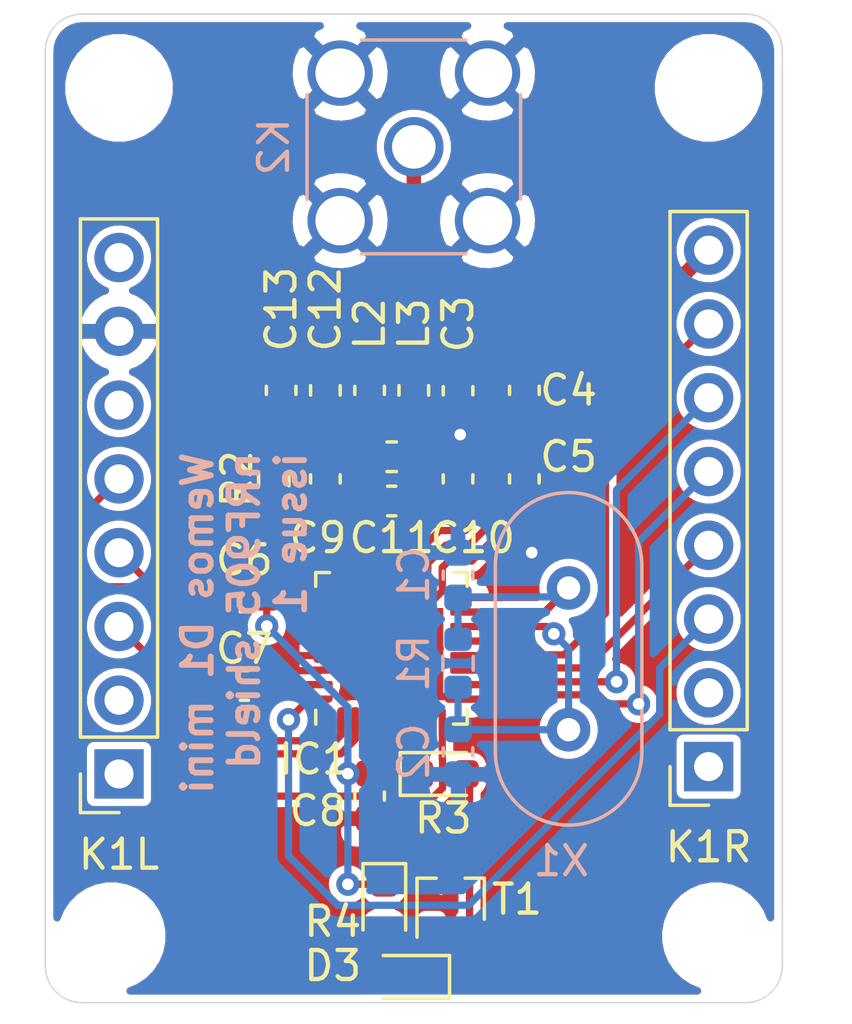
<source format=kicad_pcb>
(kicad_pcb (version 20171130) (host pcbnew 5.1.8-1.fc33)

  (general
    (thickness 1.6)
    (drawings 9)
    (tracks 214)
    (zones 0)
    (modules 31)
    (nets 32)
  )

  (page A4)
  (layers
    (0 F.Cu signal)
    (31 B.Cu signal)
    (32 B.Adhes user)
    (33 F.Adhes user)
    (34 B.Paste user)
    (35 F.Paste user)
    (36 B.SilkS user)
    (37 F.SilkS user)
    (38 B.Mask user)
    (39 F.Mask user)
    (40 Dwgs.User user)
    (41 Cmts.User user)
    (42 Eco1.User user)
    (43 Eco2.User user)
    (44 Edge.Cuts user)
    (45 Margin user)
    (46 B.CrtYd user)
    (47 F.CrtYd user)
    (48 B.Fab user)
    (49 F.Fab user)
  )

  (setup
    (last_trace_width 0.25)
    (user_trace_width 0.5)
    (trace_clearance 0.2)
    (zone_clearance 0.254)
    (zone_45_only no)
    (trace_min 0.2)
    (via_size 0.8)
    (via_drill 0.4)
    (via_min_size 0.4)
    (via_min_drill 0.3)
    (uvia_size 0.3)
    (uvia_drill 0.1)
    (uvias_allowed no)
    (uvia_min_size 0.2)
    (uvia_min_drill 0.1)
    (edge_width 0.05)
    (segment_width 0.2)
    (pcb_text_width 0.3)
    (pcb_text_size 1.5 1.5)
    (mod_edge_width 0.12)
    (mod_text_size 1 1)
    (mod_text_width 0.15)
    (pad_size 2.1 2.1)
    (pad_drill 0)
    (pad_to_mask_clearance 0)
    (aux_axis_origin 0 0)
    (visible_elements FFFFFF7F)
    (pcbplotparams
      (layerselection 0x010f0_ffffffff)
      (usegerberextensions false)
      (usegerberattributes true)
      (usegerberadvancedattributes true)
      (creategerberjobfile true)
      (excludeedgelayer false)
      (linewidth 0.100000)
      (plotframeref false)
      (viasonmask false)
      (mode 1)
      (useauxorigin false)
      (hpglpennumber 1)
      (hpglpenspeed 20)
      (hpglpendiameter 15.000000)
      (psnegative false)
      (psa4output false)
      (plotreference true)
      (plotvalue false)
      (plotinvisibletext false)
      (padsonsilk false)
      (subtractmaskfromsilk false)
      (outputformat 1)
      (mirror false)
      (drillshape 0)
      (scaleselection 1)
      (outputdirectory "plots/"))
  )

  (net 0 "")
  (net 1 GND)
  (net 2 "Net-(C3-Pad2)")
  (net 3 VDD)
  (net 4 "Net-(C7-Pad1)")
  (net 5 "Net-(C12-Pad1)")
  (net 6 "Net-(C13-Pad2)")
  (net 7 "Net-(D3-Pad2)")
  (net 8 "Net-(D3-Pad1)")
  (net 9 "Net-(IC1-Pad32)")
  (net 10 "Net-(IC1-Pad23)")
  (net 11 "Net-(IC1-Pad7)")
  (net 12 "Net-(IC1-Pad6)")
  (net 13 "Net-(IC1-Pad3)")
  (net 14 "Net-(IC1-Pad2)")
  (net 15 "Net-(IC1-Pad1)")
  (net 16 "Net-(K1L1-Pad2)")
  (net 17 "Net-(K1L1-Pad1)")
  (net 18 "Net-(K1R1-Pad2)")
  (net 19 "Net-(K1R1-Pad1)")
  (net 20 "Net-(R3-Pad2)")
  (net 21 /DR)
  (net 22 "Net-(K1L1-Pad6)")
  (net 23 "Net-(K1L1-Pad8)")
  (net 24 /XC-)
  (net 25 /XC+)
  (net 26 /ANT-)
  (net 27 /ANT+)
  (net 28 "Net-(IC1-Pad13)")
  (net 29 "Net-(IC1-Pad12)")
  (net 30 "Net-(IC1-Pad11)")
  (net 31 "Net-(IC1-Pad10)")

  (net_class Default "This is the default net class."
    (clearance 0.2)
    (trace_width 0.25)
    (via_dia 0.8)
    (via_drill 0.4)
    (uvia_dia 0.3)
    (uvia_drill 0.1)
    (add_net /ANT+)
    (add_net /ANT-)
    (add_net /DR)
    (add_net /XC+)
    (add_net /XC-)
    (add_net GND)
    (add_net "Net-(C12-Pad1)")
    (add_net "Net-(C13-Pad2)")
    (add_net "Net-(C3-Pad2)")
    (add_net "Net-(C7-Pad1)")
    (add_net "Net-(D3-Pad1)")
    (add_net "Net-(D3-Pad2)")
    (add_net "Net-(IC1-Pad1)")
    (add_net "Net-(IC1-Pad10)")
    (add_net "Net-(IC1-Pad11)")
    (add_net "Net-(IC1-Pad12)")
    (add_net "Net-(IC1-Pad13)")
    (add_net "Net-(IC1-Pad2)")
    (add_net "Net-(IC1-Pad23)")
    (add_net "Net-(IC1-Pad3)")
    (add_net "Net-(IC1-Pad32)")
    (add_net "Net-(IC1-Pad6)")
    (add_net "Net-(IC1-Pad7)")
    (add_net "Net-(K1L1-Pad1)")
    (add_net "Net-(K1L1-Pad2)")
    (add_net "Net-(K1L1-Pad6)")
    (add_net "Net-(K1L1-Pad8)")
    (add_net "Net-(K1R1-Pad1)")
    (add_net "Net-(K1R1-Pad2)")
    (add_net "Net-(R3-Pad2)")
    (add_net VDD)
  )

  (module LED_SMD:LED_0603_1608Metric (layer F.Cu) (tedit 5F68FEF1) (tstamp 5F9751DB)
    (at 11.684 30.734 270)
    (descr "LED SMD 0603 (1608 Metric), square (rectangular) end terminal, IPC_7351 nominal, (Body size source: http://www.tortai-tech.com/upload/download/2011102023233369053.pdf), generated with kicad-footprint-generator")
    (tags LED)
    (path /5FB5A772)
    (attr smd)
    (fp_text reference R4 (at 0.508 1.778 180) (layer F.SilkS)
      (effects (font (size 1 1) (thickness 0.15)))
    )
    (fp_text value 68 (at 0 1.43 90) (layer F.Fab)
      (effects (font (size 1 1) (thickness 0.15)))
    )
    (fp_line (start 1.48 0.73) (end -1.48 0.73) (layer F.CrtYd) (width 0.05))
    (fp_line (start 1.48 -0.73) (end 1.48 0.73) (layer F.CrtYd) (width 0.05))
    (fp_line (start -1.48 -0.73) (end 1.48 -0.73) (layer F.CrtYd) (width 0.05))
    (fp_line (start -1.48 0.73) (end -1.48 -0.73) (layer F.CrtYd) (width 0.05))
    (fp_line (start -1.485 0.735) (end 0.8 0.735) (layer F.SilkS) (width 0.12))
    (fp_line (start -1.485 -0.735) (end -1.485 0.735) (layer F.SilkS) (width 0.12))
    (fp_line (start 0.8 -0.735) (end -1.485 -0.735) (layer F.SilkS) (width 0.12))
    (fp_line (start 0.8 0.4) (end 0.8 -0.4) (layer F.Fab) (width 0.1))
    (fp_line (start -0.8 0.4) (end 0.8 0.4) (layer F.Fab) (width 0.1))
    (fp_line (start -0.8 -0.1) (end -0.8 0.4) (layer F.Fab) (width 0.1))
    (fp_line (start -0.5 -0.4) (end -0.8 -0.1) (layer F.Fab) (width 0.1))
    (fp_line (start 0.8 -0.4) (end -0.5 -0.4) (layer F.Fab) (width 0.1))
    (fp_text user %R (at 0 0 90) (layer F.Fab)
      (effects (font (size 0.4 0.4) (thickness 0.06)))
    )
    (pad 2 smd roundrect (at 0.7875 0 270) (size 0.875 0.95) (layers F.Cu F.Paste F.Mask) (roundrect_rratio 0.25)
      (net 7 "Net-(D3-Pad2)"))
    (pad 1 smd roundrect (at -0.7875 0 270) (size 0.875 0.95) (layers F.Cu F.Paste F.Mask) (roundrect_rratio 0.25)
      (net 3 VDD))
    (model ${KISYS3DMOD}/LED_SMD.3dshapes/LED_0603_1608Metric.wrl
      (at (xyz 0 0 0))
      (scale (xyz 1 1 1))
      (rotate (xyz 0 0 0))
    )
  )

  (module MountingHole:MountingHole_3.2mm_M3_ISO14580 (layer F.Cu) (tedit 56D1B4CB) (tstamp 5F97509E)
    (at 2.286 31.75)
    (descr "Mounting Hole 3.2mm, no annular, M3, ISO14580")
    (tags "mounting hole 3.2mm no annular m3 iso14580")
    (path /5F99544E)
    (attr virtual)
    (fp_text reference H4 (at 0 -3.75) (layer F.SilkS) hide
      (effects (font (size 1 1) (thickness 0.15)))
    )
    (fp_text value MountingHole (at 0 3.75) (layer F.Fab) hide
      (effects (font (size 1 1) (thickness 0.15)))
    )
    (fp_circle (center 0 0) (end 3 0) (layer F.CrtYd) (width 0.05))
    (fp_circle (center 0 0) (end 2.75 0) (layer Cmts.User) (width 0.15))
    (fp_text user %R (at 0.3 0) (layer F.Fab)
      (effects (font (size 1 1) (thickness 0.15)))
    )
    (pad 1 np_thru_hole circle (at 0 0) (size 3.2 3.2) (drill 3.2) (layers *.Cu *.Mask))
  )

  (module Crystal:Crystal_HC49-4H_Vertical (layer B.Cu) (tedit 5A1AD3B7) (tstamp 5F9751F2)
    (at 18.034 19.758 270)
    (descr "Crystal THT HC-49-4H http://5hertz.com/pdfs/04404_D.pdf")
    (tags "THT crystalHC-49-4H")
    (path /5F9882A2)
    (fp_text reference X1 (at 9.398 0.254) (layer B.SilkS)
      (effects (font (size 1 1) (thickness 0.15)) (justify mirror))
    )
    (fp_text value 16MHz (at 2.44 -3.525 270) (layer B.Fab)
      (effects (font (size 1 1) (thickness 0.15)) (justify mirror))
    )
    (fp_line (start 8.5 2.8) (end -3.6 2.8) (layer B.CrtYd) (width 0.05))
    (fp_line (start 8.5 -2.8) (end 8.5 2.8) (layer B.CrtYd) (width 0.05))
    (fp_line (start -3.6 -2.8) (end 8.5 -2.8) (layer B.CrtYd) (width 0.05))
    (fp_line (start -3.6 2.8) (end -3.6 -2.8) (layer B.CrtYd) (width 0.05))
    (fp_line (start -0.76 -2.525) (end 5.64 -2.525) (layer B.SilkS) (width 0.12))
    (fp_line (start -0.76 2.525) (end 5.64 2.525) (layer B.SilkS) (width 0.12))
    (fp_line (start -0.56 -2) (end 5.44 -2) (layer B.Fab) (width 0.1))
    (fp_line (start -0.56 2) (end 5.44 2) (layer B.Fab) (width 0.1))
    (fp_line (start -0.76 -2.325) (end 5.64 -2.325) (layer B.Fab) (width 0.1))
    (fp_line (start -0.76 2.325) (end 5.64 2.325) (layer B.Fab) (width 0.1))
    (fp_arc (start 5.64 0) (end 5.64 2.525) (angle -180) (layer B.SilkS) (width 0.12))
    (fp_arc (start -0.76 0) (end -0.76 2.525) (angle 180) (layer B.SilkS) (width 0.12))
    (fp_arc (start 5.44 0) (end 5.44 2) (angle -180) (layer B.Fab) (width 0.1))
    (fp_arc (start -0.56 0) (end -0.56 2) (angle 180) (layer B.Fab) (width 0.1))
    (fp_arc (start 5.64 0) (end 5.64 2.325) (angle -180) (layer B.Fab) (width 0.1))
    (fp_arc (start -0.76 0) (end -0.76 2.325) (angle 180) (layer B.Fab) (width 0.1))
    (fp_text user %R (at 2.44 0 270) (layer B.Fab)
      (effects (font (size 1 1) (thickness 0.15)) (justify mirror))
    )
    (pad 2 thru_hole circle (at 4.88 0 270) (size 1.5 1.5) (drill 0.8) (layers *.Cu *.Mask)
      (net 25 /XC+))
    (pad 1 thru_hole circle (at 0 0 270) (size 1.5 1.5) (drill 0.8) (layers *.Cu *.Mask)
      (net 24 /XC-))
    (model ${KISYS3DMOD}/Crystal.3dshapes/Crystal_HC49-4H_Vertical.wrl
      (at (xyz 0 0 0))
      (scale (xyz 1 1 1))
      (rotate (xyz 0 0 0))
    )
  )

  (module Connector_PinSocket_2.54mm:PinSocket_1x08_P2.54mm_Vertical (layer F.Cu) (tedit 5A19A420) (tstamp 5F97514B)
    (at 22.86 25.908 180)
    (descr "Through hole straight socket strip, 1x08, 2.54mm pitch, single row (from Kicad 4.0.7), script generated")
    (tags "Through hole socket strip THT 1x08 2.54mm single row")
    (path /5FA21F7F)
    (fp_text reference K1R (at 0 -2.77) (layer F.SilkS)
      (effects (font (size 1 1) (thickness 0.15)))
    )
    (fp_text value WEMOS_D1_R (at 0 20.55) (layer F.Fab)
      (effects (font (size 1 1) (thickness 0.15)))
    )
    (fp_line (start -1.8 19.55) (end -1.8 -1.8) (layer F.CrtYd) (width 0.05))
    (fp_line (start 1.75 19.55) (end -1.8 19.55) (layer F.CrtYd) (width 0.05))
    (fp_line (start 1.75 -1.8) (end 1.75 19.55) (layer F.CrtYd) (width 0.05))
    (fp_line (start -1.8 -1.8) (end 1.75 -1.8) (layer F.CrtYd) (width 0.05))
    (fp_line (start 0 -1.33) (end 1.33 -1.33) (layer F.SilkS) (width 0.12))
    (fp_line (start 1.33 -1.33) (end 1.33 0) (layer F.SilkS) (width 0.12))
    (fp_line (start 1.33 1.27) (end 1.33 19.11) (layer F.SilkS) (width 0.12))
    (fp_line (start -1.33 19.11) (end 1.33 19.11) (layer F.SilkS) (width 0.12))
    (fp_line (start -1.33 1.27) (end -1.33 19.11) (layer F.SilkS) (width 0.12))
    (fp_line (start -1.33 1.27) (end 1.33 1.27) (layer F.SilkS) (width 0.12))
    (fp_line (start -1.27 19.05) (end -1.27 -1.27) (layer F.Fab) (width 0.1))
    (fp_line (start 1.27 19.05) (end -1.27 19.05) (layer F.Fab) (width 0.1))
    (fp_line (start 1.27 -0.635) (end 1.27 19.05) (layer F.Fab) (width 0.1))
    (fp_line (start 0.635 -1.27) (end 1.27 -0.635) (layer F.Fab) (width 0.1))
    (fp_line (start -1.27 -1.27) (end 0.635 -1.27) (layer F.Fab) (width 0.1))
    (fp_text user %R (at 0 8.89 90) (layer F.Fab)
      (effects (font (size 1 1) (thickness 0.15)))
    )
    (pad 8 thru_hole oval (at 0 17.78 180) (size 1.7 1.7) (drill 1) (layers *.Cu *.Mask)
      (net 3 VDD))
    (pad 7 thru_hole oval (at 0 15.24 180) (size 1.7 1.7) (drill 1) (layers *.Cu *.Mask)
      (net 28 "Net-(IC1-Pad13)"))
    (pad 6 thru_hole oval (at 0 12.7 180) (size 1.7 1.7) (drill 1) (layers *.Cu *.Mask)
      (net 30 "Net-(IC1-Pad11)"))
    (pad 5 thru_hole oval (at 0 10.16 180) (size 1.7 1.7) (drill 1) (layers *.Cu *.Mask)
      (net 31 "Net-(IC1-Pad10)"))
    (pad 4 thru_hole oval (at 0 7.62 180) (size 1.7 1.7) (drill 1) (layers *.Cu *.Mask)
      (net 29 "Net-(IC1-Pad12)"))
    (pad 3 thru_hole oval (at 0 5.08 180) (size 1.7 1.7) (drill 1) (layers *.Cu *.Mask)
      (net 9 "Net-(IC1-Pad32)"))
    (pad 2 thru_hole oval (at 0 2.54 180) (size 1.7 1.7) (drill 1) (layers *.Cu *.Mask)
      (net 18 "Net-(K1R1-Pad2)"))
    (pad 1 thru_hole rect (at 0 0 180) (size 1.7 1.7) (drill 1) (layers *.Cu *.Mask)
      (net 19 "Net-(K1R1-Pad1)"))
    (model ${KISYS3DMOD}/Connector_PinSocket_2.54mm.3dshapes/PinSocket_1x08_P2.54mm_Vertical.wrl
      (at (xyz 0 0 0))
      (scale (xyz 1 1 1))
      (rotate (xyz 0 0 0))
    )
  )

  (module Connector_PinSocket_2.54mm:PinSocket_1x08_P2.54mm_Vertical (layer F.Cu) (tedit 5A19A420) (tstamp 5F975128)
    (at 2.54 26.162 180)
    (descr "Through hole straight socket strip, 1x08, 2.54mm pitch, single row (from Kicad 4.0.7), script generated")
    (tags "Through hole socket strip THT 1x08 2.54mm single row")
    (path /5FA1EE82)
    (fp_text reference K1L (at 0 -2.77) (layer F.SilkS)
      (effects (font (size 1 1) (thickness 0.15)))
    )
    (fp_text value WEMOSD1L (at 0 20.55) (layer F.Fab)
      (effects (font (size 1 1) (thickness 0.15)))
    )
    (fp_line (start -1.8 19.55) (end -1.8 -1.8) (layer F.CrtYd) (width 0.05))
    (fp_line (start 1.75 19.55) (end -1.8 19.55) (layer F.CrtYd) (width 0.05))
    (fp_line (start 1.75 -1.8) (end 1.75 19.55) (layer F.CrtYd) (width 0.05))
    (fp_line (start -1.8 -1.8) (end 1.75 -1.8) (layer F.CrtYd) (width 0.05))
    (fp_line (start 0 -1.33) (end 1.33 -1.33) (layer F.SilkS) (width 0.12))
    (fp_line (start 1.33 -1.33) (end 1.33 0) (layer F.SilkS) (width 0.12))
    (fp_line (start 1.33 1.27) (end 1.33 19.11) (layer F.SilkS) (width 0.12))
    (fp_line (start -1.33 19.11) (end 1.33 19.11) (layer F.SilkS) (width 0.12))
    (fp_line (start -1.33 1.27) (end -1.33 19.11) (layer F.SilkS) (width 0.12))
    (fp_line (start -1.33 1.27) (end 1.33 1.27) (layer F.SilkS) (width 0.12))
    (fp_line (start -1.27 19.05) (end -1.27 -1.27) (layer F.Fab) (width 0.1))
    (fp_line (start 1.27 19.05) (end -1.27 19.05) (layer F.Fab) (width 0.1))
    (fp_line (start 1.27 -0.635) (end 1.27 19.05) (layer F.Fab) (width 0.1))
    (fp_line (start 0.635 -1.27) (end 1.27 -0.635) (layer F.Fab) (width 0.1))
    (fp_line (start -1.27 -1.27) (end 0.635 -1.27) (layer F.Fab) (width 0.1))
    (fp_text user %R (at 0 8.89 90) (layer F.Fab)
      (effects (font (size 1 1) (thickness 0.15)))
    )
    (pad 8 thru_hole oval (at 0 17.78 180) (size 1.7 1.7) (drill 1) (layers *.Cu *.Mask)
      (net 23 "Net-(K1L1-Pad8)"))
    (pad 7 thru_hole oval (at 0 15.24 180) (size 1.7 1.7) (drill 1) (layers *.Cu *.Mask)
      (net 1 GND))
    (pad 6 thru_hole oval (at 0 12.7 180) (size 1.7 1.7) (drill 1) (layers *.Cu *.Mask)
      (net 22 "Net-(K1L1-Pad6)"))
    (pad 5 thru_hole oval (at 0 10.16 180) (size 1.7 1.7) (drill 1) (layers *.Cu *.Mask)
      (net 14 "Net-(IC1-Pad2)"))
    (pad 4 thru_hole oval (at 0 7.62 180) (size 1.7 1.7) (drill 1) (layers *.Cu *.Mask)
      (net 15 "Net-(IC1-Pad1)"))
    (pad 3 thru_hole oval (at 0 5.08 180) (size 1.7 1.7) (drill 1) (layers *.Cu *.Mask)
      (net 21 /DR))
    (pad 2 thru_hole oval (at 0 2.54 180) (size 1.7 1.7) (drill 1) (layers *.Cu *.Mask)
      (net 16 "Net-(K1L1-Pad2)"))
    (pad 1 thru_hole rect (at 0 0 180) (size 1.7 1.7) (drill 1) (layers *.Cu *.Mask)
      (net 17 "Net-(K1L1-Pad1)"))
    (model ${KISYS3DMOD}/Connector_PinSocket_2.54mm.3dshapes/PinSocket_1x08_P2.54mm_Vertical.wrl
      (at (xyz 0 0 0))
      (scale (xyz 1 1 1))
      (rotate (xyz 0 0 0))
    )
  )

  (module Package_DFN_QFN:TQFN-32-1EP_5x5mm_P0.5mm_EP2.1x2.1mm (layer F.Cu) (tedit 5FBB94D8) (tstamp 5F9750EE)
    (at 11.93 21.836 90)
    (descr "TQFN, 32 Pin (https://pdfserv.maximintegrated.com/package_dwgs/21-0140.PDF (T3255-6)), generated with kicad-footprint-generator ipc_noLead_generator.py")
    (tags "TQFN NoLead")
    (path /5F978D08)
    (attr smd)
    (fp_text reference IC1 (at -3.818 -2.659 180) (layer F.SilkS)
      (effects (font (size 1 1) (thickness 0.15)))
    )
    (fp_text value nRF905 (at 0 3.8 90) (layer F.Fab)
      (effects (font (size 1 1) (thickness 0.15)))
    )
    (fp_line (start 3.1 -3.1) (end -3.1 -3.1) (layer F.CrtYd) (width 0.05))
    (fp_line (start 3.1 3.1) (end 3.1 -3.1) (layer F.CrtYd) (width 0.05))
    (fp_line (start -3.1 3.1) (end 3.1 3.1) (layer F.CrtYd) (width 0.05))
    (fp_line (start -3.1 -3.1) (end -3.1 3.1) (layer F.CrtYd) (width 0.05))
    (fp_line (start -2.5 -1.5) (end -1.5 -2.5) (layer F.Fab) (width 0.1))
    (fp_line (start -2.5 2.5) (end -2.5 -1.5) (layer F.Fab) (width 0.1))
    (fp_line (start 2.5 2.5) (end -2.5 2.5) (layer F.Fab) (width 0.1))
    (fp_line (start 2.5 -2.5) (end 2.5 2.5) (layer F.Fab) (width 0.1))
    (fp_line (start -1.5 -2.5) (end 2.5 -2.5) (layer F.Fab) (width 0.1))
    (fp_line (start -2.135 -2.61) (end -2.61 -2.61) (layer F.SilkS) (width 0.12))
    (fp_line (start 2.61 2.61) (end 2.61 2.135) (layer F.SilkS) (width 0.12))
    (fp_line (start 2.135 2.61) (end 2.61 2.61) (layer F.SilkS) (width 0.12))
    (fp_line (start -2.61 2.61) (end -2.61 2.135) (layer F.SilkS) (width 0.12))
    (fp_line (start -2.135 2.61) (end -2.61 2.61) (layer F.SilkS) (width 0.12))
    (fp_line (start 2.61 -2.61) (end 2.61 -2.135) (layer F.SilkS) (width 0.12))
    (fp_line (start 2.135 -2.61) (end 2.61 -2.61) (layer F.SilkS) (width 0.12))
    (fp_text user %R (at 0 0 90) (layer F.Fab)
      (effects (font (size 1 1) (thickness 0.15)))
    )
    (pad "" smd roundrect (at 0.525 0.525 90) (size 0.85 0.85) (layers F.Paste) (roundrect_rratio 0.25))
    (pad "" smd roundrect (at 0.525 -0.525 90) (size 0.85 0.85) (layers F.Paste) (roundrect_rratio 0.25))
    (pad "" smd roundrect (at -0.525 0.525 90) (size 0.85 0.85) (layers F.Paste) (roundrect_rratio 0.25))
    (pad "" smd roundrect (at -0.525 -0.525 90) (size 0.85 0.85) (layers F.Paste) (roundrect_rratio 0.25))
    (pad 33 smd rect (at 0 0 90) (size 2.1 2.1) (layers F.Cu F.Mask)
      (net 1 GND))
    (pad 32 smd custom (at -1.75 -2.4375 90) (size 0.18636 0.18636) (layers F.Cu F.Paste F.Mask)
      (net 9 "Net-(IC1-Pad32)")
      (options (clearance outline) (anchor circle))
      (primitives
        (gr_poly (pts
           (xy -0.0625 -0.35) (xy 0.0625 -0.35) (xy 0.0625 0.35) (xy -0.009112 0.35) (xy -0.0625 0.296612)
) (width 0.125))
      ))
    (pad 31 smd roundrect (at -1.25 -2.4375 90) (size 0.25 0.825) (layers F.Cu F.Paste F.Mask) (roundrect_rratio 0.25)
      (net 4 "Net-(C7-Pad1)"))
    (pad 30 smd roundrect (at -0.75 -2.4375 90) (size 0.25 0.825) (layers F.Cu F.Paste F.Mask) (roundrect_rratio 0.25)
      (net 1 GND))
    (pad 29 smd roundrect (at -0.25 -2.4375 90) (size 0.25 0.825) (layers F.Cu F.Paste F.Mask) (roundrect_rratio 0.25)
      (net 1 GND))
    (pad 28 smd roundrect (at 0.25 -2.4375 90) (size 0.25 0.825) (layers F.Cu F.Paste F.Mask) (roundrect_rratio 0.25)
      (net 1 GND))
    (pad 27 smd roundrect (at 0.75 -2.4375 90) (size 0.25 0.825) (layers F.Cu F.Paste F.Mask) (roundrect_rratio 0.25)
      (net 1 GND))
    (pad 26 smd roundrect (at 1.25 -2.4375 90) (size 0.25 0.825) (layers F.Cu F.Paste F.Mask) (roundrect_rratio 0.25)
      (net 1 GND))
    (pad 25 smd custom (at 1.75 -2.4375 90) (size 0.18636 0.18636) (layers F.Cu F.Paste F.Mask)
      (net 3 VDD)
      (options (clearance outline) (anchor circle))
      (primitives
        (gr_poly (pts
           (xy -0.0625 -0.35) (xy 0.0625 -0.35) (xy 0.0625 0.296612) (xy 0.009112 0.35) (xy -0.0625 0.35)
) (width 0.125))
      ))
    (pad 24 smd custom (at 2.4375 -1.75 90) (size 0.18636 0.18636) (layers F.Cu F.Paste F.Mask)
      (net 1 GND)
      (options (clearance outline) (anchor circle))
      (primitives
        (gr_poly (pts
           (xy -0.35 -0.009112) (xy -0.296612 -0.0625) (xy 0.35 -0.0625) (xy 0.35 0.0625) (xy -0.35 0.0625)
) (width 0.125))
      ))
    (pad 23 smd roundrect (at 2.4375 -1.25 90) (size 0.825 0.25) (layers F.Cu F.Paste F.Mask) (roundrect_rratio 0.25)
      (net 10 "Net-(IC1-Pad23)"))
    (pad 22 smd roundrect (at 2.4375 -0.75 90) (size 0.825 0.25) (layers F.Cu F.Paste F.Mask) (roundrect_rratio 0.25)
      (net 1 GND))
    (pad 21 smd roundrect (at 2.4375 -0.25 90) (size 0.825 0.25) (layers F.Cu F.Paste F.Mask) (roundrect_rratio 0.25)
      (net 26 /ANT-))
    (pad 20 smd roundrect (at 2.4375 0.25 90) (size 0.825 0.25) (layers F.Cu F.Paste F.Mask) (roundrect_rratio 0.25)
      (net 27 /ANT+))
    (pad 19 smd roundrect (at 2.4375 0.75 90) (size 0.825 0.25) (layers F.Cu F.Paste F.Mask) (roundrect_rratio 0.25)
      (net 2 "Net-(C3-Pad2)"))
    (pad 18 smd roundrect (at 2.4375 1.25 90) (size 0.825 0.25) (layers F.Cu F.Paste F.Mask) (roundrect_rratio 0.25)
      (net 1 GND))
    (pad 17 smd custom (at 2.4375 1.75 90) (size 0.18636 0.18636) (layers F.Cu F.Paste F.Mask)
      (net 3 VDD)
      (options (clearance outline) (anchor circle))
      (primitives
        (gr_poly (pts
           (xy -0.35 -0.0625) (xy 0.35 -0.0625) (xy 0.35 0.0625) (xy -0.296612 0.0625) (xy -0.35 0.009112)
) (width 0.125))
      ))
    (pad 16 smd custom (at 1.75 2.4375 90) (size 0.18636 0.18636) (layers F.Cu F.Paste F.Mask)
      (net 1 GND)
      (options (clearance outline) (anchor circle))
      (primitives
        (gr_poly (pts
           (xy -0.0625 -0.35) (xy 0.009112 -0.35) (xy 0.0625 -0.296612) (xy 0.0625 0.35) (xy -0.0625 0.35)
) (width 0.125))
      ))
    (pad 15 smd roundrect (at 1.25 2.4375 90) (size 0.25 0.825) (layers F.Cu F.Paste F.Mask) (roundrect_rratio 0.25)
      (net 24 /XC-))
    (pad 14 smd roundrect (at 0.75 2.4375 90) (size 0.25 0.825) (layers F.Cu F.Paste F.Mask) (roundrect_rratio 0.25)
      (net 25 /XC+))
    (pad 13 smd roundrect (at 0.25 2.4375 90) (size 0.25 0.825) (layers F.Cu F.Paste F.Mask) (roundrect_rratio 0.25)
      (net 28 "Net-(IC1-Pad13)"))
    (pad 12 smd roundrect (at -0.25 2.4375 90) (size 0.25 0.825) (layers F.Cu F.Paste F.Mask) (roundrect_rratio 0.25)
      (net 29 "Net-(IC1-Pad12)"))
    (pad 11 smd roundrect (at -0.75 2.4375 90) (size 0.25 0.825) (layers F.Cu F.Paste F.Mask) (roundrect_rratio 0.25)
      (net 30 "Net-(IC1-Pad11)"))
    (pad 10 smd roundrect (at -1.25 2.4375 90) (size 0.25 0.825) (layers F.Cu F.Paste F.Mask) (roundrect_rratio 0.25)
      (net 31 "Net-(IC1-Pad10)"))
    (pad 9 smd custom (at -1.75 2.4375 90) (size 0.18636 0.18636) (layers F.Cu F.Paste F.Mask)
      (net 1 GND)
      (options (clearance outline) (anchor circle))
      (primitives
        (gr_poly (pts
           (xy -0.0625 -0.296612) (xy -0.009112 -0.35) (xy 0.0625 -0.35) (xy 0.0625 0.35) (xy -0.0625 0.35)
) (width 0.125))
      ))
    (pad 8 smd custom (at -2.4375 1.75 90) (size 0.18636 0.18636) (layers F.Cu F.Paste F.Mask)
      (net 21 /DR)
      (options (clearance outline) (anchor circle))
      (primitives
        (gr_poly (pts
           (xy -0.35 -0.0625) (xy 0.35 -0.0625) (xy 0.35 0.009112) (xy 0.296612 0.0625) (xy -0.35 0.0625)
) (width 0.125))
      ))
    (pad 7 smd roundrect (at -2.4375 1.25 90) (size 0.825 0.25) (layers F.Cu F.Paste F.Mask) (roundrect_rratio 0.25)
      (net 11 "Net-(IC1-Pad7)"))
    (pad 6 smd roundrect (at -2.4375 0.75 90) (size 0.825 0.25) (layers F.Cu F.Paste F.Mask) (roundrect_rratio 0.25)
      (net 12 "Net-(IC1-Pad6)"))
    (pad 5 smd roundrect (at -2.4375 0.25 90) (size 0.825 0.25) (layers F.Cu F.Paste F.Mask) (roundrect_rratio 0.25)
      (net 1 GND))
    (pad 4 smd roundrect (at -2.4375 -0.25 90) (size 0.825 0.25) (layers F.Cu F.Paste F.Mask) (roundrect_rratio 0.25)
      (net 3 VDD))
    (pad 3 smd roundrect (at -2.4375 -0.75 90) (size 0.825 0.25) (layers F.Cu F.Paste F.Mask) (roundrect_rratio 0.25)
      (net 13 "Net-(IC1-Pad3)"))
    (pad 2 smd roundrect (at -2.4375 -1.25 90) (size 0.825 0.25) (layers F.Cu F.Paste F.Mask) (roundrect_rratio 0.25)
      (net 14 "Net-(IC1-Pad2)"))
    (pad 1 smd custom (at -2.4375 -1.75 90) (size 0.18636 0.18636) (layers F.Cu F.Paste F.Mask)
      (net 15 "Net-(IC1-Pad1)")
      (options (clearance outline) (anchor circle))
      (primitives
        (gr_poly (pts
           (xy -0.35 -0.0625) (xy 0.296612 -0.0625) (xy 0.35 -0.009112) (xy 0.35 0.0625) (xy -0.35 0.0625)
) (width 0.125))
      ))
    (model ${KISYS3DMOD}/Package_DFN_QFN.3dshapes/TQFN-32-1EP_5x5mm_P0.5mm_EP2.1x2.1mm.wrl
      (at (xyz 0 0 0))
      (scale (xyz 1 1 1))
      (rotate (xyz 0 0 0))
    )
  )

  (module LED_SMD:LED_0603_1608Metric (layer F.Cu) (tedit 5F68FEF1) (tstamp 5F9A2EF9)
    (at 13.716 26.162)
    (descr "LED SMD 0603 (1608 Metric), square (rectangular) end terminal, IPC_7351 nominal, (Body size source: http://www.tortai-tech.com/upload/download/2011102023233369053.pdf), generated with kicad-footprint-generator")
    (tags LED)
    (path /5FA1284B)
    (attr smd)
    (fp_text reference R3 (at 0 1.524) (layer F.SilkS)
      (effects (font (size 1 1) (thickness 0.15)))
    )
    (fp_text value 27k (at 0 1.43) (layer F.Fab)
      (effects (font (size 1 1) (thickness 0.15)))
    )
    (fp_line (start 0.8 -0.4) (end -0.5 -0.4) (layer F.Fab) (width 0.1))
    (fp_line (start -0.5 -0.4) (end -0.8 -0.1) (layer F.Fab) (width 0.1))
    (fp_line (start -0.8 -0.1) (end -0.8 0.4) (layer F.Fab) (width 0.1))
    (fp_line (start -0.8 0.4) (end 0.8 0.4) (layer F.Fab) (width 0.1))
    (fp_line (start 0.8 0.4) (end 0.8 -0.4) (layer F.Fab) (width 0.1))
    (fp_line (start 0.8 -0.735) (end -1.485 -0.735) (layer F.SilkS) (width 0.12))
    (fp_line (start -1.485 -0.735) (end -1.485 0.735) (layer F.SilkS) (width 0.12))
    (fp_line (start -1.485 0.735) (end 0.8 0.735) (layer F.SilkS) (width 0.12))
    (fp_line (start -1.48 0.73) (end -1.48 -0.73) (layer F.CrtYd) (width 0.05))
    (fp_line (start -1.48 -0.73) (end 1.48 -0.73) (layer F.CrtYd) (width 0.05))
    (fp_line (start 1.48 -0.73) (end 1.48 0.73) (layer F.CrtYd) (width 0.05))
    (fp_line (start 1.48 0.73) (end -1.48 0.73) (layer F.CrtYd) (width 0.05))
    (fp_text user %R (at 0 0) (layer F.Fab)
      (effects (font (size 0.4 0.4) (thickness 0.06)))
    )
    (pad 2 smd roundrect (at 0.7875 0) (size 0.875 0.95) (layers F.Cu F.Paste F.Mask) (roundrect_rratio 0.25)
      (net 20 "Net-(R3-Pad2)"))
    (pad 1 smd roundrect (at -0.7875 0) (size 0.875 0.95) (layers F.Cu F.Paste F.Mask) (roundrect_rratio 0.25)
      (net 12 "Net-(IC1-Pad6)"))
    (model ${KISYS3DMOD}/LED_SMD.3dshapes/LED_0603_1608Metric.wrl
      (at (xyz 0 0 0))
      (scale (xyz 1 1 1))
      (rotate (xyz 0 0 0))
    )
  )

  (module Connector_Coaxial:SMA_Amphenol_132134_Vertical (layer B.Cu) (tedit 5B2F4DB6) (tstamp 5FB84725)
    (at 12.7 4.572 90)
    (descr https://www.amphenolrf.com/downloads/dl/file/id/2187/product/2843/132134_customer_drawing.pdf)
    (tags "SMA THT Female Jack Vertical ExtendedLegs")
    (path /5FA3671F)
    (fp_text reference K2 (at 0 -4.826 270) (layer B.SilkS)
      (effects (font (size 1 1) (thickness 0.15)) (justify mirror))
    )
    (fp_text value "RF out" (at -1.524 4.826 270) (layer B.Fab)
      (effects (font (size 1 1) (thickness 0.15)) (justify mirror))
    )
    (fp_line (start -1.8 3.68) (end 1.8 3.68) (layer B.SilkS) (width 0.12))
    (fp_line (start -1.8 -3.68) (end 1.8 -3.68) (layer B.SilkS) (width 0.12))
    (fp_line (start 3.68 1.8) (end 3.68 -1.8) (layer B.SilkS) (width 0.12))
    (fp_line (start -3.68 1.8) (end -3.68 -1.8) (layer B.SilkS) (width 0.12))
    (fp_line (start 3.5 3.5) (end 3.5 -3.5) (layer B.Fab) (width 0.1))
    (fp_line (start -3.5 -3.5) (end 3.5 -3.5) (layer B.Fab) (width 0.1))
    (fp_line (start -3.5 3.5) (end -3.5 -3.5) (layer B.Fab) (width 0.1))
    (fp_line (start -3.5 3.5) (end 3.5 3.5) (layer B.Fab) (width 0.1))
    (fp_line (start -4.17 4.17) (end 4.17 4.17) (layer B.CrtYd) (width 0.05))
    (fp_line (start -4.17 4.17) (end -4.17 -4.17) (layer B.CrtYd) (width 0.05))
    (fp_line (start 4.17 -4.17) (end 4.17 4.17) (layer B.CrtYd) (width 0.05))
    (fp_line (start 4.17 -4.17) (end -4.17 -4.17) (layer B.CrtYd) (width 0.05))
    (fp_circle (center 0 0) (end 3.175 0) (layer B.Fab) (width 0.1))
    (fp_text user %R (at 0 0 270) (layer B.Fab)
      (effects (font (size 1 1) (thickness 0.15)) (justify mirror))
    )
    (pad 2 thru_hole circle (at -2.54 -2.54 90) (size 2.25 2.25) (drill 1.7) (layers *.Cu *.Mask)
      (net 1 GND))
    (pad 2 thru_hole circle (at -2.54 2.54 90) (size 2.25 2.25) (drill 1.7) (layers *.Cu *.Mask)
      (net 1 GND))
    (pad 2 thru_hole circle (at 2.54 2.54 90) (size 2.25 2.25) (drill 1.7) (layers *.Cu *.Mask)
      (net 1 GND))
    (pad 2 thru_hole circle (at 2.54 -2.54 90) (size 2.25 2.25) (drill 1.7) (layers *.Cu *.Mask)
      (net 1 GND))
    (pad 1 thru_hole circle (at 0 0 90) (size 2.05 2.05) (drill 1.5) (layers *.Cu *.Mask)
      (net 6 "Net-(C13-Pad2)"))
    (model ${KISYS3DMOD}/Connector_Coaxial.3dshapes/SMA_Amphenol_132134_Vertical.wrl
      (at (xyz 0 0 0))
      (scale (xyz 1 1 1))
      (rotate (xyz 0 0 0))
    )
  )

  (module Capacitor_SMD:C_0603_1608Metric (layer F.Cu) (tedit 5F68FEEE) (tstamp 5F975005)
    (at 6.858 23.114 180)
    (descr "Capacitor SMD 0603 (1608 Metric), square (rectangular) end terminal, IPC_7351 nominal, (Body size source: IPC-SM-782 page 76, https://www.pcb-3d.com/wordpress/wp-content/uploads/ipc-sm-782a_amendment_1_and_2.pdf), generated with kicad-footprint-generator")
    (tags capacitor)
    (path /5F9AA4CA)
    (attr smd)
    (fp_text reference C7 (at 0 1.27) (layer F.SilkS)
      (effects (font (size 1 1) (thickness 0.15)))
    )
    (fp_text value 10nF (at 0 1.524) (layer F.Fab)
      (effects (font (size 1 1) (thickness 0.15)))
    )
    (fp_line (start -0.8 0.4) (end -0.8 -0.4) (layer F.Fab) (width 0.1))
    (fp_line (start -0.8 -0.4) (end 0.8 -0.4) (layer F.Fab) (width 0.1))
    (fp_line (start 0.8 -0.4) (end 0.8 0.4) (layer F.Fab) (width 0.1))
    (fp_line (start 0.8 0.4) (end -0.8 0.4) (layer F.Fab) (width 0.1))
    (fp_line (start -0.14058 -0.51) (end 0.14058 -0.51) (layer F.SilkS) (width 0.12))
    (fp_line (start -0.14058 0.51) (end 0.14058 0.51) (layer F.SilkS) (width 0.12))
    (fp_line (start -1.48 0.73) (end -1.48 -0.73) (layer F.CrtYd) (width 0.05))
    (fp_line (start -1.48 -0.73) (end 1.48 -0.73) (layer F.CrtYd) (width 0.05))
    (fp_line (start 1.48 -0.73) (end 1.48 0.73) (layer F.CrtYd) (width 0.05))
    (fp_line (start 1.48 0.73) (end -1.48 0.73) (layer F.CrtYd) (width 0.05))
    (fp_text user %R (at 0 0) (layer F.Fab)
      (effects (font (size 0.4 0.4) (thickness 0.06)))
    )
    (pad 2 smd roundrect (at 0.775 0 180) (size 0.9 0.95) (layers F.Cu F.Paste F.Mask) (roundrect_rratio 0.25)
      (net 1 GND))
    (pad 1 smd roundrect (at -0.775 0 180) (size 0.9 0.95) (layers F.Cu F.Paste F.Mask) (roundrect_rratio 0.25)
      (net 4 "Net-(C7-Pad1)"))
    (model ${KISYS3DMOD}/Capacitor_SMD.3dshapes/C_0603_1608Metric.wrl
      (at (xyz 0 0 0))
      (scale (xyz 1 1 1))
      (rotate (xyz 0 0 0))
    )
  )

  (module Resistor_SMD:R_0603_1608Metric (layer F.Cu) (tedit 5F68FEEE) (tstamp 5F9751B5)
    (at 7.874 16.002 90)
    (descr "Resistor SMD 0603 (1608 Metric), square (rectangular) end terminal, IPC_7351 nominal, (Body size source: IPC-SM-782 page 72, https://www.pcb-3d.com/wordpress/wp-content/uploads/ipc-sm-782a_amendment_1_and_2.pdf), generated with kicad-footprint-generator")
    (tags resistor)
    (path /5F986596)
    (attr smd)
    (fp_text reference R2 (at 0 -1.27 90) (layer F.SilkS)
      (effects (font (size 1 1) (thickness 0.15)))
    )
    (fp_text value 22k (at 0 1.43 90) (layer F.Fab)
      (effects (font (size 1 1) (thickness 0.15)))
    )
    (fp_line (start 1.48 0.73) (end -1.48 0.73) (layer F.CrtYd) (width 0.05))
    (fp_line (start 1.48 -0.73) (end 1.48 0.73) (layer F.CrtYd) (width 0.05))
    (fp_line (start -1.48 -0.73) (end 1.48 -0.73) (layer F.CrtYd) (width 0.05))
    (fp_line (start -1.48 0.73) (end -1.48 -0.73) (layer F.CrtYd) (width 0.05))
    (fp_line (start -0.237258 0.5225) (end 0.237258 0.5225) (layer F.SilkS) (width 0.12))
    (fp_line (start -0.237258 -0.5225) (end 0.237258 -0.5225) (layer F.SilkS) (width 0.12))
    (fp_line (start 0.8 0.4125) (end -0.8 0.4125) (layer F.Fab) (width 0.1))
    (fp_line (start 0.8 -0.4125) (end 0.8 0.4125) (layer F.Fab) (width 0.1))
    (fp_line (start -0.8 -0.4125) (end 0.8 -0.4125) (layer F.Fab) (width 0.1))
    (fp_line (start -0.8 0.4125) (end -0.8 -0.4125) (layer F.Fab) (width 0.1))
    (fp_text user %R (at 0 0 90) (layer F.Fab)
      (effects (font (size 0.4 0.4) (thickness 0.06)))
    )
    (pad 2 smd roundrect (at 0.825 0 90) (size 0.8 0.95) (layers F.Cu F.Paste F.Mask) (roundrect_rratio 0.25)
      (net 1 GND))
    (pad 1 smd roundrect (at -0.825 0 90) (size 0.8 0.95) (layers F.Cu F.Paste F.Mask) (roundrect_rratio 0.25)
      (net 10 "Net-(IC1-Pad23)"))
    (model ${KISYS3DMOD}/Resistor_SMD.3dshapes/R_0603_1608Metric.wrl
      (at (xyz 0 0 0))
      (scale (xyz 1 1 1))
      (rotate (xyz 0 0 0))
    )
  )

  (module Resistor_SMD:R_0603_1608Metric (layer B.Cu) (tedit 5F68FEEE) (tstamp 5FB89910)
    (at 14.224 22.352 90)
    (descr "Resistor SMD 0603 (1608 Metric), square (rectangular) end terminal, IPC_7351 nominal, (Body size source: IPC-SM-782 page 72, https://www.pcb-3d.com/wordpress/wp-content/uploads/ipc-sm-782a_amendment_1_and_2.pdf), generated with kicad-footprint-generator")
    (tags resistor)
    (path /5F986F0E)
    (attr smd)
    (fp_text reference R1 (at 0 -1.524 270) (layer B.SilkS)
      (effects (font (size 1 1) (thickness 0.15)) (justify mirror))
    )
    (fp_text value 1M (at 0 -1.43 270) (layer B.Fab)
      (effects (font (size 1 1) (thickness 0.15)) (justify mirror))
    )
    (fp_line (start 1.48 -0.73) (end -1.48 -0.73) (layer B.CrtYd) (width 0.05))
    (fp_line (start 1.48 0.73) (end 1.48 -0.73) (layer B.CrtYd) (width 0.05))
    (fp_line (start -1.48 0.73) (end 1.48 0.73) (layer B.CrtYd) (width 0.05))
    (fp_line (start -1.48 -0.73) (end -1.48 0.73) (layer B.CrtYd) (width 0.05))
    (fp_line (start -0.237258 -0.5225) (end 0.237258 -0.5225) (layer B.SilkS) (width 0.12))
    (fp_line (start -0.237258 0.5225) (end 0.237258 0.5225) (layer B.SilkS) (width 0.12))
    (fp_line (start 0.8 -0.4125) (end -0.8 -0.4125) (layer B.Fab) (width 0.1))
    (fp_line (start 0.8 0.4125) (end 0.8 -0.4125) (layer B.Fab) (width 0.1))
    (fp_line (start -0.8 0.4125) (end 0.8 0.4125) (layer B.Fab) (width 0.1))
    (fp_line (start -0.8 -0.4125) (end -0.8 0.4125) (layer B.Fab) (width 0.1))
    (fp_text user %R (at 0 0 270) (layer B.Fab)
      (effects (font (size 0.4 0.4) (thickness 0.06)) (justify mirror))
    )
    (pad 2 smd roundrect (at 0.825 0 90) (size 0.8 0.95) (layers B.Cu B.Paste B.Mask) (roundrect_rratio 0.25)
      (net 24 /XC-))
    (pad 1 smd roundrect (at -0.825 0 90) (size 0.8 0.95) (layers B.Cu B.Paste B.Mask) (roundrect_rratio 0.25)
      (net 25 /XC+))
    (model ${KISYS3DMOD}/Resistor_SMD.3dshapes/R_0603_1608Metric.wrl
      (at (xyz 0 0 0))
      (scale (xyz 1 1 1))
      (rotate (xyz 0 0 0))
    )
  )

  (module Package_TO_SOT_SMD:SOT-323_SC-70 (layer F.Cu) (tedit 5A02FF57) (tstamp 5F975193)
    (at 13.97 30.48 90)
    (descr "SOT-323, SC-70")
    (tags "SOT-323 SC-70")
    (path /5F99E1A8)
    (attr smd)
    (fp_text reference T1 (at 0 2.286) (layer F.SilkS)
      (effects (font (size 1 1) (thickness 0.15)))
    )
    (fp_text value BC547 (at -1.27 3.556 180) (layer F.Fab)
      (effects (font (size 1 1) (thickness 0.15)))
    )
    (fp_line (start -0.18 -1.1) (end -0.68 -0.6) (layer F.Fab) (width 0.1))
    (fp_line (start 0.67 1.1) (end -0.68 1.1) (layer F.Fab) (width 0.1))
    (fp_line (start 0.67 -1.1) (end 0.67 1.1) (layer F.Fab) (width 0.1))
    (fp_line (start -0.68 -0.6) (end -0.68 1.1) (layer F.Fab) (width 0.1))
    (fp_line (start 0.67 -1.1) (end -0.18 -1.1) (layer F.Fab) (width 0.1))
    (fp_line (start -0.68 1.16) (end 0.73 1.16) (layer F.SilkS) (width 0.12))
    (fp_line (start 0.73 -1.16) (end -1.3 -1.16) (layer F.SilkS) (width 0.12))
    (fp_line (start -1.7 1.3) (end -1.7 -1.3) (layer F.CrtYd) (width 0.05))
    (fp_line (start -1.7 -1.3) (end 1.7 -1.3) (layer F.CrtYd) (width 0.05))
    (fp_line (start 1.7 -1.3) (end 1.7 1.3) (layer F.CrtYd) (width 0.05))
    (fp_line (start 1.7 1.3) (end -1.7 1.3) (layer F.CrtYd) (width 0.05))
    (fp_line (start 0.73 -1.16) (end 0.73 -0.5) (layer F.SilkS) (width 0.12))
    (fp_line (start 0.73 0.5) (end 0.73 1.16) (layer F.SilkS) (width 0.12))
    (fp_text user %R (at 0 0) (layer F.Fab)
      (effects (font (size 0.5 0.5) (thickness 0.075)))
    )
    (pad 3 smd rect (at 1 0) (size 0.45 0.7) (layers F.Cu F.Paste F.Mask)
      (net 1 GND))
    (pad 2 smd rect (at -1 0.65) (size 0.45 0.7) (layers F.Cu F.Paste F.Mask)
      (net 20 "Net-(R3-Pad2)"))
    (pad 1 smd rect (at -1 -0.65) (size 0.45 0.7) (layers F.Cu F.Paste F.Mask)
      (net 8 "Net-(D3-Pad1)"))
    (model ${KISYS3DMOD}/Package_TO_SOT_SMD.3dshapes/SOT-323_SC-70.wrl
      (at (xyz 0 0 0))
      (scale (xyz 1 1 1))
      (rotate (xyz 0 0 0))
    )
  )

  (module Inductor_SMD:L_0603_1608Metric (layer F.Cu) (tedit 5F68FEF0) (tstamp 5F97517E)
    (at 12.7 12.954 270)
    (descr "Inductor SMD 0603 (1608 Metric), square (rectangular) end terminal, IPC_7351 nominal, (Body size source: http://www.tortai-tech.com/upload/download/2011102023233369053.pdf), generated with kicad-footprint-generator")
    (tags inductor)
    (path /5F9B3DB6)
    (attr smd)
    (fp_text reference L3 (at -2.286 0 90) (layer F.SilkS)
      (effects (font (size 1 1) (thickness 0.15)))
    )
    (fp_text value 12nH (at -3.048 0.762 90) (layer F.Fab)
      (effects (font (size 1 1) (thickness 0.15)))
    )
    (fp_line (start 1.48 0.73) (end -1.48 0.73) (layer F.CrtYd) (width 0.05))
    (fp_line (start 1.48 -0.73) (end 1.48 0.73) (layer F.CrtYd) (width 0.05))
    (fp_line (start -1.48 -0.73) (end 1.48 -0.73) (layer F.CrtYd) (width 0.05))
    (fp_line (start -1.48 0.73) (end -1.48 -0.73) (layer F.CrtYd) (width 0.05))
    (fp_line (start -0.162779 0.51) (end 0.162779 0.51) (layer F.SilkS) (width 0.12))
    (fp_line (start -0.162779 -0.51) (end 0.162779 -0.51) (layer F.SilkS) (width 0.12))
    (fp_line (start 0.8 0.4) (end -0.8 0.4) (layer F.Fab) (width 0.1))
    (fp_line (start 0.8 -0.4) (end 0.8 0.4) (layer F.Fab) (width 0.1))
    (fp_line (start -0.8 -0.4) (end 0.8 -0.4) (layer F.Fab) (width 0.1))
    (fp_line (start -0.8 0.4) (end -0.8 -0.4) (layer F.Fab) (width 0.1))
    (fp_text user %R (at 0 0 90) (layer F.Fab)
      (effects (font (size 0.4 0.4) (thickness 0.06)))
    )
    (pad 2 smd roundrect (at 0.7875 0 270) (size 0.875 0.95) (layers F.Cu F.Paste F.Mask) (roundrect_rratio 0.25)
      (net 27 /ANT+))
    (pad 1 smd roundrect (at -0.7875 0 270) (size 0.875 0.95) (layers F.Cu F.Paste F.Mask) (roundrect_rratio 0.25)
      (net 2 "Net-(C3-Pad2)"))
    (model ${KISYS3DMOD}/Inductor_SMD.3dshapes/L_0603_1608Metric.wrl
      (at (xyz 0 0 0))
      (scale (xyz 1 1 1))
      (rotate (xyz 0 0 0))
    )
  )

  (module Inductor_SMD:L_0603_1608Metric (layer F.Cu) (tedit 5F68FEF0) (tstamp 5F97516D)
    (at 9.652 12.954 270)
    (descr "Inductor SMD 0603 (1608 Metric), square (rectangular) end terminal, IPC_7351 nominal, (Body size source: http://www.tortai-tech.com/upload/download/2011102023233369053.pdf), generated with kicad-footprint-generator")
    (tags inductor)
    (path /5F9B36A4)
    (attr smd)
    (fp_text reference L2 (at -2.286 -1.524 90) (layer F.SilkS)
      (effects (font (size 1 1) (thickness 0.15)))
    )
    (fp_text value 10nH (at 0 1.43 90) (layer F.Fab)
      (effects (font (size 1 1) (thickness 0.15)))
    )
    (fp_line (start -0.8 0.4) (end -0.8 -0.4) (layer F.Fab) (width 0.1))
    (fp_line (start -0.8 -0.4) (end 0.8 -0.4) (layer F.Fab) (width 0.1))
    (fp_line (start 0.8 -0.4) (end 0.8 0.4) (layer F.Fab) (width 0.1))
    (fp_line (start 0.8 0.4) (end -0.8 0.4) (layer F.Fab) (width 0.1))
    (fp_line (start -0.162779 -0.51) (end 0.162779 -0.51) (layer F.SilkS) (width 0.12))
    (fp_line (start -0.162779 0.51) (end 0.162779 0.51) (layer F.SilkS) (width 0.12))
    (fp_line (start -1.48 0.73) (end -1.48 -0.73) (layer F.CrtYd) (width 0.05))
    (fp_line (start -1.48 -0.73) (end 1.48 -0.73) (layer F.CrtYd) (width 0.05))
    (fp_line (start 1.48 -0.73) (end 1.48 0.73) (layer F.CrtYd) (width 0.05))
    (fp_line (start 1.48 0.73) (end -1.48 0.73) (layer F.CrtYd) (width 0.05))
    (fp_text user %R (at 0 0 90) (layer F.Fab)
      (effects (font (size 0.4 0.4) (thickness 0.06)))
    )
    (pad 1 smd roundrect (at -0.7875 0 270) (size 0.875 0.95) (layers F.Cu F.Paste F.Mask) (roundrect_rratio 0.25)
      (net 6 "Net-(C13-Pad2)"))
    (pad 2 smd roundrect (at 0.7875 0 270) (size 0.875 0.95) (layers F.Cu F.Paste F.Mask) (roundrect_rratio 0.25)
      (net 5 "Net-(C12-Pad1)"))
    (model ${KISYS3DMOD}/Inductor_SMD.3dshapes/L_0603_1608Metric.wrl
      (at (xyz 0 0 0))
      (scale (xyz 1 1 1))
      (rotate (xyz 0 0 0))
    )
  )

  (module Inductor_SMD:L_0603_1608Metric (layer F.Cu) (tedit 5F68FEF0) (tstamp 5F97515C)
    (at 11.938 15.24)
    (descr "Inductor SMD 0603 (1608 Metric), square (rectangular) end terminal, IPC_7351 nominal, (Body size source: http://www.tortai-tech.com/upload/download/2011102023233369053.pdf), generated with kicad-footprint-generator")
    (tags inductor)
    (path /5F9B2F47)
    (attr smd)
    (fp_text reference L1 (at -1.27 1.27) (layer F.SilkS) hide
      (effects (font (size 1 1) (thickness 0.15)))
    )
    (fp_text value 12nH (at 0 1.43) (layer F.Fab)
      (effects (font (size 1 1) (thickness 0.15)))
    )
    (fp_line (start 1.48 0.73) (end -1.48 0.73) (layer F.CrtYd) (width 0.05))
    (fp_line (start 1.48 -0.73) (end 1.48 0.73) (layer F.CrtYd) (width 0.05))
    (fp_line (start -1.48 -0.73) (end 1.48 -0.73) (layer F.CrtYd) (width 0.05))
    (fp_line (start -1.48 0.73) (end -1.48 -0.73) (layer F.CrtYd) (width 0.05))
    (fp_line (start -0.162779 0.51) (end 0.162779 0.51) (layer F.SilkS) (width 0.12))
    (fp_line (start -0.162779 -0.51) (end 0.162779 -0.51) (layer F.SilkS) (width 0.12))
    (fp_line (start 0.8 0.4) (end -0.8 0.4) (layer F.Fab) (width 0.1))
    (fp_line (start 0.8 -0.4) (end 0.8 0.4) (layer F.Fab) (width 0.1))
    (fp_line (start -0.8 -0.4) (end 0.8 -0.4) (layer F.Fab) (width 0.1))
    (fp_line (start -0.8 0.4) (end -0.8 -0.4) (layer F.Fab) (width 0.1))
    (fp_text user %R (at 0 0) (layer F.Fab)
      (effects (font (size 0.4 0.4) (thickness 0.06)))
    )
    (pad 2 smd roundrect (at 0.7875 0) (size 0.875 0.95) (layers F.Cu F.Paste F.Mask) (roundrect_rratio 0.25)
      (net 27 /ANT+))
    (pad 1 smd roundrect (at -0.7875 0) (size 0.875 0.95) (layers F.Cu F.Paste F.Mask) (roundrect_rratio 0.25)
      (net 26 /ANT-))
    (model ${KISYS3DMOD}/Inductor_SMD.3dshapes/L_0603_1608Metric.wrl
      (at (xyz 0 0 0))
      (scale (xyz 1 1 1))
      (rotate (xyz 0 0 0))
    )
  )

  (module MountingHole:MountingHole_3.2mm_M3_ISO14580 (layer F.Cu) (tedit 56D1B4CB) (tstamp 5F975096)
    (at 23.114 31.75)
    (descr "Mounting Hole 3.2mm, no annular, M3, ISO14580")
    (tags "mounting hole 3.2mm no annular m3 iso14580")
    (path /5F995207)
    (attr virtual)
    (fp_text reference H3 (at 0 -3.75) (layer F.SilkS) hide
      (effects (font (size 1 1) (thickness 0.15)))
    )
    (fp_text value MountingHole (at 0 3.75) (layer F.Fab) hide
      (effects (font (size 1 1) (thickness 0.15)))
    )
    (fp_circle (center 0 0) (end 3 0) (layer F.CrtYd) (width 0.05))
    (fp_circle (center 0 0) (end 2.75 0) (layer Cmts.User) (width 0.15))
    (fp_text user %R (at 0.3 0) (layer F.Fab)
      (effects (font (size 1 1) (thickness 0.15)))
    )
    (pad 1 np_thru_hole circle (at 0 0) (size 3.2 3.2) (drill 3.2) (layers *.Cu *.Mask))
  )

  (module MountingHole:MountingHole_3.2mm_M3_ISO14580 (layer F.Cu) (tedit 56D1B4CB) (tstamp 5F97508E)
    (at 22.86 2.54)
    (descr "Mounting Hole 3.2mm, no annular, M3, ISO14580")
    (tags "mounting hole 3.2mm no annular m3 iso14580")
    (path /5F994E44)
    (attr virtual)
    (fp_text reference H2 (at 0 -3.75) (layer F.SilkS) hide
      (effects (font (size 1 1) (thickness 0.15)))
    )
    (fp_text value MountingHole (at 0 3.75) (layer F.Fab) hide
      (effects (font (size 1 1) (thickness 0.15)))
    )
    (fp_circle (center 0 0) (end 3 0) (layer F.CrtYd) (width 0.05))
    (fp_circle (center 0 0) (end 2.75 0) (layer Cmts.User) (width 0.15))
    (fp_text user %R (at 0.3 0) (layer F.Fab)
      (effects (font (size 1 1) (thickness 0.15)))
    )
    (pad 1 np_thru_hole circle (at 0 0) (size 3.2 3.2) (drill 3.2) (layers *.Cu *.Mask))
  )

  (module MountingHole:MountingHole_3.2mm_M3_ISO14580 (layer F.Cu) (tedit 56D1B4CB) (tstamp 5F975086)
    (at 2.54 2.54)
    (descr "Mounting Hole 3.2mm, no annular, M3, ISO14580")
    (tags "mounting hole 3.2mm no annular m3 iso14580")
    (path /5F992897)
    (attr virtual)
    (fp_text reference H1 (at 0 -3.75) (layer F.SilkS) hide
      (effects (font (size 1 1) (thickness 0.15)))
    )
    (fp_text value MountingHole (at 0 3.75) (layer F.Fab) hide
      (effects (font (size 1 1) (thickness 0.15)))
    )
    (fp_circle (center 0 0) (end 3 0) (layer F.CrtYd) (width 0.05))
    (fp_circle (center 0 0) (end 2.75 0) (layer Cmts.User) (width 0.15))
    (fp_text user %R (at 0.3 0) (layer F.Fab)
      (effects (font (size 1 1) (thickness 0.15)))
    )
    (pad 1 np_thru_hole circle (at 0 0) (size 3.2 3.2) (drill 3.2) (layers *.Cu *.Mask))
  )

  (module LED_SMD:LED_0603_1608Metric (layer F.Cu) (tedit 5F68FEF1) (tstamp 5F97507E)
    (at 12.446 33.147 180)
    (descr "LED SMD 0603 (1608 Metric), square (rectangular) end terminal, IPC_7351 nominal, (Body size source: http://www.tortai-tech.com/upload/download/2011102023233369053.pdf), generated with kicad-footprint-generator")
    (tags LED)
    (path /5FAF1999)
    (attr smd)
    (fp_text reference D3 (at 2.54 0.381) (layer F.SilkS)
      (effects (font (size 1 1) (thickness 0.15)))
    )
    (fp_text value CD (at -2.54 0.381) (layer F.Fab)
      (effects (font (size 1 1) (thickness 0.15)))
    )
    (fp_line (start 1.48 0.73) (end -1.48 0.73) (layer F.CrtYd) (width 0.05))
    (fp_line (start 1.48 -0.73) (end 1.48 0.73) (layer F.CrtYd) (width 0.05))
    (fp_line (start -1.48 -0.73) (end 1.48 -0.73) (layer F.CrtYd) (width 0.05))
    (fp_line (start -1.48 0.73) (end -1.48 -0.73) (layer F.CrtYd) (width 0.05))
    (fp_line (start -1.485 0.735) (end 0.8 0.735) (layer F.SilkS) (width 0.12))
    (fp_line (start -1.485 -0.735) (end -1.485 0.735) (layer F.SilkS) (width 0.12))
    (fp_line (start 0.8 -0.735) (end -1.485 -0.735) (layer F.SilkS) (width 0.12))
    (fp_line (start 0.8 0.4) (end 0.8 -0.4) (layer F.Fab) (width 0.1))
    (fp_line (start -0.8 0.4) (end 0.8 0.4) (layer F.Fab) (width 0.1))
    (fp_line (start -0.8 -0.1) (end -0.8 0.4) (layer F.Fab) (width 0.1))
    (fp_line (start -0.5 -0.4) (end -0.8 -0.1) (layer F.Fab) (width 0.1))
    (fp_line (start 0.8 -0.4) (end -0.5 -0.4) (layer F.Fab) (width 0.1))
    (fp_text user %R (at 0 0) (layer F.Fab)
      (effects (font (size 0.4 0.4) (thickness 0.06)))
    )
    (pad 2 smd roundrect (at 0.7875 0 180) (size 0.875 0.95) (layers F.Cu F.Paste F.Mask) (roundrect_rratio 0.25)
      (net 7 "Net-(D3-Pad2)"))
    (pad 1 smd roundrect (at -0.7875 0 180) (size 0.875 0.95) (layers F.Cu F.Paste F.Mask) (roundrect_rratio 0.25)
      (net 8 "Net-(D3-Pad1)"))
    (model ${KISYS3DMOD}/LED_SMD.3dshapes/LED_0603_1608Metric.wrl
      (at (xyz 0 0 0))
      (scale (xyz 1 1 1))
      (rotate (xyz 0 0 0))
    )
  )

  (module Capacitor_SMD:C_0603_1608Metric (layer F.Cu) (tedit 5F68FEEE) (tstamp 5F97506B)
    (at 8.128 12.954 90)
    (descr "Capacitor SMD 0603 (1608 Metric), square (rectangular) end terminal, IPC_7351 nominal, (Body size source: IPC-SM-782 page 76, https://www.pcb-3d.com/wordpress/wp-content/uploads/ipc-sm-782a_amendment_1_and_2.pdf), generated with kicad-footprint-generator")
    (tags capacitor)
    (path /5F9B0834)
    (attr smd)
    (fp_text reference C13 (at 2.794 0 90) (layer F.SilkS)
      (effects (font (size 1 1) (thickness 0.15)))
    )
    (fp_text value 4.7pF (at 3.302 1.43 90) (layer F.Fab)
      (effects (font (size 1 1) (thickness 0.15)))
    )
    (fp_line (start -0.8 0.4) (end -0.8 -0.4) (layer F.Fab) (width 0.1))
    (fp_line (start -0.8 -0.4) (end 0.8 -0.4) (layer F.Fab) (width 0.1))
    (fp_line (start 0.8 -0.4) (end 0.8 0.4) (layer F.Fab) (width 0.1))
    (fp_line (start 0.8 0.4) (end -0.8 0.4) (layer F.Fab) (width 0.1))
    (fp_line (start -0.14058 -0.51) (end 0.14058 -0.51) (layer F.SilkS) (width 0.12))
    (fp_line (start -0.14058 0.51) (end 0.14058 0.51) (layer F.SilkS) (width 0.12))
    (fp_line (start -1.48 0.73) (end -1.48 -0.73) (layer F.CrtYd) (width 0.05))
    (fp_line (start -1.48 -0.73) (end 1.48 -0.73) (layer F.CrtYd) (width 0.05))
    (fp_line (start 1.48 -0.73) (end 1.48 0.73) (layer F.CrtYd) (width 0.05))
    (fp_line (start 1.48 0.73) (end -1.48 0.73) (layer F.CrtYd) (width 0.05))
    (fp_text user %R (at 0 0 90) (layer F.Fab)
      (effects (font (size 0.4 0.4) (thickness 0.06)))
    )
    (pad 1 smd roundrect (at -0.775 0 90) (size 0.9 0.95) (layers F.Cu F.Paste F.Mask) (roundrect_rratio 0.25)
      (net 1 GND))
    (pad 2 smd roundrect (at 0.775 0 90) (size 0.9 0.95) (layers F.Cu F.Paste F.Mask) (roundrect_rratio 0.25)
      (net 6 "Net-(C13-Pad2)"))
    (model ${KISYS3DMOD}/Capacitor_SMD.3dshapes/C_0603_1608Metric.wrl
      (at (xyz 0 0 0))
      (scale (xyz 1 1 1))
      (rotate (xyz 0 0 0))
    )
  )

  (module Capacitor_SMD:C_0603_1608Metric (layer F.Cu) (tedit 5F68FEEE) (tstamp 5F97505A)
    (at 11.176 12.954 270)
    (descr "Capacitor SMD 0603 (1608 Metric), square (rectangular) end terminal, IPC_7351 nominal, (Body size source: IPC-SM-782 page 76, https://www.pcb-3d.com/wordpress/wp-content/uploads/ipc-sm-782a_amendment_1_and_2.pdf), generated with kicad-footprint-generator")
    (tags capacitor)
    (path /5F9AFA16)
    (attr smd)
    (fp_text reference C12 (at -2.794 1.524 90) (layer F.SilkS)
      (effects (font (size 1 1) (thickness 0.15)))
    )
    (fp_text value 22pF (at 0 1.43 90) (layer F.Fab)
      (effects (font (size 1 1) (thickness 0.15)))
    )
    (fp_line (start 1.48 0.73) (end -1.48 0.73) (layer F.CrtYd) (width 0.05))
    (fp_line (start 1.48 -0.73) (end 1.48 0.73) (layer F.CrtYd) (width 0.05))
    (fp_line (start -1.48 -0.73) (end 1.48 -0.73) (layer F.CrtYd) (width 0.05))
    (fp_line (start -1.48 0.73) (end -1.48 -0.73) (layer F.CrtYd) (width 0.05))
    (fp_line (start -0.14058 0.51) (end 0.14058 0.51) (layer F.SilkS) (width 0.12))
    (fp_line (start -0.14058 -0.51) (end 0.14058 -0.51) (layer F.SilkS) (width 0.12))
    (fp_line (start 0.8 0.4) (end -0.8 0.4) (layer F.Fab) (width 0.1))
    (fp_line (start 0.8 -0.4) (end 0.8 0.4) (layer F.Fab) (width 0.1))
    (fp_line (start -0.8 -0.4) (end 0.8 -0.4) (layer F.Fab) (width 0.1))
    (fp_line (start -0.8 0.4) (end -0.8 -0.4) (layer F.Fab) (width 0.1))
    (fp_text user %R (at 0 0 90) (layer F.Fab)
      (effects (font (size 0.4 0.4) (thickness 0.06)))
    )
    (pad 2 smd roundrect (at 0.775 0 270) (size 0.9 0.95) (layers F.Cu F.Paste F.Mask) (roundrect_rratio 0.25)
      (net 26 /ANT-))
    (pad 1 smd roundrect (at -0.775 0 270) (size 0.9 0.95) (layers F.Cu F.Paste F.Mask) (roundrect_rratio 0.25)
      (net 5 "Net-(C12-Pad1)"))
    (model ${KISYS3DMOD}/Capacitor_SMD.3dshapes/C_0603_1608Metric.wrl
      (at (xyz 0 0 0))
      (scale (xyz 1 1 1))
      (rotate (xyz 0 0 0))
    )
  )

  (module Capacitor_SMD:C_0603_1608Metric (layer F.Cu) (tedit 5F68FEEE) (tstamp 5F975049)
    (at 11.938 16.764)
    (descr "Capacitor SMD 0603 (1608 Metric), square (rectangular) end terminal, IPC_7351 nominal, (Body size source: IPC-SM-782 page 76, https://www.pcb-3d.com/wordpress/wp-content/uploads/ipc-sm-782a_amendment_1_and_2.pdf), generated with kicad-footprint-generator")
    (tags capacitor)
    (path /5FA752D2)
    (attr smd)
    (fp_text reference C11 (at 0 1.27) (layer F.SilkS)
      (effects (font (size 1 1) (thickness 0.15)))
    )
    (fp_text value "not fitted" (at 0 1.43) (layer F.Fab) hide
      (effects (font (size 1 1) (thickness 0.15)))
    )
    (fp_line (start 1.48 0.73) (end -1.48 0.73) (layer F.CrtYd) (width 0.05))
    (fp_line (start 1.48 -0.73) (end 1.48 0.73) (layer F.CrtYd) (width 0.05))
    (fp_line (start -1.48 -0.73) (end 1.48 -0.73) (layer F.CrtYd) (width 0.05))
    (fp_line (start -1.48 0.73) (end -1.48 -0.73) (layer F.CrtYd) (width 0.05))
    (fp_line (start -0.14058 0.51) (end 0.14058 0.51) (layer F.SilkS) (width 0.12))
    (fp_line (start -0.14058 -0.51) (end 0.14058 -0.51) (layer F.SilkS) (width 0.12))
    (fp_line (start 0.8 0.4) (end -0.8 0.4) (layer F.Fab) (width 0.1))
    (fp_line (start 0.8 -0.4) (end 0.8 0.4) (layer F.Fab) (width 0.1))
    (fp_line (start -0.8 -0.4) (end 0.8 -0.4) (layer F.Fab) (width 0.1))
    (fp_line (start -0.8 0.4) (end -0.8 -0.4) (layer F.Fab) (width 0.1))
    (fp_text user %R (at 0 0) (layer F.Fab)
      (effects (font (size 0.4 0.4) (thickness 0.06)))
    )
    (pad 2 smd roundrect (at 0.775 0) (size 0.9 0.95) (layers F.Cu F.Paste F.Mask) (roundrect_rratio 0.25)
      (net 27 /ANT+))
    (pad 1 smd roundrect (at -0.775 0) (size 0.9 0.95) (layers F.Cu F.Paste F.Mask) (roundrect_rratio 0.25)
      (net 26 /ANT-))
    (model ${KISYS3DMOD}/Capacitor_SMD.3dshapes/C_0603_1608Metric.wrl
      (at (xyz 0 0 0))
      (scale (xyz 1 1 1))
      (rotate (xyz 0 0 0))
    )
  )

  (module Capacitor_SMD:C_0603_1608Metric (layer F.Cu) (tedit 5F68FEEE) (tstamp 5F975038)
    (at 14.224 16.002 90)
    (descr "Capacitor SMD 0603 (1608 Metric), square (rectangular) end terminal, IPC_7351 nominal, (Body size source: IPC-SM-782 page 76, https://www.pcb-3d.com/wordpress/wp-content/uploads/ipc-sm-782a_amendment_1_and_2.pdf), generated with kicad-footprint-generator")
    (tags capacitor)
    (path /5F9AD48E)
    (attr smd)
    (fp_text reference C10 (at -2.032 0.508 180) (layer F.SilkS)
      (effects (font (size 1 1) (thickness 0.15)))
    )
    (fp_text value 5.6pF (at 0 1.43 90) (layer F.Fab)
      (effects (font (size 1 1) (thickness 0.15)))
    )
    (fp_line (start -0.8 0.4) (end -0.8 -0.4) (layer F.Fab) (width 0.1))
    (fp_line (start -0.8 -0.4) (end 0.8 -0.4) (layer F.Fab) (width 0.1))
    (fp_line (start 0.8 -0.4) (end 0.8 0.4) (layer F.Fab) (width 0.1))
    (fp_line (start 0.8 0.4) (end -0.8 0.4) (layer F.Fab) (width 0.1))
    (fp_line (start -0.14058 -0.51) (end 0.14058 -0.51) (layer F.SilkS) (width 0.12))
    (fp_line (start -0.14058 0.51) (end 0.14058 0.51) (layer F.SilkS) (width 0.12))
    (fp_line (start -1.48 0.73) (end -1.48 -0.73) (layer F.CrtYd) (width 0.05))
    (fp_line (start -1.48 -0.73) (end 1.48 -0.73) (layer F.CrtYd) (width 0.05))
    (fp_line (start 1.48 -0.73) (end 1.48 0.73) (layer F.CrtYd) (width 0.05))
    (fp_line (start 1.48 0.73) (end -1.48 0.73) (layer F.CrtYd) (width 0.05))
    (fp_text user %R (at 0 0 90) (layer F.Fab)
      (effects (font (size 0.4 0.4) (thickness 0.06)))
    )
    (pad 1 smd roundrect (at -0.775 0 90) (size 0.9 0.95) (layers F.Cu F.Paste F.Mask) (roundrect_rratio 0.25)
      (net 27 /ANT+))
    (pad 2 smd roundrect (at 0.775 0 90) (size 0.9 0.95) (layers F.Cu F.Paste F.Mask) (roundrect_rratio 0.25)
      (net 1 GND))
    (model ${KISYS3DMOD}/Capacitor_SMD.3dshapes/C_0603_1608Metric.wrl
      (at (xyz 0 0 0))
      (scale (xyz 1 1 1))
      (rotate (xyz 0 0 0))
    )
  )

  (module Capacitor_SMD:C_0603_1608Metric (layer F.Cu) (tedit 5F68FEEE) (tstamp 5F975027)
    (at 9.652 16.002 270)
    (descr "Capacitor SMD 0603 (1608 Metric), square (rectangular) end terminal, IPC_7351 nominal, (Body size source: IPC-SM-782 page 76, https://www.pcb-3d.com/wordpress/wp-content/uploads/ipc-sm-782a_amendment_1_and_2.pdf), generated with kicad-footprint-generator")
    (tags capacitor)
    (path /5F9ADAFD)
    (attr smd)
    (fp_text reference C9 (at 2.032 0.254 180) (layer F.SilkS)
      (effects (font (size 1 1) (thickness 0.15)))
    )
    (fp_text value 5.6pF (at 0 1.43 90) (layer F.Fab)
      (effects (font (size 1 1) (thickness 0.15)))
    )
    (fp_line (start -0.8 0.4) (end -0.8 -0.4) (layer F.Fab) (width 0.1))
    (fp_line (start -0.8 -0.4) (end 0.8 -0.4) (layer F.Fab) (width 0.1))
    (fp_line (start 0.8 -0.4) (end 0.8 0.4) (layer F.Fab) (width 0.1))
    (fp_line (start 0.8 0.4) (end -0.8 0.4) (layer F.Fab) (width 0.1))
    (fp_line (start -0.14058 -0.51) (end 0.14058 -0.51) (layer F.SilkS) (width 0.12))
    (fp_line (start -0.14058 0.51) (end 0.14058 0.51) (layer F.SilkS) (width 0.12))
    (fp_line (start -1.48 0.73) (end -1.48 -0.73) (layer F.CrtYd) (width 0.05))
    (fp_line (start -1.48 -0.73) (end 1.48 -0.73) (layer F.CrtYd) (width 0.05))
    (fp_line (start 1.48 -0.73) (end 1.48 0.73) (layer F.CrtYd) (width 0.05))
    (fp_line (start 1.48 0.73) (end -1.48 0.73) (layer F.CrtYd) (width 0.05))
    (fp_text user %R (at 0 0 90) (layer F.Fab)
      (effects (font (size 0.4 0.4) (thickness 0.06)))
    )
    (pad 1 smd roundrect (at -0.775 0 270) (size 0.9 0.95) (layers F.Cu F.Paste F.Mask) (roundrect_rratio 0.25)
      (net 1 GND))
    (pad 2 smd roundrect (at 0.775 0 270) (size 0.9 0.95) (layers F.Cu F.Paste F.Mask) (roundrect_rratio 0.25)
      (net 26 /ANT-))
    (model ${KISYS3DMOD}/Capacitor_SMD.3dshapes/C_0603_1608Metric.wrl
      (at (xyz 0 0 0))
      (scale (xyz 1 1 1))
      (rotate (xyz 0 0 0))
    )
  )

  (module Capacitor_SMD:C_0603_1608Metric (layer F.Cu) (tedit 5F68FEEE) (tstamp 5F975016)
    (at 11.176 26.924 270)
    (descr "Capacitor SMD 0603 (1608 Metric), square (rectangular) end terminal, IPC_7351 nominal, (Body size source: IPC-SM-782 page 76, https://www.pcb-3d.com/wordpress/wp-content/uploads/ipc-sm-782a_amendment_1_and_2.pdf), generated with kicad-footprint-generator")
    (tags capacitor)
    (path /5FA4308D)
    (attr smd)
    (fp_text reference C8 (at 0.508 1.778 180) (layer F.SilkS)
      (effects (font (size 1 1) (thickness 0.15)))
    )
    (fp_text value 33pF (at 0 1.43 90) (layer F.Fab)
      (effects (font (size 1 1) (thickness 0.15)))
    )
    (fp_line (start 1.48 0.73) (end -1.48 0.73) (layer F.CrtYd) (width 0.05))
    (fp_line (start 1.48 -0.73) (end 1.48 0.73) (layer F.CrtYd) (width 0.05))
    (fp_line (start -1.48 -0.73) (end 1.48 -0.73) (layer F.CrtYd) (width 0.05))
    (fp_line (start -1.48 0.73) (end -1.48 -0.73) (layer F.CrtYd) (width 0.05))
    (fp_line (start -0.14058 0.51) (end 0.14058 0.51) (layer F.SilkS) (width 0.12))
    (fp_line (start -0.14058 -0.51) (end 0.14058 -0.51) (layer F.SilkS) (width 0.12))
    (fp_line (start 0.8 0.4) (end -0.8 0.4) (layer F.Fab) (width 0.1))
    (fp_line (start 0.8 -0.4) (end 0.8 0.4) (layer F.Fab) (width 0.1))
    (fp_line (start -0.8 -0.4) (end 0.8 -0.4) (layer F.Fab) (width 0.1))
    (fp_line (start -0.8 0.4) (end -0.8 -0.4) (layer F.Fab) (width 0.1))
    (fp_text user %R (at 0 0 90) (layer F.Fab)
      (effects (font (size 0.4 0.4) (thickness 0.06)))
    )
    (pad 2 smd roundrect (at 0.775 0 270) (size 0.9 0.95) (layers F.Cu F.Paste F.Mask) (roundrect_rratio 0.25)
      (net 1 GND))
    (pad 1 smd roundrect (at -0.775 0 270) (size 0.9 0.95) (layers F.Cu F.Paste F.Mask) (roundrect_rratio 0.25)
      (net 3 VDD))
    (model ${KISYS3DMOD}/Capacitor_SMD.3dshapes/C_0603_1608Metric.wrl
      (at (xyz 0 0 0))
      (scale (xyz 1 1 1))
      (rotate (xyz 0 0 0))
    )
  )

  (module Capacitor_SMD:C_0603_1608Metric (layer F.Cu) (tedit 5F68FEEE) (tstamp 5F974FF4)
    (at 6.858 20.066 180)
    (descr "Capacitor SMD 0603 (1608 Metric), square (rectangular) end terminal, IPC_7351 nominal, (Body size source: IPC-SM-782 page 76, https://www.pcb-3d.com/wordpress/wp-content/uploads/ipc-sm-782a_amendment_1_and_2.pdf), generated with kicad-footprint-generator")
    (tags capacitor)
    (path /5FA43348)
    (attr smd)
    (fp_text reference C6 (at 0 1.27) (layer F.SilkS)
      (effects (font (size 1 1) (thickness 0.15)))
    )
    (fp_text value 4.7nF (at 0 1.43) (layer F.Fab)
      (effects (font (size 1 1) (thickness 0.15)))
    )
    (fp_line (start 1.48 0.73) (end -1.48 0.73) (layer F.CrtYd) (width 0.05))
    (fp_line (start 1.48 -0.73) (end 1.48 0.73) (layer F.CrtYd) (width 0.05))
    (fp_line (start -1.48 -0.73) (end 1.48 -0.73) (layer F.CrtYd) (width 0.05))
    (fp_line (start -1.48 0.73) (end -1.48 -0.73) (layer F.CrtYd) (width 0.05))
    (fp_line (start -0.14058 0.51) (end 0.14058 0.51) (layer F.SilkS) (width 0.12))
    (fp_line (start -0.14058 -0.51) (end 0.14058 -0.51) (layer F.SilkS) (width 0.12))
    (fp_line (start 0.8 0.4) (end -0.8 0.4) (layer F.Fab) (width 0.1))
    (fp_line (start 0.8 -0.4) (end 0.8 0.4) (layer F.Fab) (width 0.1))
    (fp_line (start -0.8 -0.4) (end 0.8 -0.4) (layer F.Fab) (width 0.1))
    (fp_line (start -0.8 0.4) (end -0.8 -0.4) (layer F.Fab) (width 0.1))
    (fp_text user %R (at 0 0) (layer F.Fab)
      (effects (font (size 0.4 0.4) (thickness 0.06)))
    )
    (pad 2 smd roundrect (at 0.775 0 180) (size 0.9 0.95) (layers F.Cu F.Paste F.Mask) (roundrect_rratio 0.25)
      (net 1 GND))
    (pad 1 smd roundrect (at -0.775 0 180) (size 0.9 0.95) (layers F.Cu F.Paste F.Mask) (roundrect_rratio 0.25)
      (net 3 VDD))
    (model ${KISYS3DMOD}/Capacitor_SMD.3dshapes/C_0603_1608Metric.wrl
      (at (xyz 0 0 0))
      (scale (xyz 1 1 1))
      (rotate (xyz 0 0 0))
    )
  )

  (module Capacitor_SMD:C_0603_1608Metric (layer F.Cu) (tedit 5F68FEEE) (tstamp 5F974FE3)
    (at 16.51 16.002 90)
    (descr "Capacitor SMD 0603 (1608 Metric), square (rectangular) end terminal, IPC_7351 nominal, (Body size source: IPC-SM-782 page 76, https://www.pcb-3d.com/wordpress/wp-content/uploads/ipc-sm-782a_amendment_1_and_2.pdf), generated with kicad-footprint-generator")
    (tags capacitor)
    (path /5FA43631)
    (attr smd)
    (fp_text reference C5 (at 0.762 1.524 180) (layer F.SilkS)
      (effects (font (size 1 1) (thickness 0.15)))
    )
    (fp_text value 33pF (at 0 1.43 90) (layer F.Fab)
      (effects (font (size 1 1) (thickness 0.15)))
    )
    (fp_line (start 1.48 0.73) (end -1.48 0.73) (layer F.CrtYd) (width 0.05))
    (fp_line (start 1.48 -0.73) (end 1.48 0.73) (layer F.CrtYd) (width 0.05))
    (fp_line (start -1.48 -0.73) (end 1.48 -0.73) (layer F.CrtYd) (width 0.05))
    (fp_line (start -1.48 0.73) (end -1.48 -0.73) (layer F.CrtYd) (width 0.05))
    (fp_line (start -0.14058 0.51) (end 0.14058 0.51) (layer F.SilkS) (width 0.12))
    (fp_line (start -0.14058 -0.51) (end 0.14058 -0.51) (layer F.SilkS) (width 0.12))
    (fp_line (start 0.8 0.4) (end -0.8 0.4) (layer F.Fab) (width 0.1))
    (fp_line (start 0.8 -0.4) (end 0.8 0.4) (layer F.Fab) (width 0.1))
    (fp_line (start -0.8 -0.4) (end 0.8 -0.4) (layer F.Fab) (width 0.1))
    (fp_line (start -0.8 0.4) (end -0.8 -0.4) (layer F.Fab) (width 0.1))
    (fp_text user %R (at 0 0 90) (layer F.Fab)
      (effects (font (size 0.4 0.4) (thickness 0.06)))
    )
    (pad 2 smd roundrect (at 0.775 0 90) (size 0.9 0.95) (layers F.Cu F.Paste F.Mask) (roundrect_rratio 0.25)
      (net 1 GND))
    (pad 1 smd roundrect (at -0.775 0 90) (size 0.9 0.95) (layers F.Cu F.Paste F.Mask) (roundrect_rratio 0.25)
      (net 3 VDD))
    (model ${KISYS3DMOD}/Capacitor_SMD.3dshapes/C_0603_1608Metric.wrl
      (at (xyz 0 0 0))
      (scale (xyz 1 1 1))
      (rotate (xyz 0 0 0))
    )
  )

  (module Capacitor_SMD:C_0603_1608Metric (layer F.Cu) (tedit 5F68FEEE) (tstamp 5F974FD2)
    (at 16.51 12.954 270)
    (descr "Capacitor SMD 0603 (1608 Metric), square (rectangular) end terminal, IPC_7351 nominal, (Body size source: IPC-SM-782 page 76, https://www.pcb-3d.com/wordpress/wp-content/uploads/ipc-sm-782a_amendment_1_and_2.pdf), generated with kicad-footprint-generator")
    (tags capacitor)
    (path /5F9AC12C)
    (attr smd)
    (fp_text reference C4 (at 0 -1.524 180) (layer F.SilkS)
      (effects (font (size 1 1) (thickness 0.15)))
    )
    (fp_text value 3.3nF (at -3.302 0 90) (layer F.Fab)
      (effects (font (size 1 1) (thickness 0.15)))
    )
    (fp_line (start -0.8 0.4) (end -0.8 -0.4) (layer F.Fab) (width 0.1))
    (fp_line (start -0.8 -0.4) (end 0.8 -0.4) (layer F.Fab) (width 0.1))
    (fp_line (start 0.8 -0.4) (end 0.8 0.4) (layer F.Fab) (width 0.1))
    (fp_line (start 0.8 0.4) (end -0.8 0.4) (layer F.Fab) (width 0.1))
    (fp_line (start -0.14058 -0.51) (end 0.14058 -0.51) (layer F.SilkS) (width 0.12))
    (fp_line (start -0.14058 0.51) (end 0.14058 0.51) (layer F.SilkS) (width 0.12))
    (fp_line (start -1.48 0.73) (end -1.48 -0.73) (layer F.CrtYd) (width 0.05))
    (fp_line (start -1.48 -0.73) (end 1.48 -0.73) (layer F.CrtYd) (width 0.05))
    (fp_line (start 1.48 -0.73) (end 1.48 0.73) (layer F.CrtYd) (width 0.05))
    (fp_line (start 1.48 0.73) (end -1.48 0.73) (layer F.CrtYd) (width 0.05))
    (fp_text user %R (at 0 0 90) (layer F.Fab)
      (effects (font (size 0.4 0.4) (thickness 0.06)))
    )
    (pad 1 smd roundrect (at -0.775 0 270) (size 0.9 0.95) (layers F.Cu F.Paste F.Mask) (roundrect_rratio 0.25)
      (net 2 "Net-(C3-Pad2)"))
    (pad 2 smd roundrect (at 0.775 0 270) (size 0.9 0.95) (layers F.Cu F.Paste F.Mask) (roundrect_rratio 0.25)
      (net 1 GND))
    (model ${KISYS3DMOD}/Capacitor_SMD.3dshapes/C_0603_1608Metric.wrl
      (at (xyz 0 0 0))
      (scale (xyz 1 1 1))
      (rotate (xyz 0 0 0))
    )
  )

  (module Capacitor_SMD:C_0603_1608Metric (layer F.Cu) (tedit 5F68FEEE) (tstamp 5F974FC1)
    (at 14.224 12.967 90)
    (descr "Capacitor SMD 0603 (1608 Metric), square (rectangular) end terminal, IPC_7351 nominal, (Body size source: IPC-SM-782 page 76, https://www.pcb-3d.com/wordpress/wp-content/uploads/ipc-sm-782a_amendment_1_and_2.pdf), generated with kicad-footprint-generator")
    (tags capacitor)
    (path /5F9B0BC7)
    (attr smd)
    (fp_text reference C3 (at 2.299 0 90) (layer F.SilkS)
      (effects (font (size 1 1) (thickness 0.15)))
    )
    (fp_text value 33pF (at 3.302 0 90) (layer F.Fab)
      (effects (font (size 1 1) (thickness 0.15)))
    )
    (fp_line (start 1.48 0.73) (end -1.48 0.73) (layer F.CrtYd) (width 0.05))
    (fp_line (start 1.48 -0.73) (end 1.48 0.73) (layer F.CrtYd) (width 0.05))
    (fp_line (start -1.48 -0.73) (end 1.48 -0.73) (layer F.CrtYd) (width 0.05))
    (fp_line (start -1.48 0.73) (end -1.48 -0.73) (layer F.CrtYd) (width 0.05))
    (fp_line (start -0.14058 0.51) (end 0.14058 0.51) (layer F.SilkS) (width 0.12))
    (fp_line (start -0.14058 -0.51) (end 0.14058 -0.51) (layer F.SilkS) (width 0.12))
    (fp_line (start 0.8 0.4) (end -0.8 0.4) (layer F.Fab) (width 0.1))
    (fp_line (start 0.8 -0.4) (end 0.8 0.4) (layer F.Fab) (width 0.1))
    (fp_line (start -0.8 -0.4) (end 0.8 -0.4) (layer F.Fab) (width 0.1))
    (fp_line (start -0.8 0.4) (end -0.8 -0.4) (layer F.Fab) (width 0.1))
    (fp_text user %R (at 0 0 90) (layer F.Fab)
      (effects (font (size 0.4 0.4) (thickness 0.06)))
    )
    (pad 2 smd roundrect (at 0.775 0 90) (size 0.9 0.95) (layers F.Cu F.Paste F.Mask) (roundrect_rratio 0.25)
      (net 2 "Net-(C3-Pad2)"))
    (pad 1 smd roundrect (at -0.775 0 90) (size 0.9 0.95) (layers F.Cu F.Paste F.Mask) (roundrect_rratio 0.25)
      (net 1 GND))
    (model ${KISYS3DMOD}/Capacitor_SMD.3dshapes/C_0603_1608Metric.wrl
      (at (xyz 0 0 0))
      (scale (xyz 1 1 1))
      (rotate (xyz 0 0 0))
    )
  )

  (module Capacitor_SMD:C_0603_1608Metric (layer B.Cu) (tedit 5F68FEEE) (tstamp 5FB89940)
    (at 14.224 25.4 270)
    (descr "Capacitor SMD 0603 (1608 Metric), square (rectangular) end terminal, IPC_7351 nominal, (Body size source: IPC-SM-782 page 76, https://www.pcb-3d.com/wordpress/wp-content/uploads/ipc-sm-782a_amendment_1_and_2.pdf), generated with kicad-footprint-generator")
    (tags capacitor)
    (path /5F98A259)
    (attr smd)
    (fp_text reference C2 (at 0 1.524 270) (layer B.SilkS)
      (effects (font (size 1 1) (thickness 0.15)) (justify mirror))
    )
    (fp_text value 22pF (at 0 -1.43 270) (layer B.Fab)
      (effects (font (size 1 1) (thickness 0.15)) (justify mirror))
    )
    (fp_line (start -0.8 -0.4) (end -0.8 0.4) (layer B.Fab) (width 0.1))
    (fp_line (start -0.8 0.4) (end 0.8 0.4) (layer B.Fab) (width 0.1))
    (fp_line (start 0.8 0.4) (end 0.8 -0.4) (layer B.Fab) (width 0.1))
    (fp_line (start 0.8 -0.4) (end -0.8 -0.4) (layer B.Fab) (width 0.1))
    (fp_line (start -0.14058 0.51) (end 0.14058 0.51) (layer B.SilkS) (width 0.12))
    (fp_line (start -0.14058 -0.51) (end 0.14058 -0.51) (layer B.SilkS) (width 0.12))
    (fp_line (start -1.48 -0.73) (end -1.48 0.73) (layer B.CrtYd) (width 0.05))
    (fp_line (start -1.48 0.73) (end 1.48 0.73) (layer B.CrtYd) (width 0.05))
    (fp_line (start 1.48 0.73) (end 1.48 -0.73) (layer B.CrtYd) (width 0.05))
    (fp_line (start 1.48 -0.73) (end -1.48 -0.73) (layer B.CrtYd) (width 0.05))
    (fp_text user %R (at 0 0 270) (layer B.Fab)
      (effects (font (size 0.4 0.4) (thickness 0.06)) (justify mirror))
    )
    (pad 1 smd roundrect (at -0.775 0 270) (size 0.9 0.95) (layers B.Cu B.Paste B.Mask) (roundrect_rratio 0.25)
      (net 25 /XC+))
    (pad 2 smd roundrect (at 0.775 0 270) (size 0.9 0.95) (layers B.Cu B.Paste B.Mask) (roundrect_rratio 0.25)
      (net 1 GND))
    (model ${KISYS3DMOD}/Capacitor_SMD.3dshapes/C_0603_1608Metric.wrl
      (at (xyz 0 0 0))
      (scale (xyz 1 1 1))
      (rotate (xyz 0 0 0))
    )
  )

  (module Capacitor_SMD:C_0603_1608Metric (layer B.Cu) (tedit 5F68FEEE) (tstamp 5FB89970)
    (at 14.224 19.317 90)
    (descr "Capacitor SMD 0603 (1608 Metric), square (rectangular) end terminal, IPC_7351 nominal, (Body size source: IPC-SM-782 page 76, https://www.pcb-3d.com/wordpress/wp-content/uploads/ipc-sm-782a_amendment_1_and_2.pdf), generated with kicad-footprint-generator")
    (tags capacitor)
    (path /5F9890F9)
    (attr smd)
    (fp_text reference C1 (at 0.013 -1.524 270) (layer B.SilkS)
      (effects (font (size 1 1) (thickness 0.15)) (justify mirror))
    )
    (fp_text value "22pF " (at 0 -1.43 270) (layer B.Fab)
      (effects (font (size 1 1) (thickness 0.15)) (justify mirror))
    )
    (fp_line (start 1.48 -0.73) (end -1.48 -0.73) (layer B.CrtYd) (width 0.05))
    (fp_line (start 1.48 0.73) (end 1.48 -0.73) (layer B.CrtYd) (width 0.05))
    (fp_line (start -1.48 0.73) (end 1.48 0.73) (layer B.CrtYd) (width 0.05))
    (fp_line (start -1.48 -0.73) (end -1.48 0.73) (layer B.CrtYd) (width 0.05))
    (fp_line (start -0.14058 -0.51) (end 0.14058 -0.51) (layer B.SilkS) (width 0.12))
    (fp_line (start -0.14058 0.51) (end 0.14058 0.51) (layer B.SilkS) (width 0.12))
    (fp_line (start 0.8 -0.4) (end -0.8 -0.4) (layer B.Fab) (width 0.1))
    (fp_line (start 0.8 0.4) (end 0.8 -0.4) (layer B.Fab) (width 0.1))
    (fp_line (start -0.8 0.4) (end 0.8 0.4) (layer B.Fab) (width 0.1))
    (fp_line (start -0.8 -0.4) (end -0.8 0.4) (layer B.Fab) (width 0.1))
    (fp_text user %R (at 0 0 270) (layer B.Fab)
      (effects (font (size 0.4 0.4) (thickness 0.06)) (justify mirror))
    )
    (pad 2 smd roundrect (at 0.775 0 90) (size 0.9 0.95) (layers B.Cu B.Paste B.Mask) (roundrect_rratio 0.25)
      (net 1 GND))
    (pad 1 smd roundrect (at -0.775 0 90) (size 0.9 0.95) (layers B.Cu B.Paste B.Mask) (roundrect_rratio 0.25)
      (net 24 /XC-))
    (model ${KISYS3DMOD}/Capacitor_SMD.3dshapes/C_0603_1608Metric.wrl
      (at (xyz 0 0 0))
      (scale (xyz 1 1 1))
      (rotate (xyz 0 0 0))
    )
  )

  (gr_arc (start 1.27 32.766) (end 0 32.766) (angle -90) (layer Edge.Cuts) (width 0.05))
  (gr_arc (start 24.13 32.766) (end 24.13 34.036) (angle -90) (layer Edge.Cuts) (width 0.05))
  (gr_arc (start 24.13 1.27) (end 25.4 1.27) (angle -90) (layer Edge.Cuts) (width 0.05))
  (gr_arc (start 1.27 1.27) (end 1.27 0) (angle -90) (layer Edge.Cuts) (width 0.05))
  (gr_line (start 0 32.766) (end 0 1.27) (layer Edge.Cuts) (width 0.05) (tstamp 5F974D49))
  (gr_text "Wemos D1 mini\nnRF905 shield\nissue 1" (at 6.858 14.986 90) (layer B.SilkS)
    (effects (font (size 1 1) (thickness 0.2)) (justify left mirror))
  )
  (gr_line (start 24.13 34.036) (end 1.27 34.036) (layer Edge.Cuts) (width 0.05) (tstamp 5FB845A4))
  (gr_line (start 25.4 1.27) (end 25.4 32.766) (layer Edge.Cuts) (width 0.05))
  (gr_line (start 1.27 0) (end 24.13 0) (layer Edge.Cuts) (width 0.05) (tstamp 5F9C3A61))

  (segment (start 8.85199 17.229824) (end 8.85199 15.27801) (width 0.25) (layer F.Cu) (net 1))
  (segment (start 9.174176 17.55201) (end 8.85199 17.229824) (width 0.25) (layer F.Cu) (net 1))
  (segment (start 10.0496 17.55201) (end 9.174176 17.55201) (width 0.25) (layer F.Cu) (net 1))
  (segment (start 11.18 18.68241) (end 10.0496 17.55201) (width 0.25) (layer F.Cu) (net 1))
  (segment (start 11.18 19.3985) (end 11.18 18.68241) (width 0.25) (layer F.Cu) (net 1))
  (segment (start 8.903 15.227) (end 9.652 15.227) (width 0.25) (layer F.Cu) (net 1))
  (segment (start 8.85199 15.27801) (end 8.903 15.227) (width 0.25) (layer F.Cu) (net 1))
  (segment (start 15.70999 16.02701) (end 16.51 15.227) (width 0.25) (layer F.Cu) (net 1))
  (segment (start 13.716 18.376978) (end 14.513266 18.376978) (width 0.25) (layer F.Cu) (net 1))
  (segment (start 13.18 18.912978) (end 13.716 18.376978) (width 0.25) (layer F.Cu) (net 1))
  (segment (start 13.18 19.3985) (end 13.18 18.912978) (width 0.25) (layer F.Cu) (net 1))
  (segment (start 14.224 13.742) (end 14.224 14.478) (width 0.25) (layer F.Cu) (net 1))
  (via (at 14.29901 14.478) (size 0.8) (drill 0.4) (layers F.Cu B.Cu) (net 1))
  (segment (start 14.224 14.478) (end 14.29901 14.478) (width 0.25) (layer F.Cu) (net 1))
  (segment (start 14.224 14.55301) (end 14.29901 14.478) (width 0.25) (layer F.Cu) (net 1))
  (segment (start 14.224 15.227) (end 14.224 14.55301) (width 0.25) (layer F.Cu) (net 1))
  (segment (start 9.4925 20.586) (end 9.49252 20.58602) (width 0.25) (layer F.Cu) (net 1))
  (segment (start 10.68002 20.58602) (end 11.93 21.836) (width 0.25) (layer F.Cu) (net 1))
  (segment (start 9.49252 20.58602) (end 10.68002 20.58602) (width 0.25) (layer F.Cu) (net 1))
  (segment (start 11.18 21.086) (end 11.93 21.836) (width 0.25) (layer F.Cu) (net 1))
  (segment (start 9.4925 21.086) (end 11.18 21.086) (width 0.25) (layer F.Cu) (net 1))
  (segment (start 11.68 21.586) (end 11.93 21.836) (width 0.25) (layer F.Cu) (net 1))
  (segment (start 9.4925 21.586) (end 11.68 21.586) (width 0.25) (layer F.Cu) (net 1))
  (segment (start 11.68 22.086) (end 11.93 21.836) (width 0.25) (layer F.Cu) (net 1))
  (segment (start 9.4925 22.086) (end 11.68 22.086) (width 0.25) (layer F.Cu) (net 1))
  (segment (start 11.18 22.586) (end 11.93 21.836) (width 0.25) (layer F.Cu) (net 1))
  (segment (start 9.4925 22.586) (end 11.18 22.586) (width 0.25) (layer F.Cu) (net 1))
  (segment (start 12.18 22.086) (end 11.93 21.836) (width 0.25) (layer F.Cu) (net 1))
  (segment (start 12.18 24.2735) (end 12.18 22.086) (width 0.25) (layer F.Cu) (net 1))
  (segment (start 10.18 19.3985) (end 10.18 19.07) (width 0.25) (layer F.Cu) (net 1))
  (segment (start 10.18 19.07) (end 9.652 18.542) (width 0.25) (layer F.Cu) (net 1))
  (segment (start 9.652 18.542) (end 9.144 18.542) (width 0.25) (layer F.Cu) (net 1))
  (segment (start 13.899634 23.586) (end 13.808634 23.495) (width 0.25) (layer F.Cu) (net 1))
  (segment (start 14.3675 23.586) (end 13.899634 23.586) (width 0.25) (layer F.Cu) (net 1))
  (segment (start 13.808634 23.495) (end 13.589 23.495) (width 0.25) (layer F.Cu) (net 1))
  (segment (start 14.513266 18.376978) (end 15.70999 17.180254) (width 0.25) (layer F.Cu) (net 1))
  (segment (start 15.70999 17.180254) (end 15.70999 16.02701) (width 0.25) (layer F.Cu) (net 1))
  (via (at 16.764 18.542) (size 0.8) (drill 0.4) (layers F.Cu B.Cu) (net 1))
  (segment (start 14.3675 20.086) (end 15.728 20.086) (width 0.25) (layer F.Cu) (net 1))
  (segment (start 16.764 19.05) (end 16.764 18.542) (width 0.25) (layer F.Cu) (net 1))
  (segment (start 15.728 20.086) (end 16.764 19.05) (width 0.25) (layer F.Cu) (net 1))
  (segment (start 9.4925 20.586) (end 8.648 20.586) (width 0.25) (layer F.Cu) (net 1))
  (segment (start 8.648 20.586) (end 8.636 20.598) (width 0.25) (layer F.Cu) (net 1))
  (segment (start 9.4725 22.606) (end 9.4925 22.586) (width 0.25) (layer F.Cu) (net 1))
  (segment (start 8.636 22.606) (end 9.4725 22.606) (width 0.25) (layer F.Cu) (net 1))
  (segment (start 8.648 22.086) (end 8.636 22.098) (width 0.25) (layer F.Cu) (net 1))
  (segment (start 9.4925 22.086) (end 8.648 22.086) (width 0.25) (layer F.Cu) (net 1))
  (segment (start 8.636 22.098) (end 8.636 22.606) (width 0.25) (layer F.Cu) (net 1))
  (segment (start 8.64 21.586) (end 8.636 21.59) (width 0.25) (layer F.Cu) (net 1))
  (segment (start 8.636 21.59) (end 8.636 22.098) (width 0.25) (layer F.Cu) (net 1))
  (segment (start 9.4925 21.586) (end 8.64 21.586) (width 0.25) (layer F.Cu) (net 1))
  (segment (start 8.64 21.086) (end 8.636 21.082) (width 0.25) (layer F.Cu) (net 1))
  (segment (start 9.4925 21.086) (end 8.64 21.086) (width 0.25) (layer F.Cu) (net 1))
  (segment (start 8.636 21.082) (end 8.636 21.59) (width 0.25) (layer F.Cu) (net 1))
  (segment (start 8.636 20.598) (end 8.636 21.082) (width 0.25) (layer F.Cu) (net 1))
  (segment (start 14.3675 23.586) (end 15.458 23.586) (width 0.25) (layer F.Cu) (net 1))
  (segment (start 6.096 23.101) (end 6.083 23.114) (width 0.25) (layer F.Cu) (net 1))
  (segment (start 6.096 22.098) (end 6.096 23.101) (width 0.25) (layer F.Cu) (net 1))
  (segment (start 6.604 21.59) (end 6.096 22.098) (width 0.25) (layer F.Cu) (net 1))
  (segment (start 7.112 22.098) (end 6.604 21.59) (width 0.25) (layer F.Cu) (net 1))
  (segment (start 8.636 22.098) (end 7.112 22.098) (width 0.25) (layer F.Cu) (net 1))
  (segment (start 14.1985 12.1665) (end 14.224 12.192) (width 0.25) (layer F.Cu) (net 2))
  (segment (start 12.7 12.1665) (end 14.1985 12.1665) (width 0.25) (layer F.Cu) (net 2))
  (segment (start 12.68 18.69041) (end 13.59041 17.78) (width 0.25) (layer F.Cu) (net 2))
  (segment (start 12.68 19.3985) (end 12.68 18.69041) (width 0.25) (layer F.Cu) (net 2))
  (segment (start 15.02401 17.229824) (end 15.02401 12.23001) (width 0.25) (layer F.Cu) (net 2))
  (segment (start 14.473834 17.78) (end 15.02401 17.229824) (width 0.25) (layer F.Cu) (net 2))
  (segment (start 13.59041 17.78) (end 14.473834 17.78) (width 0.25) (layer F.Cu) (net 2))
  (segment (start 14.224 12.192) (end 16.497 12.192) (width 0.25) (layer F.Cu) (net 2))
  (segment (start 16.497 12.192) (end 16.51 12.179) (width 0.25) (layer F.Cu) (net 2))
  (segment (start 7.653 20.086) (end 7.633 20.066) (width 0.25) (layer F.Cu) (net 3))
  (segment (start 9.4925 20.086) (end 7.653 20.086) (width 0.25) (layer F.Cu) (net 3))
  (segment (start 13.68 19.3985) (end 13.68 19.049388) (width 0.25) (layer F.Cu) (net 3))
  (segment (start 14.699667 18.826987) (end 16.51 17.016654) (width 0.25) (layer F.Cu) (net 3))
  (segment (start 13.9024 18.826988) (end 14.699667 18.826987) (width 0.25) (layer F.Cu) (net 3))
  (segment (start 16.51 17.016654) (end 16.51 16.777) (width 0.25) (layer F.Cu) (net 3))
  (segment (start 13.68 19.049388) (end 13.9024 18.826988) (width 0.25) (layer F.Cu) (net 3))
  (segment (start 9.905 20.086) (end 9.4925 20.086) (width 0.25) (layer F.Cu) (net 3))
  (segment (start 9.95501 20.13601) (end 9.905 20.086) (width 0.25) (layer F.Cu) (net 3))
  (segment (start 13.410356 20.13601) (end 9.95501 20.13601) (width 0.25) (layer F.Cu) (net 3))
  (segment (start 13.68 19.866366) (end 13.410356 20.13601) (width 0.25) (layer F.Cu) (net 3))
  (segment (start 13.68 19.3985) (end 13.68 19.866366) (width 0.25) (layer F.Cu) (net 3))
  (segment (start 11.68 25.645) (end 11.176 26.149) (width 0.25) (layer F.Cu) (net 3))
  (segment (start 11.68 24.2735) (end 11.68 25.645) (width 0.25) (layer F.Cu) (net 3))
  (segment (start 11.176 26.149) (end 10.427 26.149) (width 0.25) (layer F.Cu) (net 3))
  (via (at 10.427685 26.150897) (size 0.8) (drill 0.4) (layers F.Cu B.Cu) (net 3))
  (segment (start 10.427685 26.149685) (end 10.427685 26.150897) (width 0.25) (layer F.Cu) (net 3))
  (segment (start 10.427 26.149) (end 10.427685 26.149685) (width 0.25) (layer F.Cu) (net 3))
  (segment (start 7.633 20.066) (end 7.633 21.069) (width 0.25) (layer F.Cu) (net 3))
  (via (at 7.633 21.069) (size 0.8) (drill 0.4) (layers F.Cu B.Cu) (net 3))
  (segment (start 10.427685 23.863685) (end 10.427685 26.150897) (width 0.25) (layer B.Cu) (net 3))
  (segment (start 7.633 21.069) (end 10.427685 23.863685) (width 0.25) (layer B.Cu) (net 3))
  (segment (start 10.427685 26.150897) (end 10.427685 29.958315) (width 0.25) (layer B.Cu) (net 3))
  (via (at 10.427685 29.958315) (size 0.8) (drill 0.4) (layers F.Cu B.Cu) (net 3))
  (segment (start 11.672185 29.958315) (end 11.684 29.9465) (width 0.25) (layer F.Cu) (net 3))
  (segment (start 10.427685 29.958315) (end 11.672185 29.958315) (width 0.25) (layer F.Cu) (net 3))
  (segment (start 22.86 8.128) (end 18.72899 12.25901) (width 0.5) (layer F.Cu) (net 3))
  (segment (start 18.72899 12.25901) (end 18.72899 14.55801) (width 0.5) (layer F.Cu) (net 3))
  (segment (start 18.72899 14.55801) (end 16.51 16.777) (width 0.5) (layer F.Cu) (net 3))
  (segment (start 7.661 23.086) (end 7.633 23.114) (width 0.25) (layer F.Cu) (net 4))
  (segment (start 9.4925 23.086) (end 7.661 23.086) (width 0.25) (layer F.Cu) (net 4))
  (segment (start 11.176 12.2175) (end 9.652 13.7415) (width 0.25) (layer F.Cu) (net 5))
  (segment (start 11.176 12.179) (end 11.176 12.2175) (width 0.25) (layer F.Cu) (net 5))
  (segment (start 9.6395 12.179) (end 9.652 12.1665) (width 0.25) (layer F.Cu) (net 6))
  (segment (start 8.128 12.179) (end 9.6395 12.179) (width 0.25) (layer F.Cu) (net 6))
  (segment (start 9.652 10.922) (end 9.652 12.1665) (width 0.5) (layer F.Cu) (net 6))
  (segment (start 12.7 7.874) (end 9.652 10.922) (width 0.5) (layer F.Cu) (net 6))
  (segment (start 12.7 4.572) (end 12.7 7.874) (width 0.5) (layer F.Cu) (net 6))
  (segment (start 11.6585 33.147) (end 11.176 33.147) (width 0.25) (layer F.Cu) (net 7))
  (segment (start 11.684 33.1215) (end 11.6585 33.147) (width 0.25) (layer F.Cu) (net 7))
  (segment (start 11.684 31.5215) (end 11.684 33.1215) (width 0.25) (layer F.Cu) (net 7))
  (segment (start 13.32 33.0605) (end 13.2335 33.147) (width 0.25) (layer F.Cu) (net 8))
  (segment (start 13.32 31.48) (end 13.32 33.0605) (width 0.25) (layer F.Cu) (net 8))
  (segment (start 10.079684 30.683316) (end 8.382 28.985632) (width 0.25) (layer B.Cu) (net 9))
  (segment (start 14.585686 30.683316) (end 10.079684 30.683316) (width 0.25) (layer B.Cu) (net 9))
  (segment (start 21.172001 24.097001) (end 14.585686 30.683316) (width 0.25) (layer B.Cu) (net 9))
  (segment (start 21.172001 22.515999) (end 21.172001 24.097001) (width 0.25) (layer B.Cu) (net 9))
  (segment (start 22.86 20.828) (end 21.172001 22.515999) (width 0.25) (layer B.Cu) (net 9))
  (segment (start 8.382 28.985632) (end 8.382 24.384) (width 0.25) (layer B.Cu) (net 9))
  (via (at 8.382 24.294) (size 0.8) (drill 0.4) (layers F.Cu B.Cu) (net 9))
  (segment (start 8.382 24.384) (end 8.382 24.294) (width 0.25) (layer B.Cu) (net 9))
  (segment (start 9.09 23.586) (end 8.382 24.294) (width 0.25) (layer F.Cu) (net 9))
  (segment (start 9.4925 23.586) (end 9.09 23.586) (width 0.25) (layer F.Cu) (net 9))
  (segment (start 7.874 17.227) (end 7.874 16.827) (width 0.25) (layer F.Cu) (net 10))
  (segment (start 8.649019 18.002019) (end 7.874 17.227) (width 0.25) (layer F.Cu) (net 10))
  (segment (start 9.769042 18.00202) (end 8.649019 18.002019) (width 0.25) (layer F.Cu) (net 10))
  (segment (start 10.68 18.912978) (end 9.769042 18.00202) (width 0.25) (layer F.Cu) (net 10))
  (segment (start 10.68 19.3985) (end 10.68 18.912978) (width 0.25) (layer F.Cu) (net 10))
  (segment (start 12.9285 25.4255) (end 12.9285 26.162) (width 0.25) (layer F.Cu) (net 12))
  (segment (start 12.68 25.177) (end 12.9285 25.4255) (width 0.25) (layer F.Cu) (net 12))
  (segment (start 12.68 24.2735) (end 12.68 25.177) (width 0.25) (layer F.Cu) (net 12))
  (segment (start 1.27 17.272) (end 2.54 16.002) (width 0.25) (layer F.Cu) (net 14))
  (segment (start 10.68 24.2735) (end 10.68 24.970412) (width 0.25) (layer F.Cu) (net 14))
  (segment (start 1.27 19.05) (end 1.27 17.272) (width 0.25) (layer F.Cu) (net 14))
  (segment (start 4.572 23.492244) (end 4.572 21.374998) (width 0.25) (layer F.Cu) (net 14))
  (segment (start 10.68 24.970412) (end 10.181402 25.46901) (width 0.25) (layer F.Cu) (net 14))
  (segment (start 4.572 21.374998) (end 2.914003 19.717001) (width 0.25) (layer F.Cu) (net 14))
  (segment (start 10.181402 25.46901) (end 6.548765 25.469009) (width 0.25) (layer F.Cu) (net 14))
  (segment (start 2.914003 19.717001) (end 1.937001 19.717001) (width 0.25) (layer F.Cu) (net 14))
  (segment (start 6.548765 25.469009) (end 4.572 23.492244) (width 0.25) (layer F.Cu) (net 14))
  (segment (start 1.937001 19.717001) (end 1.27 19.05) (width 0.25) (layer F.Cu) (net 14))
  (segment (start 10.18 24.2735) (end 10.18 24.834002) (width 0.25) (layer F.Cu) (net 15))
  (segment (start 10.18 24.834002) (end 9.995001 25.019) (width 0.25) (layer F.Cu) (net 15))
  (segment (start 9.995001 25.019) (end 6.735166 25.019) (width 0.25) (layer F.Cu) (net 15))
  (segment (start 5.02201 21.02401) (end 2.54 18.542) (width 0.25) (layer F.Cu) (net 15))
  (segment (start 5.02201 23.305844) (end 5.02201 21.02401) (width 0.25) (layer F.Cu) (net 15))
  (segment (start 6.735166 25.019) (end 5.02201 23.305844) (width 0.25) (layer F.Cu) (net 15))
  (segment (start 14.62 26.2785) (end 14.5035 26.162) (width 0.25) (layer F.Cu) (net 20))
  (segment (start 14.62 31.48) (end 14.62 26.2785) (width 0.25) (layer F.Cu) (net 20))
  (segment (start 4.064 22.606) (end 2.54 21.082) (width 0.25) (layer F.Cu) (net 21))
  (segment (start 6.731 26.924) (end 4.064 24.257) (width 0.25) (layer F.Cu) (net 21))
  (segment (start 4.064 24.257) (end 4.064 22.606) (width 0.25) (layer F.Cu) (net 21))
  (segment (start 12.484516 26.96201) (end 12.446506 26.924) (width 0.25) (layer F.Cu) (net 21))
  (segment (start 13.372484 26.96201) (end 12.484516 26.96201) (width 0.25) (layer F.Cu) (net 21))
  (segment (start 12.446506 26.924) (end 6.731 26.924) (width 0.25) (layer F.Cu) (net 21))
  (segment (start 13.69101 26.643484) (end 13.372484 26.96201) (width 0.25) (layer F.Cu) (net 21))
  (segment (start 13.69101 25.680516) (end 13.69101 26.643484) (width 0.25) (layer F.Cu) (net 21))
  (segment (start 13.68 25.669506) (end 13.69101 25.680516) (width 0.25) (layer F.Cu) (net 21))
  (segment (start 13.68 24.2735) (end 13.68 25.669506) (width 0.25) (layer F.Cu) (net 21))
  (segment (start 17.206 20.586) (end 18.034 19.758) (width 0.25) (layer F.Cu) (net 24))
  (segment (start 14.3675 20.586) (end 17.206 20.586) (width 0.25) (layer F.Cu) (net 24))
  (segment (start 14.224 20.079) (end 14.224 21.527) (width 0.25) (layer B.Cu) (net 24))
  (segment (start 17.726 20.066) (end 18.034 19.758) (width 0.25) (layer B.Cu) (net 24))
  (segment (start 14.224 20.066) (end 17.726 20.066) (width 0.25) (layer B.Cu) (net 24))
  (segment (start 14.224 24.625) (end 14.224 23.177) (width 0.25) (layer B.Cu) (net 25) (tstamp 5FB89991))
  (segment (start 14.3675 21.086) (end 17.276 21.086) (width 0.25) (layer F.Cu) (net 25))
  (segment (start 17.276 21.086) (end 17.526 21.336) (width 0.25) (layer F.Cu) (net 25))
  (via (at 17.526 21.336) (size 0.8) (drill 0.4) (layers F.Cu B.Cu) (net 25))
  (segment (start 17.526 21.336) (end 18.034 21.844) (width 0.25) (layer B.Cu) (net 25))
  (segment (start 18.034 21.844) (end 18.034 24.638) (width 0.25) (layer B.Cu) (net 25))
  (segment (start 18.034 24.638) (end 14.224 24.638) (width 0.25) (layer B.Cu) (net 25))
  (segment (start 11.15 16.777) (end 11.163 16.764) (width 0.25) (layer F.Cu) (net 26))
  (segment (start 9.652 16.777) (end 11.15 16.777) (width 0.25) (layer F.Cu) (net 26))
  (segment (start 11.1505 16.7515) (end 11.163 16.764) (width 0.25) (layer F.Cu) (net 26))
  (segment (start 11.1505 15.24) (end 11.1505 16.7515) (width 0.25) (layer F.Cu) (net 26))
  (segment (start 11.176 15.2145) (end 11.1505 15.24) (width 0.25) (layer F.Cu) (net 26))
  (segment (start 11.176 13.729) (end 11.176 15.2145) (width 0.25) (layer F.Cu) (net 26))
  (segment (start 11.68 19.3985) (end 11.68 18.546) (width 0.25) (layer F.Cu) (net 26))
  (segment (start 11.163 18.029) (end 11.163 16.764) (width 0.25) (layer F.Cu) (net 26))
  (segment (start 11.68 18.546) (end 11.163 18.029) (width 0.25) (layer F.Cu) (net 26))
  (segment (start 12.7255 16.7515) (end 12.713 16.764) (width 0.25) (layer F.Cu) (net 27))
  (segment (start 12.7255 15.24) (end 12.7255 16.7515) (width 0.25) (layer F.Cu) (net 27))
  (segment (start 14.211 16.764) (end 14.224 16.777) (width 0.25) (layer F.Cu) (net 27))
  (segment (start 12.713 16.764) (end 14.211 16.764) (width 0.25) (layer F.Cu) (net 27))
  (segment (start 12.7 14.318056) (end 12.7 13.7415) (width 0.25) (layer F.Cu) (net 27))
  (segment (start 12.7 15.2145) (end 12.7 14.318056) (width 0.25) (layer F.Cu) (net 27))
  (segment (start 12.7255 15.24) (end 12.7 15.2145) (width 0.25) (layer F.Cu) (net 27))
  (segment (start 12.18 19.3985) (end 12.18 18.554) (width 0.25) (layer F.Cu) (net 27))
  (segment (start 12.713 18.021) (end 12.713 16.764) (width 0.25) (layer F.Cu) (net 27))
  (segment (start 12.18 18.554) (end 12.713 18.021) (width 0.25) (layer F.Cu) (net 27))
  (segment (start 19.304 14.224) (end 22.86 10.668) (width 0.25) (layer F.Cu) (net 28))
  (segment (start 19.304 20.631002) (end 19.304 14.224) (width 0.25) (layer F.Cu) (net 28))
  (segment (start 17.874001 22.061001) (end 19.304 20.631002) (width 0.25) (layer F.Cu) (net 28))
  (segment (start 17.177999 22.061001) (end 17.874001 22.061001) (width 0.25) (layer F.Cu) (net 28))
  (segment (start 16.702998 21.586) (end 17.177999 22.061001) (width 0.25) (layer F.Cu) (net 28))
  (segment (start 14.3675 21.586) (end 16.702998 21.586) (width 0.25) (layer F.Cu) (net 28))
  (segment (start 18.636989 22.511011) (end 22.86 18.288) (width 0.25) (layer F.Cu) (net 29))
  (segment (start 16.991599 22.511011) (end 18.636989 22.511011) (width 0.25) (layer F.Cu) (net 29))
  (segment (start 16.566588 22.086) (end 16.991599 22.511011) (width 0.25) (layer F.Cu) (net 29))
  (segment (start 14.3675 22.086) (end 16.566588 22.086) (width 0.25) (layer F.Cu) (net 29))
  (segment (start 16.430178 22.586) (end 16.831178 22.987) (width 0.25) (layer F.Cu) (net 30))
  (segment (start 14.3675 22.586) (end 16.430178 22.586) (width 0.25) (layer F.Cu) (net 30))
  (segment (start 16.831178 22.987) (end 19.685 22.987) (width 0.25) (layer F.Cu) (net 30))
  (via (at 19.685 22.987) (size 0.8) (drill 0.4) (layers F.Cu B.Cu) (net 30))
  (segment (start 19.685 16.383) (end 22.86 13.208) (width 0.25) (layer B.Cu) (net 30))
  (segment (start 19.685 22.987) (end 19.685 16.383) (width 0.25) (layer B.Cu) (net 30))
  (segment (start 19.062008 23.43701) (end 19.373998 23.749) (width 0.25) (layer F.Cu) (net 31))
  (segment (start 16.644778 23.43701) (end 19.062008 23.43701) (width 0.25) (layer F.Cu) (net 31))
  (segment (start 16.293768 23.086) (end 16.644778 23.43701) (width 0.25) (layer F.Cu) (net 31))
  (segment (start 14.3675 23.086) (end 16.293768 23.086) (width 0.25) (layer F.Cu) (net 31))
  (segment (start 19.373998 23.749) (end 20.447 23.749) (width 0.25) (layer F.Cu) (net 31))
  (via (at 20.447 23.749) (size 0.8) (drill 0.4) (layers F.Cu B.Cu) (net 31))
  (segment (start 20.447 18.161) (end 22.86 15.748) (width 0.25) (layer B.Cu) (net 31))
  (segment (start 20.447 23.749) (end 20.447 18.161) (width 0.25) (layer B.Cu) (net 31))

  (zone (net 1) (net_name GND) (layer F.Cu) (tstamp 5F9BFA4A) (hatch edge 0.508)
    (connect_pads no (clearance 0))
    (min_thickness 0.0254)
    (fill yes (arc_segments 32) (thermal_gap 0.0255) (thermal_bridge_width 0.0255))
    (polygon
      (pts
        (xy 13.716 23.622) (xy 10.16 23.622) (xy 10.16 20.447) (xy 13.716 20.447)
      )
    )
    (filled_polygon
      (pts
        (xy 13.7033 23.6093) (xy 10.1727 23.6093) (xy 10.1727 20.786) (xy 10.666271 20.786) (xy 10.666271 22.886)
        (xy 10.670378 22.927696) (xy 10.68254 22.967791) (xy 10.702291 23.004741) (xy 10.728871 23.037129) (xy 10.761259 23.063709)
        (xy 10.798209 23.08346) (xy 10.838304 23.095622) (xy 10.88 23.099729) (xy 12.98 23.099729) (xy 13.021696 23.095622)
        (xy 13.061791 23.08346) (xy 13.098741 23.063709) (xy 13.131129 23.037129) (xy 13.157709 23.004741) (xy 13.17746 22.967791)
        (xy 13.189622 22.927696) (xy 13.193729 22.886) (xy 13.193729 20.786) (xy 13.189622 20.744304) (xy 13.17746 20.704209)
        (xy 13.157709 20.667259) (xy 13.131129 20.634871) (xy 13.098741 20.608291) (xy 13.061791 20.58854) (xy 13.021696 20.576378)
        (xy 12.98 20.572271) (xy 10.88 20.572271) (xy 10.838304 20.576378) (xy 10.798209 20.58854) (xy 10.761259 20.608291)
        (xy 10.728871 20.634871) (xy 10.702291 20.667259) (xy 10.68254 20.704209) (xy 10.670378 20.744304) (xy 10.666271 20.786)
        (xy 10.1727 20.786) (xy 10.1727 20.47371) (xy 13.393778 20.47371) (xy 13.410356 20.475343) (xy 13.426934 20.47371)
        (xy 13.426937 20.47371) (xy 13.476557 20.468823) (xy 13.506631 20.4597) (xy 13.7033 20.4597)
      )
    )
  )
  (zone (net 1) (net_name GND) (layer B.Cu) (tstamp 0) (hatch edge 0.508)
    (connect_pads (clearance 0.254))
    (min_thickness 0.254)
    (fill yes (arc_segments 32) (thermal_gap 0.508) (thermal_bridge_width 0.508))
    (polygon
      (pts
        (xy 25.4 34.036) (xy 0 34.036) (xy -0.254 0) (xy 25.4 0)
      )
    )
    (filled_polygon
      (pts
        (xy 9.430315 0.421034) (xy 9.225921 0.530286) (xy 9.115074 0.807469) (xy 10.16 1.852395) (xy 11.204926 0.807469)
        (xy 11.094079 0.530286) (xy 10.842129 0.406) (xy 14.554621 0.406) (xy 14.510315 0.421034) (xy 14.305921 0.530286)
        (xy 14.195074 0.807469) (xy 15.24 1.852395) (xy 16.284926 0.807469) (xy 16.174079 0.530286) (xy 15.922129 0.406)
        (xy 24.110146 0.406) (xy 24.297441 0.424364) (xy 24.458501 0.472992) (xy 24.607054 0.551979) (xy 24.73743 0.65831)
        (xy 24.844674 0.787946) (xy 24.924695 0.935942) (xy 24.974446 1.096661) (xy 24.994 1.282707) (xy 24.994001 31.112122)
        (xy 24.869539 30.811645) (xy 24.652743 30.487186) (xy 24.376814 30.211257) (xy 24.052355 29.994461) (xy 23.691836 29.845129)
        (xy 23.309111 29.769) (xy 22.918889 29.769) (xy 22.536164 29.845129) (xy 22.175645 29.994461) (xy 21.851186 30.211257)
        (xy 21.575257 30.487186) (xy 21.358461 30.811645) (xy 21.209129 31.172164) (xy 21.133 31.554889) (xy 21.133 31.945111)
        (xy 21.209129 32.327836) (xy 21.358461 32.688355) (xy 21.575257 33.012814) (xy 21.851186 33.288743) (xy 22.175645 33.505539)
        (xy 22.47612 33.63) (xy 2.92388 33.63) (xy 3.224355 33.505539) (xy 3.548814 33.288743) (xy 3.824743 33.012814)
        (xy 4.041539 32.688355) (xy 4.190871 32.327836) (xy 4.267 31.945111) (xy 4.267 31.554889) (xy 4.190871 31.172164)
        (xy 4.041539 30.811645) (xy 3.824743 30.487186) (xy 3.548814 30.211257) (xy 3.224355 29.994461) (xy 2.863836 29.845129)
        (xy 2.481111 29.769) (xy 2.090889 29.769) (xy 1.708164 29.845129) (xy 1.347645 29.994461) (xy 1.023186 30.211257)
        (xy 0.747257 30.487186) (xy 0.530461 30.811645) (xy 0.406 31.11212) (xy 0.406 25.312) (xy 1.307157 25.312)
        (xy 1.307157 27.012) (xy 1.314513 27.086689) (xy 1.336299 27.158508) (xy 1.371678 27.224696) (xy 1.419289 27.282711)
        (xy 1.477304 27.330322) (xy 1.543492 27.365701) (xy 1.615311 27.387487) (xy 1.69 27.394843) (xy 3.39 27.394843)
        (xy 3.464689 27.387487) (xy 3.536508 27.365701) (xy 3.602696 27.330322) (xy 3.660711 27.282711) (xy 3.708322 27.224696)
        (xy 3.743701 27.158508) (xy 3.765487 27.086689) (xy 3.772843 27.012) (xy 3.772843 25.312) (xy 3.765487 25.237311)
        (xy 3.743701 25.165492) (xy 3.708322 25.099304) (xy 3.660711 25.041289) (xy 3.602696 24.993678) (xy 3.536508 24.958299)
        (xy 3.464689 24.936513) (xy 3.39 24.929157) (xy 1.69 24.929157) (xy 1.615311 24.936513) (xy 1.543492 24.958299)
        (xy 1.477304 24.993678) (xy 1.419289 25.041289) (xy 1.371678 25.099304) (xy 1.336299 25.165492) (xy 1.314513 25.237311)
        (xy 1.307157 25.312) (xy 0.406 25.312) (xy 0.406 23.500757) (xy 1.309 23.500757) (xy 1.309 23.743243)
        (xy 1.356307 23.981069) (xy 1.449102 24.205097) (xy 1.58382 24.406717) (xy 1.755283 24.57818) (xy 1.956903 24.712898)
        (xy 2.180931 24.805693) (xy 2.418757 24.853) (xy 2.661243 24.853) (xy 2.899069 24.805693) (xy 3.123097 24.712898)
        (xy 3.324717 24.57818) (xy 3.49618 24.406717) (xy 3.630898 24.205097) (xy 3.723693 23.981069) (xy 3.771 23.743243)
        (xy 3.771 23.500757) (xy 3.723693 23.262931) (xy 3.630898 23.038903) (xy 3.49618 22.837283) (xy 3.324717 22.66582)
        (xy 3.123097 22.531102) (xy 2.899069 22.438307) (xy 2.661243 22.391) (xy 2.418757 22.391) (xy 2.180931 22.438307)
        (xy 1.956903 22.531102) (xy 1.755283 22.66582) (xy 1.58382 22.837283) (xy 1.449102 23.038903) (xy 1.356307 23.262931)
        (xy 1.309 23.500757) (xy 0.406 23.500757) (xy 0.406 20.960757) (xy 1.309 20.960757) (xy 1.309 21.203243)
        (xy 1.356307 21.441069) (xy 1.449102 21.665097) (xy 1.58382 21.866717) (xy 1.755283 22.03818) (xy 1.956903 22.172898)
        (xy 2.180931 22.265693) (xy 2.418757 22.313) (xy 2.661243 22.313) (xy 2.899069 22.265693) (xy 3.123097 22.172898)
        (xy 3.324717 22.03818) (xy 3.49618 21.866717) (xy 3.630898 21.665097) (xy 3.723693 21.441069) (xy 3.771 21.203243)
        (xy 3.771 20.992078) (xy 6.852 20.992078) (xy 6.852 21.145922) (xy 6.882013 21.296809) (xy 6.940887 21.438942)
        (xy 7.026358 21.566859) (xy 7.135141 21.675642) (xy 7.263058 21.761113) (xy 7.405191 21.819987) (xy 7.556078 21.85)
        (xy 7.698409 21.85) (xy 9.921685 24.073277) (xy 9.921686 25.552395) (xy 9.821043 25.653038) (xy 9.735572 25.780955)
        (xy 9.676698 25.923088) (xy 9.646685 26.073975) (xy 9.646685 26.227819) (xy 9.676698 26.378706) (xy 9.735572 26.520839)
        (xy 9.821043 26.648756) (xy 9.921685 26.749398) (xy 9.921686 29.359813) (xy 9.821043 29.460456) (xy 9.735572 29.588373)
        (xy 9.725251 29.613291) (xy 8.888 28.776041) (xy 8.888 24.892501) (xy 8.988642 24.791859) (xy 9.074113 24.663942)
        (xy 9.132987 24.521809) (xy 9.163 24.370922) (xy 9.163 24.217078) (xy 9.132987 24.066191) (xy 9.074113 23.924058)
        (xy 8.988642 23.796141) (xy 8.879859 23.687358) (xy 8.751942 23.601887) (xy 8.609809 23.543013) (xy 8.458922 23.513)
        (xy 8.305078 23.513) (xy 8.154191 23.543013) (xy 8.012058 23.601887) (xy 7.884141 23.687358) (xy 7.775358 23.796141)
        (xy 7.689887 23.924058) (xy 7.631013 24.066191) (xy 7.601 24.217078) (xy 7.601 24.370922) (xy 7.631013 24.521809)
        (xy 7.689887 24.663942) (xy 7.775358 24.791859) (xy 7.876001 24.892502) (xy 7.876 28.960786) (xy 7.873553 28.985632)
        (xy 7.876 29.010478) (xy 7.876 29.010485) (xy 7.883322 29.084824) (xy 7.912255 29.180206) (xy 7.959241 29.268111)
        (xy 8.022473 29.345159) (xy 8.041785 29.361008) (xy 9.704312 31.023536) (xy 9.720157 31.042843) (xy 9.797205 31.106075)
        (xy 9.885109 31.153061) (xy 9.980491 31.181994) (xy 10.079684 31.191764) (xy 10.104538 31.189316) (xy 14.56084 31.189316)
        (xy 14.585686 31.191763) (xy 14.610532 31.189316) (xy 14.61054 31.189316) (xy 14.684879 31.181994) (xy 14.780261 31.153061)
        (xy 14.868165 31.106075) (xy 14.945213 31.042843) (xy 14.961062 31.023531) (xy 20.926593 25.058) (xy 21.627157 25.058)
        (xy 21.627157 26.758) (xy 21.634513 26.832689) (xy 21.656299 26.904508) (xy 21.691678 26.970696) (xy 21.739289 27.028711)
        (xy 21.797304 27.076322) (xy 21.863492 27.111701) (xy 21.935311 27.133487) (xy 22.01 27.140843) (xy 23.71 27.140843)
        (xy 23.784689 27.133487) (xy 23.856508 27.111701) (xy 23.922696 27.076322) (xy 23.980711 27.028711) (xy 24.028322 26.970696)
        (xy 24.063701 26.904508) (xy 24.085487 26.832689) (xy 24.092843 26.758) (xy 24.092843 25.058) (xy 24.085487 24.983311)
        (xy 24.063701 24.911492) (xy 24.028322 24.845304) (xy 23.980711 24.787289) (xy 23.922696 24.739678) (xy 23.856508 24.704299)
        (xy 23.784689 24.682513) (xy 23.71 24.675157) (xy 22.01 24.675157) (xy 21.935311 24.682513) (xy 21.863492 24.704299)
        (xy 21.797304 24.739678) (xy 21.739289 24.787289) (xy 21.691678 24.845304) (xy 21.656299 24.911492) (xy 21.634513 24.983311)
        (xy 21.627157 25.058) (xy 20.926593 25.058) (xy 21.512221 24.472373) (xy 21.531528 24.456528) (xy 21.59476 24.37948)
        (xy 21.641746 24.291576) (xy 21.670679 24.196194) (xy 21.678001 24.121855) (xy 21.678001 24.121847) (xy 21.680448 24.097001)
        (xy 21.678001 24.072155) (xy 21.678001 23.731159) (xy 21.769102 23.951097) (xy 21.90382 24.152717) (xy 22.075283 24.32418)
        (xy 22.276903 24.458898) (xy 22.500931 24.551693) (xy 22.738757 24.599) (xy 22.981243 24.599) (xy 23.219069 24.551693)
        (xy 23.443097 24.458898) (xy 23.644717 24.32418) (xy 23.81618 24.152717) (xy 23.950898 23.951097) (xy 24.043693 23.727069)
        (xy 24.091 23.489243) (xy 24.091 23.246757) (xy 24.043693 23.008931) (xy 23.950898 22.784903) (xy 23.81618 22.583283)
        (xy 23.644717 22.41182) (xy 23.443097 22.277102) (xy 23.219069 22.184307) (xy 22.981243 22.137) (xy 22.738757 22.137)
        (xy 22.500931 22.184307) (xy 22.276903 22.277102) (xy 22.075283 22.41182) (xy 21.90382 22.583283) (xy 21.769102 22.784903)
        (xy 21.678001 23.004841) (xy 21.678001 22.72559) (xy 22.423833 21.979758) (xy 22.500931 22.011693) (xy 22.738757 22.059)
        (xy 22.981243 22.059) (xy 23.219069 22.011693) (xy 23.443097 21.918898) (xy 23.644717 21.78418) (xy 23.81618 21.612717)
        (xy 23.950898 21.411097) (xy 24.043693 21.187069) (xy 24.091 20.949243) (xy 24.091 20.706757) (xy 24.043693 20.468931)
        (xy 23.950898 20.244903) (xy 23.81618 20.043283) (xy 23.644717 19.87182) (xy 23.443097 19.737102) (xy 23.219069 19.644307)
        (xy 22.981243 19.597) (xy 22.738757 19.597) (xy 22.500931 19.644307) (xy 22.276903 19.737102) (xy 22.075283 19.87182)
        (xy 21.90382 20.043283) (xy 21.769102 20.244903) (xy 21.676307 20.468931) (xy 21.629 20.706757) (xy 21.629 20.949243)
        (xy 21.676307 21.187069) (xy 21.708242 21.264167) (xy 20.953 22.019409) (xy 20.953 18.370591) (xy 21.156834 18.166757)
        (xy 21.629 18.166757) (xy 21.629 18.409243) (xy 21.676307 18.647069) (xy 21.769102 18.871097) (xy 21.90382 19.072717)
        (xy 22.075283 19.24418) (xy 22.276903 19.378898) (xy 22.500931 19.471693) (xy 22.738757 19.519) (xy 22.981243 19.519)
        (xy 23.219069 19.471693) (xy 23.443097 19.378898) (xy 23.644717 19.24418) (xy 23.81618 19.072717) (xy 23.950898 18.871097)
        (xy 24.043693 18.647069) (xy 24.091 18.409243) (xy 24.091 18.166757) (xy 24.043693 17.928931) (xy 23.950898 17.704903)
        (xy 23.81618 17.503283) (xy 23.644717 17.33182) (xy 23.443097 17.197102) (xy 23.219069 17.104307) (xy 22.981243 17.057)
        (xy 22.738757 17.057) (xy 22.500931 17.104307) (xy 22.276903 17.197102) (xy 22.075283 17.33182) (xy 21.90382 17.503283)
        (xy 21.769102 17.704903) (xy 21.676307 17.928931) (xy 21.629 18.166757) (xy 21.156834 18.166757) (xy 22.423833 16.899758)
        (xy 22.500931 16.931693) (xy 22.738757 16.979) (xy 22.981243 16.979) (xy 23.219069 16.931693) (xy 23.443097 16.838898)
        (xy 23.644717 16.70418) (xy 23.81618 16.532717) (xy 23.950898 16.331097) (xy 24.043693 16.107069) (xy 24.091 15.869243)
        (xy 24.091 15.626757) (xy 24.043693 15.388931) (xy 23.950898 15.164903) (xy 23.81618 14.963283) (xy 23.644717 14.79182)
        (xy 23.443097 14.657102) (xy 23.219069 14.564307) (xy 22.981243 14.517) (xy 22.738757 14.517) (xy 22.500931 14.564307)
        (xy 22.276903 14.657102) (xy 22.075283 14.79182) (xy 21.90382 14.963283) (xy 21.769102 15.164903) (xy 21.676307 15.388931)
        (xy 21.629 15.626757) (xy 21.629 15.869243) (xy 21.676307 16.107069) (xy 21.708242 16.184167) (xy 20.191 17.701409)
        (xy 20.191 16.592591) (xy 22.423833 14.359758) (xy 22.500931 14.391693) (xy 22.738757 14.439) (xy 22.981243 14.439)
        (xy 23.219069 14.391693) (xy 23.443097 14.298898) (xy 23.644717 14.16418) (xy 23.81618 13.992717) (xy 23.950898 13.791097)
        (xy 24.043693 13.567069) (xy 24.091 13.329243) (xy 24.091 13.086757) (xy 24.043693 12.848931) (xy 23.950898 12.624903)
        (xy 23.81618 12.423283) (xy 23.644717 12.25182) (xy 23.443097 12.117102) (xy 23.219069 12.024307) (xy 22.981243 11.977)
        (xy 22.738757 11.977) (xy 22.500931 12.024307) (xy 22.276903 12.117102) (xy 22.075283 12.25182) (xy 21.90382 12.423283)
        (xy 21.769102 12.624903) (xy 21.676307 12.848931) (xy 21.629 13.086757) (xy 21.629 13.329243) (xy 21.676307 13.567069)
        (xy 21.708242 13.644167) (xy 19.344781 16.007628) (xy 19.325474 16.023473) (xy 19.262242 16.100521) (xy 19.258742 16.107069)
        (xy 19.215255 16.188426) (xy 19.186322 16.283808) (xy 19.176553 16.383) (xy 19.179001 16.407856) (xy 19.179 22.388499)
        (xy 19.078358 22.489141) (xy 18.992887 22.617058) (xy 18.934013 22.759191) (xy 18.904 22.910078) (xy 18.904 23.063922)
        (xy 18.934013 23.214809) (xy 18.992887 23.356942) (xy 19.078358 23.484859) (xy 19.187141 23.593642) (xy 19.315058 23.679113)
        (xy 19.457191 23.737987) (xy 19.608078 23.768) (xy 19.666 23.768) (xy 19.666 23.825922) (xy 19.696013 23.976809)
        (xy 19.754887 24.118942) (xy 19.840358 24.246859) (xy 19.949141 24.355642) (xy 20.077058 24.441113) (xy 20.101976 24.451434)
        (xy 14.376095 30.177316) (xy 11.180424 30.177316) (xy 11.208685 30.035237) (xy 11.208685 29.881393) (xy 11.178672 29.730506)
        (xy 11.119798 29.588373) (xy 11.034327 29.460456) (xy 10.933685 29.359814) (xy 10.933685 26.749398) (xy 11.034327 26.648756)
        (xy 11.0502 26.625) (xy 13.110928 26.625) (xy 13.123188 26.749482) (xy 13.159498 26.86918) (xy 13.218463 26.979494)
        (xy 13.297815 27.076185) (xy 13.394506 27.155537) (xy 13.50482 27.214502) (xy 13.624518 27.250812) (xy 13.749 27.263072)
        (xy 13.93825 27.26) (xy 14.097 27.10125) (xy 14.097 26.302) (xy 14.351 26.302) (xy 14.351 27.10125)
        (xy 14.50975 27.26) (xy 14.699 27.263072) (xy 14.823482 27.250812) (xy 14.94318 27.214502) (xy 15.053494 27.155537)
        (xy 15.150185 27.076185) (xy 15.229537 26.979494) (xy 15.288502 26.86918) (xy 15.324812 26.749482) (xy 15.337072 26.625)
        (xy 15.334 26.46075) (xy 15.17525 26.302) (xy 14.351 26.302) (xy 14.097 26.302) (xy 13.27275 26.302)
        (xy 13.114 26.46075) (xy 13.110928 26.625) (xy 11.0502 26.625) (xy 11.119798 26.520839) (xy 11.178672 26.378706)
        (xy 11.208685 26.227819) (xy 11.208685 26.073975) (xy 11.178672 25.923088) (xy 11.119798 25.780955) (xy 11.034327 25.653038)
        (xy 10.933685 25.552396) (xy 10.933685 23.88853) (xy 10.936132 23.863684) (xy 10.933685 23.838838) (xy 10.933685 23.838831)
        (xy 10.926363 23.764492) (xy 10.89743 23.66911) (xy 10.850444 23.581206) (xy 10.787212 23.504158) (xy 10.767905 23.488313)
        (xy 8.414 21.134409) (xy 8.414 20.992078) (xy 8.383987 20.841191) (xy 8.325113 20.699058) (xy 8.239642 20.571141)
        (xy 8.130859 20.462358) (xy 8.002942 20.376887) (xy 7.860809 20.318013) (xy 7.709922 20.288) (xy 7.556078 20.288)
        (xy 7.405191 20.318013) (xy 7.263058 20.376887) (xy 7.135141 20.462358) (xy 7.026358 20.571141) (xy 6.940887 20.699058)
        (xy 6.882013 20.841191) (xy 6.852 20.992078) (xy 3.771 20.992078) (xy 3.771 20.960757) (xy 3.723693 20.722931)
        (xy 3.630898 20.498903) (xy 3.49618 20.297283) (xy 3.324717 20.12582) (xy 3.123097 19.991102) (xy 2.899069 19.898307)
        (xy 2.661243 19.851) (xy 2.418757 19.851) (xy 2.180931 19.898307) (xy 1.956903 19.991102) (xy 1.755283 20.12582)
        (xy 1.58382 20.297283) (xy 1.449102 20.498903) (xy 1.356307 20.722931) (xy 1.309 20.960757) (xy 0.406 20.960757)
        (xy 0.406 18.420757) (xy 1.309 18.420757) (xy 1.309 18.663243) (xy 1.356307 18.901069) (xy 1.449102 19.125097)
        (xy 1.58382 19.326717) (xy 1.755283 19.49818) (xy 1.956903 19.632898) (xy 2.180931 19.725693) (xy 2.418757 19.773)
        (xy 2.661243 19.773) (xy 2.899069 19.725693) (xy 3.123097 19.632898) (xy 3.324717 19.49818) (xy 3.49618 19.326717)
        (xy 3.630898 19.125097) (xy 3.686028 18.992) (xy 13.110928 18.992) (xy 13.123188 19.116482) (xy 13.159498 19.23618)
        (xy 13.218463 19.346494) (xy 13.297815 19.443185) (xy 13.394506 19.522537) (xy 13.454945 19.554843) (xy 13.412426 19.634389)
        (xy 13.377837 19.748416) (xy 13.366157 19.867) (xy 13.366157 20.317) (xy 13.377837 20.435584) (xy 13.412426 20.549611)
        (xy 13.468597 20.654699) (xy 13.54419 20.74681) (xy 13.636301 20.822403) (xy 13.649436 20.829424) (xy 13.62519 20.842384)
        (xy 13.536868 20.914868) (xy 13.464384 21.00319) (xy 13.410523 21.103956) (xy 13.377356 21.213293) (xy 13.366157 21.327)
        (xy 13.366157 21.727) (xy 13.377356 21.840707) (xy 13.410523 21.950044) (xy 13.464384 22.05081) (xy 13.536868 22.139132)
        (xy 13.62519 22.211616) (xy 13.725956 22.265477) (xy 13.835293 22.298644) (xy 13.949 22.309843) (xy 14.499 22.309843)
        (xy 14.612707 22.298644) (xy 14.722044 22.265477) (xy 14.82281 22.211616) (xy 14.911132 22.139132) (xy 14.983616 22.05081)
        (xy 15.037477 21.950044) (xy 15.070644 21.840707) (xy 15.081843 21.727) (xy 15.081843 21.327) (xy 15.070644 21.213293)
        (xy 15.037477 21.103956) (xy 14.983616 21.00319) (xy 14.911132 20.914868) (xy 14.82281 20.842384) (xy 14.798564 20.829424)
        (xy 14.811699 20.822403) (xy 14.90381 20.74681) (xy 14.979403 20.654699) (xy 15.023607 20.572) (xy 17.248525 20.572)
        (xy 17.272273 20.595748) (xy 17.156058 20.643887) (xy 17.028141 20.729358) (xy 16.919358 20.838141) (xy 16.833887 20.966058)
        (xy 16.775013 21.108191) (xy 16.745 21.259078) (xy 16.745 21.412922) (xy 16.775013 21.563809) (xy 16.833887 21.705942)
        (xy 16.919358 21.833859) (xy 17.028141 21.942642) (xy 17.156058 22.028113) (xy 17.298191 22.086987) (xy 17.449078 22.117)
        (xy 17.528 22.117) (xy 17.528001 23.623407) (xy 17.498271 23.635721) (xy 17.31303 23.759495) (xy 17.155495 23.91703)
        (xy 17.031721 24.102271) (xy 17.019407 24.132) (xy 15.016658 24.132) (xy 14.979403 24.062301) (xy 14.90381 23.97019)
        (xy 14.811699 23.894597) (xy 14.786403 23.881076) (xy 14.82281 23.861616) (xy 14.911132 23.789132) (xy 14.983616 23.70081)
        (xy 15.037477 23.600044) (xy 15.070644 23.490707) (xy 15.081843 23.377) (xy 15.081843 22.977) (xy 15.070644 22.863293)
        (xy 15.037477 22.753956) (xy 14.983616 22.65319) (xy 14.911132 22.564868) (xy 14.82281 22.492384) (xy 14.722044 22.438523)
        (xy 14.612707 22.405356) (xy 14.499 22.394157) (xy 13.949 22.394157) (xy 13.835293 22.405356) (xy 13.725956 22.438523)
        (xy 13.62519 22.492384) (xy 13.536868 22.564868) (xy 13.464384 22.65319) (xy 13.410523 22.753956) (xy 13.377356 22.863293)
        (xy 13.366157 22.977) (xy 13.366157 23.377) (xy 13.377356 23.490707) (xy 13.410523 23.600044) (xy 13.464384 23.70081)
        (xy 13.536868 23.789132) (xy 13.62519 23.861616) (xy 13.661597 23.881076) (xy 13.636301 23.894597) (xy 13.54419 23.97019)
        (xy 13.468597 24.062301) (xy 13.412426 24.167389) (xy 13.377837 24.281416) (xy 13.366157 24.4) (xy 13.366157 24.85)
        (xy 13.377837 24.968584) (xy 13.412426 25.082611) (xy 13.454945 25.162157) (xy 13.394506 25.194463) (xy 13.297815 25.273815)
        (xy 13.218463 25.370506) (xy 13.159498 25.48082) (xy 13.123188 25.600518) (xy 13.110928 25.725) (xy 13.114 25.88925)
        (xy 13.27275 26.048) (xy 14.097 26.048) (xy 14.097 26.028) (xy 14.351 26.028) (xy 14.351 26.048)
        (xy 15.17525 26.048) (xy 15.334 25.88925) (xy 15.337072 25.725) (xy 15.324812 25.600518) (xy 15.288502 25.48082)
        (xy 15.229537 25.370506) (xy 15.150185 25.273815) (xy 15.053494 25.194463) (xy 14.993055 25.162157) (xy 15.002761 25.144)
        (xy 17.019407 25.144) (xy 17.031721 25.173729) (xy 17.155495 25.35897) (xy 17.31303 25.516505) (xy 17.498271 25.640279)
        (xy 17.7041 25.725536) (xy 17.922606 25.769) (xy 18.145394 25.769) (xy 18.3639 25.725536) (xy 18.569729 25.640279)
        (xy 18.75497 25.516505) (xy 18.912505 25.35897) (xy 19.036279 25.173729) (xy 19.121536 24.9679) (xy 19.165 24.749394)
        (xy 19.165 24.526606) (xy 19.121536 24.3081) (xy 19.036279 24.102271) (xy 18.912505 23.91703) (xy 18.75497 23.759495)
        (xy 18.569729 23.635721) (xy 18.54 23.623407) (xy 18.54 21.868845) (xy 18.542447 21.843999) (xy 18.54 21.819153)
        (xy 18.54 21.819146) (xy 18.532678 21.744807) (xy 18.527277 21.727) (xy 18.511873 21.676221) (xy 18.503745 21.649425)
        (xy 18.456759 21.561521) (xy 18.393527 21.484473) (xy 18.37422 21.468628) (xy 18.307 21.401408) (xy 18.307 21.259078)
        (xy 18.276987 21.108191) (xy 18.218113 20.966058) (xy 18.164134 20.885272) (xy 18.3639 20.845536) (xy 18.569729 20.760279)
        (xy 18.75497 20.636505) (xy 18.912505 20.47897) (xy 19.036279 20.293729) (xy 19.121536 20.0879) (xy 19.165 19.869394)
        (xy 19.165 19.646606) (xy 19.121536 19.4281) (xy 19.036279 19.222271) (xy 18.912505 19.03703) (xy 18.75497 18.879495)
        (xy 18.569729 18.755721) (xy 18.3639 18.670464) (xy 18.145394 18.627) (xy 17.922606 18.627) (xy 17.7041 18.670464)
        (xy 17.498271 18.755721) (xy 17.31303 18.879495) (xy 17.155495 19.03703) (xy 17.031721 19.222271) (xy 16.946464 19.4281)
        (xy 16.920227 19.56) (xy 14.995812 19.56) (xy 14.993055 19.554843) (xy 15.053494 19.522537) (xy 15.150185 19.443185)
        (xy 15.229537 19.346494) (xy 15.288502 19.23618) (xy 15.324812 19.116482) (xy 15.337072 18.992) (xy 15.334 18.82775)
        (xy 15.17525 18.669) (xy 14.351 18.669) (xy 14.351 18.689) (xy 14.097 18.689) (xy 14.097 18.669)
        (xy 13.27275 18.669) (xy 13.114 18.82775) (xy 13.110928 18.992) (xy 3.686028 18.992) (xy 3.723693 18.901069)
        (xy 3.771 18.663243) (xy 3.771 18.420757) (xy 3.723693 18.182931) (xy 3.686029 18.092) (xy 13.110928 18.092)
        (xy 13.114 18.25625) (xy 13.27275 18.415) (xy 14.097 18.415) (xy 14.097 17.61575) (xy 14.351 17.61575)
        (xy 14.351 18.415) (xy 15.17525 18.415) (xy 15.334 18.25625) (xy 15.337072 18.092) (xy 15.324812 17.967518)
        (xy 15.288502 17.84782) (xy 15.229537 17.737506) (xy 15.150185 17.640815) (xy 15.053494 17.561463) (xy 14.94318 17.502498)
        (xy 14.823482 17.466188) (xy 14.699 17.453928) (xy 14.50975 17.457) (xy 14.351 17.61575) (xy 14.097 17.61575)
        (xy 13.93825 17.457) (xy 13.749 17.453928) (xy 13.624518 17.466188) (xy 13.50482 17.502498) (xy 13.394506 17.561463)
        (xy 13.297815 17.640815) (xy 13.218463 17.737506) (xy 13.159498 17.84782) (xy 13.123188 17.967518) (xy 13.110928 18.092)
        (xy 3.686029 18.092) (xy 3.630898 17.958903) (xy 3.49618 17.757283) (xy 3.324717 17.58582) (xy 3.123097 17.451102)
        (xy 2.899069 17.358307) (xy 2.661243 17.311) (xy 2.418757 17.311) (xy 2.180931 17.358307) (xy 1.956903 17.451102)
        (xy 1.755283 17.58582) (xy 1.58382 17.757283) (xy 1.449102 17.958903) (xy 1.356307 18.182931) (xy 1.309 18.420757)
        (xy 0.406 18.420757) (xy 0.406 15.880757) (xy 1.309 15.880757) (xy 1.309 16.123243) (xy 1.356307 16.361069)
        (xy 1.449102 16.585097) (xy 1.58382 16.786717) (xy 1.755283 16.95818) (xy 1.956903 17.092898) (xy 2.180931 17.185693)
        (xy 2.418757 17.233) (xy 2.661243 17.233) (xy 2.899069 17.185693) (xy 3.123097 17.092898) (xy 3.324717 16.95818)
        (xy 3.49618 16.786717) (xy 3.630898 16.585097) (xy 3.723693 16.361069) (xy 3.771 16.123243) (xy 3.771 15.880757)
        (xy 3.723693 15.642931) (xy 3.630898 15.418903) (xy 3.49618 15.217283) (xy 3.324717 15.04582) (xy 3.123097 14.911102)
        (xy 2.899069 14.818307) (xy 2.661243 14.771) (xy 2.418757 14.771) (xy 2.180931 14.818307) (xy 1.956903 14.911102)
        (xy 1.755283 15.04582) (xy 1.58382 15.217283) (xy 1.449102 15.418903) (xy 1.356307 15.642931) (xy 1.309 15.880757)
        (xy 0.406 15.880757) (xy 0.406 11.27889) (xy 1.098524 11.27889) (xy 1.143175 11.426099) (xy 1.268359 11.68892)
        (xy 1.442412 11.922269) (xy 1.658645 12.117178) (xy 1.908748 12.266157) (xy 2.071168 12.323772) (xy 1.956903 12.371102)
        (xy 1.755283 12.50582) (xy 1.58382 12.677283) (xy 1.449102 12.878903) (xy 1.356307 13.102931) (xy 1.309 13.340757)
        (xy 1.309 13.583243) (xy 1.356307 13.821069) (xy 1.449102 14.045097) (xy 1.58382 14.246717) (xy 1.755283 14.41818)
        (xy 1.956903 14.552898) (xy 2.180931 14.645693) (xy 2.418757 14.693) (xy 2.661243 14.693) (xy 2.899069 14.645693)
        (xy 3.123097 14.552898) (xy 3.324717 14.41818) (xy 3.49618 14.246717) (xy 3.630898 14.045097) (xy 3.723693 13.821069)
        (xy 3.771 13.583243) (xy 3.771 13.340757) (xy 3.723693 13.102931) (xy 3.630898 12.878903) (xy 3.49618 12.677283)
        (xy 3.324717 12.50582) (xy 3.123097 12.371102) (xy 3.008832 12.323772) (xy 3.171252 12.266157) (xy 3.421355 12.117178)
        (xy 3.637588 11.922269) (xy 3.811641 11.68892) (xy 3.936825 11.426099) (xy 3.981476 11.27889) (xy 3.860155 11.049)
        (xy 2.667 11.049) (xy 2.667 11.069) (xy 2.413 11.069) (xy 2.413 11.049) (xy 1.219845 11.049)
        (xy 1.098524 11.27889) (xy 0.406 11.27889) (xy 0.406 10.56511) (xy 1.098524 10.56511) (xy 1.219845 10.795)
        (xy 2.413 10.795) (xy 2.413 10.775) (xy 2.667 10.775) (xy 2.667 10.795) (xy 3.860155 10.795)
        (xy 3.981476 10.56511) (xy 3.97591 10.546757) (xy 21.629 10.546757) (xy 21.629 10.789243) (xy 21.676307 11.027069)
        (xy 21.769102 11.251097) (xy 21.90382 11.452717) (xy 22.075283 11.62418) (xy 22.276903 11.758898) (xy 22.500931 11.851693)
        (xy 22.738757 11.899) (xy 22.981243 11.899) (xy 23.219069 11.851693) (xy 23.443097 11.758898) (xy 23.644717 11.62418)
        (xy 23.81618 11.452717) (xy 23.950898 11.251097) (xy 24.043693 11.027069) (xy 24.091 10.789243) (xy 24.091 10.546757)
        (xy 24.043693 10.308931) (xy 23.950898 10.084903) (xy 23.81618 9.883283) (xy 23.644717 9.71182) (xy 23.443097 9.577102)
        (xy 23.219069 9.484307) (xy 22.981243 9.437) (xy 22.738757 9.437) (xy 22.500931 9.484307) (xy 22.276903 9.577102)
        (xy 22.075283 9.71182) (xy 21.90382 9.883283) (xy 21.769102 10.084903) (xy 21.676307 10.308931) (xy 21.629 10.546757)
        (xy 3.97591 10.546757) (xy 3.936825 10.417901) (xy 3.811641 10.15508) (xy 3.637588 9.921731) (xy 3.421355 9.726822)
        (xy 3.171252 9.577843) (xy 3.008832 9.520228) (xy 3.123097 9.472898) (xy 3.324717 9.33818) (xy 3.49618 9.166717)
        (xy 3.630898 8.965097) (xy 3.723693 8.741069) (xy 3.771 8.503243) (xy 3.771 8.336531) (xy 9.115074 8.336531)
        (xy 9.225921 8.613714) (xy 9.53684 8.767089) (xy 9.871705 8.85686) (xy 10.21765 8.879576) (xy 10.56138 8.834366)
        (xy 10.889685 8.722966) (xy 11.094079 8.613714) (xy 11.204926 8.336531) (xy 14.195074 8.336531) (xy 14.305921 8.613714)
        (xy 14.61684 8.767089) (xy 14.951705 8.85686) (xy 15.29765 8.879576) (xy 15.64138 8.834366) (xy 15.969685 8.722966)
        (xy 16.174079 8.613714) (xy 16.284926 8.336531) (xy 15.24 7.291605) (xy 14.195074 8.336531) (xy 11.204926 8.336531)
        (xy 10.16 7.291605) (xy 9.115074 8.336531) (xy 3.771 8.336531) (xy 3.771 8.260757) (xy 3.723693 8.022931)
        (xy 3.630898 7.798903) (xy 3.49618 7.597283) (xy 3.324717 7.42582) (xy 3.123097 7.291102) (xy 2.899069 7.198307)
        (xy 2.755002 7.16965) (xy 8.392424 7.16965) (xy 8.437634 7.51338) (xy 8.549034 7.841685) (xy 8.658286 8.046079)
        (xy 8.935469 8.156926) (xy 9.980395 7.112) (xy 10.339605 7.112) (xy 11.384531 8.156926) (xy 11.661714 8.046079)
        (xy 11.815089 7.73516) (xy 11.90486 7.400295) (xy 11.920004 7.16965) (xy 13.472424 7.16965) (xy 13.517634 7.51338)
        (xy 13.629034 7.841685) (xy 13.738286 8.046079) (xy 14.015469 8.156926) (xy 15.060395 7.112) (xy 15.419605 7.112)
        (xy 16.464531 8.156926) (xy 16.741714 8.046079) (xy 16.761111 8.006757) (xy 21.629 8.006757) (xy 21.629 8.249243)
        (xy 21.676307 8.487069) (xy 21.769102 8.711097) (xy 21.90382 8.912717) (xy 22.075283 9.08418) (xy 22.276903 9.218898)
        (xy 22.500931 9.311693) (xy 22.738757 9.359) (xy 22.981243 9.359) (xy 23.219069 9.311693) (xy 23.443097 9.218898)
        (xy 23.644717 9.08418) (xy 23.81618 8.912717) (xy 23.950898 8.711097) (xy 24.043693 8.487069) (xy 24.091 8.249243)
        (xy 24.091 8.006757) (xy 24.043693 7.768931) (xy 23.950898 7.544903) (xy 23.81618 7.343283) (xy 23.644717 7.17182)
        (xy 23.443097 7.037102) (xy 23.219069 6.944307) (xy 22.981243 6.897) (xy 22.738757 6.897) (xy 22.500931 6.944307)
        (xy 22.276903 7.037102) (xy 22.075283 7.17182) (xy 21.90382 7.343283) (xy 21.769102 7.544903) (xy 21.676307 7.768931)
        (xy 21.629 8.006757) (xy 16.761111 8.006757) (xy 16.895089 7.73516) (xy 16.98486 7.400295) (xy 17.007576 7.05435)
        (xy 16.962366 6.71062) (xy 16.850966 6.382315) (xy 16.741714 6.177921) (xy 16.464531 6.067074) (xy 15.419605 7.112)
        (xy 15.060395 7.112) (xy 14.015469 6.067074) (xy 13.738286 6.177921) (xy 13.584911 6.48884) (xy 13.49514 6.823705)
        (xy 13.472424 7.16965) (xy 11.920004 7.16965) (xy 11.927576 7.05435) (xy 11.882366 6.71062) (xy 11.770966 6.382315)
        (xy 11.661714 6.177921) (xy 11.384531 6.067074) (xy 10.339605 7.112) (xy 9.980395 7.112) (xy 8.935469 6.067074)
        (xy 8.658286 6.177921) (xy 8.504911 6.48884) (xy 8.41514 6.823705) (xy 8.392424 7.16965) (xy 2.755002 7.16965)
        (xy 2.661243 7.151) (xy 2.418757 7.151) (xy 2.180931 7.198307) (xy 1.956903 7.291102) (xy 1.755283 7.42582)
        (xy 1.58382 7.597283) (xy 1.449102 7.798903) (xy 1.356307 8.022931) (xy 1.309 8.260757) (xy 1.309 8.503243)
        (xy 1.356307 8.741069) (xy 1.449102 8.965097) (xy 1.58382 9.166717) (xy 1.755283 9.33818) (xy 1.956903 9.472898)
        (xy 2.071168 9.520228) (xy 1.908748 9.577843) (xy 1.658645 9.726822) (xy 1.442412 9.921731) (xy 1.268359 10.15508)
        (xy 1.143175 10.417901) (xy 1.098524 10.56511) (xy 0.406 10.56511) (xy 0.406 5.887469) (xy 9.115074 5.887469)
        (xy 10.16 6.932395) (xy 11.204926 5.887469) (xy 11.094079 5.610286) (xy 10.78316 5.456911) (xy 10.448295 5.36714)
        (xy 10.10235 5.344424) (xy 9.75862 5.389634) (xy 9.430315 5.501034) (xy 9.225921 5.610286) (xy 9.115074 5.887469)
        (xy 0.406 5.887469) (xy 0.406 2.344889) (xy 0.559 2.344889) (xy 0.559 2.735111) (xy 0.635129 3.117836)
        (xy 0.784461 3.478355) (xy 1.001257 3.802814) (xy 1.277186 4.078743) (xy 1.601645 4.295539) (xy 1.962164 4.444871)
        (xy 2.344889 4.521) (xy 2.735111 4.521) (xy 3.117836 4.444871) (xy 3.145237 4.433521) (xy 11.294 4.433521)
        (xy 11.294 4.710479) (xy 11.348032 4.982115) (xy 11.454019 5.237991) (xy 11.607889 5.468273) (xy 11.803727 5.664111)
        (xy 12.034009 5.817981) (xy 12.289885 5.923968) (xy 12.561521 5.978) (xy 12.838479 5.978) (xy 13.110115 5.923968)
        (xy 13.198231 5.887469) (xy 14.195074 5.887469) (xy 15.24 6.932395) (xy 16.284926 5.887469) (xy 16.174079 5.610286)
        (xy 15.86316 5.456911) (xy 15.528295 5.36714) (xy 15.18235 5.344424) (xy 14.83862 5.389634) (xy 14.510315 5.501034)
        (xy 14.305921 5.610286) (xy 14.195074 5.887469) (xy 13.198231 5.887469) (xy 13.365991 5.817981) (xy 13.596273 5.664111)
        (xy 13.792111 5.468273) (xy 13.945981 5.237991) (xy 14.051968 4.982115) (xy 14.106 4.710479) (xy 14.106 4.433521)
        (xy 14.051968 4.161885) (xy 13.945981 3.906009) (xy 13.792111 3.675727) (xy 13.596273 3.479889) (xy 13.365991 3.326019)
        (xy 13.198232 3.256531) (xy 14.195074 3.256531) (xy 14.305921 3.533714) (xy 14.61684 3.687089) (xy 14.951705 3.77686)
        (xy 15.29765 3.799576) (xy 15.64138 3.754366) (xy 15.969685 3.642966) (xy 16.174079 3.533714) (xy 16.284926 3.256531)
        (xy 15.24 2.211605) (xy 14.195074 3.256531) (xy 13.198232 3.256531) (xy 13.110115 3.220032) (xy 12.838479 3.166)
        (xy 12.561521 3.166) (xy 12.289885 3.220032) (xy 12.034009 3.326019) (xy 11.803727 3.479889) (xy 11.607889 3.675727)
        (xy 11.454019 3.906009) (xy 11.348032 4.161885) (xy 11.294 4.433521) (xy 3.145237 4.433521) (xy 3.478355 4.295539)
        (xy 3.802814 4.078743) (xy 4.078743 3.802814) (xy 4.295539 3.478355) (xy 4.387421 3.256531) (xy 9.115074 3.256531)
        (xy 9.225921 3.533714) (xy 9.53684 3.687089) (xy 9.871705 3.77686) (xy 10.21765 3.799576) (xy 10.56138 3.754366)
        (xy 10.889685 3.642966) (xy 11.094079 3.533714) (xy 11.204926 3.256531) (xy 10.16 2.211605) (xy 9.115074 3.256531)
        (xy 4.387421 3.256531) (xy 4.444871 3.117836) (xy 4.521 2.735111) (xy 4.521 2.344889) (xy 4.47023 2.08965)
        (xy 8.392424 2.08965) (xy 8.437634 2.43338) (xy 8.549034 2.761685) (xy 8.658286 2.966079) (xy 8.935469 3.076926)
        (xy 9.980395 2.032) (xy 10.339605 2.032) (xy 11.384531 3.076926) (xy 11.661714 2.966079) (xy 11.815089 2.65516)
        (xy 11.90486 2.320295) (xy 11.920004 2.08965) (xy 13.472424 2.08965) (xy 13.517634 2.43338) (xy 13.629034 2.761685)
        (xy 13.738286 2.966079) (xy 14.015469 3.076926) (xy 15.060395 2.032) (xy 15.419605 2.032) (xy 16.464531 3.076926)
        (xy 16.741714 2.966079) (xy 16.895089 2.65516) (xy 16.978266 2.344889) (xy 20.879 2.344889) (xy 20.879 2.735111)
        (xy 20.955129 3.117836) (xy 21.104461 3.478355) (xy 21.321257 3.802814) (xy 21.597186 4.078743) (xy 21.921645 4.295539)
        (xy 22.282164 4.444871) (xy 22.664889 4.521) (xy 23.055111 4.521) (xy 23.437836 4.444871) (xy 23.798355 4.295539)
        (xy 24.122814 4.078743) (xy 24.398743 3.802814) (xy 24.615539 3.478355) (xy 24.764871 3.117836) (xy 24.841 2.735111)
        (xy 24.841 2.344889) (xy 24.764871 1.962164) (xy 24.615539 1.601645) (xy 24.398743 1.277186) (xy 24.122814 1.001257)
        (xy 23.798355 0.784461) (xy 23.437836 0.635129) (xy 23.055111 0.559) (xy 22.664889 0.559) (xy 22.282164 0.635129)
        (xy 21.921645 0.784461) (xy 21.597186 1.001257) (xy 21.321257 1.277186) (xy 21.104461 1.601645) (xy 20.955129 1.962164)
        (xy 20.879 2.344889) (xy 16.978266 2.344889) (xy 16.98486 2.320295) (xy 17.007576 1.97435) (xy 16.962366 1.63062)
        (xy 16.850966 1.302315) (xy 16.741714 1.097921) (xy 16.464531 0.987074) (xy 15.419605 2.032) (xy 15.060395 2.032)
        (xy 14.015469 0.987074) (xy 13.738286 1.097921) (xy 13.584911 1.40884) (xy 13.49514 1.743705) (xy 13.472424 2.08965)
        (xy 11.920004 2.08965) (xy 11.927576 1.97435) (xy 11.882366 1.63062) (xy 11.770966 1.302315) (xy 11.661714 1.097921)
        (xy 11.384531 0.987074) (xy 10.339605 2.032) (xy 9.980395 2.032) (xy 8.935469 0.987074) (xy 8.658286 1.097921)
        (xy 8.504911 1.40884) (xy 8.41514 1.743705) (xy 8.392424 2.08965) (xy 4.47023 2.08965) (xy 4.444871 1.962164)
        (xy 4.295539 1.601645) (xy 4.078743 1.277186) (xy 3.802814 1.001257) (xy 3.478355 0.784461) (xy 3.117836 0.635129)
        (xy 2.735111 0.559) (xy 2.344889 0.559) (xy 1.962164 0.635129) (xy 1.601645 0.784461) (xy 1.277186 1.001257)
        (xy 1.001257 1.277186) (xy 0.784461 1.601645) (xy 0.635129 1.962164) (xy 0.559 2.344889) (xy 0.406 2.344889)
        (xy 0.406 1.289854) (xy 0.424364 1.102559) (xy 0.472992 0.941499) (xy 0.551979 0.792946) (xy 0.65831 0.66257)
        (xy 0.787946 0.555326) (xy 0.935942 0.475305) (xy 1.096661 0.425554) (xy 1.282707 0.406) (xy 9.474621 0.406)
      )
    )
  )
  (zone (net 1) (net_name GND) (layer F.Cu) (tstamp 0) (hatch edge 0.508)
    (connect_pads (clearance 0.254))
    (min_thickness 0.254)
    (fill yes (arc_segments 32) (thermal_gap 0.508) (thermal_bridge_width 0.508))
    (polygon
      (pts
        (xy 25.4 34.036) (xy 0 34.036) (xy -0.254 0) (xy 25.4 0)
      )
    )
    (filled_polygon
      (pts
        (xy 9.430315 0.421034) (xy 9.225921 0.530286) (xy 9.115074 0.807469) (xy 10.16 1.852395) (xy 11.204926 0.807469)
        (xy 11.094079 0.530286) (xy 10.842129 0.406) (xy 14.554621 0.406) (xy 14.510315 0.421034) (xy 14.305921 0.530286)
        (xy 14.195074 0.807469) (xy 15.24 1.852395) (xy 16.284926 0.807469) (xy 16.174079 0.530286) (xy 15.922129 0.406)
        (xy 24.110146 0.406) (xy 24.297441 0.424364) (xy 24.458501 0.472992) (xy 24.607054 0.551979) (xy 24.73743 0.65831)
        (xy 24.844674 0.787946) (xy 24.924695 0.935942) (xy 24.974446 1.096661) (xy 24.994 1.282707) (xy 24.994001 31.112122)
        (xy 24.869539 30.811645) (xy 24.652743 30.487186) (xy 24.376814 30.211257) (xy 24.052355 29.994461) (xy 23.691836 29.845129)
        (xy 23.309111 29.769) (xy 22.918889 29.769) (xy 22.536164 29.845129) (xy 22.175645 29.994461) (xy 21.851186 30.211257)
        (xy 21.575257 30.487186) (xy 21.358461 30.811645) (xy 21.209129 31.172164) (xy 21.133 31.554889) (xy 21.133 31.945111)
        (xy 21.209129 32.327836) (xy 21.358461 32.688355) (xy 21.575257 33.012814) (xy 21.851186 33.288743) (xy 22.175645 33.505539)
        (xy 22.47612 33.63) (xy 14.009102 33.63) (xy 14.042284 33.520615) (xy 14.053843 33.40325) (xy 14.053843 32.89075)
        (xy 14.042284 32.773385) (xy 14.008049 32.66053) (xy 13.952456 32.556523) (xy 13.87764 32.46536) (xy 13.826 32.42298)
        (xy 13.826 32.088174) (xy 13.863322 32.042696) (xy 13.898701 31.976508) (xy 13.920487 31.904689) (xy 13.927843 31.83)
        (xy 13.927843 31.13) (xy 13.920487 31.055311) (xy 13.898701 30.983492) (xy 13.863322 30.917304) (xy 13.815711 30.859289)
        (xy 13.757696 30.811678) (xy 13.691508 30.776299) (xy 13.619689 30.754513) (xy 13.545 30.747157) (xy 13.095 30.747157)
        (xy 13.020311 30.754513) (xy 12.948492 30.776299) (xy 12.882304 30.811678) (xy 12.824289 30.859289) (xy 12.776678 30.917304)
        (xy 12.741299 30.983492) (xy 12.719513 31.055311) (xy 12.712157 31.13) (xy 12.712157 31.83) (xy 12.719513 31.904689)
        (xy 12.741299 31.976508) (xy 12.776678 32.042696) (xy 12.814 32.088174) (xy 12.814001 32.326011) (xy 12.78453 32.334951)
        (xy 12.680523 32.390544) (xy 12.58936 32.46536) (xy 12.514544 32.556523) (xy 12.458951 32.66053) (xy 12.446 32.703223)
        (xy 12.433049 32.66053) (xy 12.377456 32.556523) (xy 12.30264 32.46536) (xy 12.211477 32.390544) (xy 12.19 32.379064)
        (xy 12.19 32.28561) (xy 12.274477 32.240456) (xy 12.36564 32.16564) (xy 12.440456 32.074477) (xy 12.496049 31.97047)
        (xy 12.530284 31.857615) (xy 12.541843 31.74025) (xy 12.541843 31.30275) (xy 12.530284 31.185385) (xy 12.496049 31.07253)
        (xy 12.440456 30.968523) (xy 12.36564 30.87736) (xy 12.274477 30.802544) (xy 12.17047 30.746951) (xy 12.127777 30.734)
        (xy 12.17047 30.721049) (xy 12.274477 30.665456) (xy 12.36564 30.59064) (xy 12.440456 30.499477) (xy 12.496049 30.39547)
        (xy 12.530284 30.282615) (xy 12.541843 30.16525) (xy 12.541843 29.814829) (xy 13.107108 29.814829) (xy 13.116406 29.939567)
        (xy 13.149859 30.060095) (xy 13.206184 30.17178) (xy 13.283215 30.27033) (xy 13.377992 30.351959) (xy 13.486873 30.413529)
        (xy 13.605674 30.452675) (xy 13.71325 30.465) (xy 13.872 30.30625) (xy 13.872 29.607) (xy 13.26875 29.607)
        (xy 13.11 29.76575) (xy 13.107108 29.814829) (xy 12.541843 29.814829) (xy 12.541843 29.72775) (xy 12.530284 29.610385)
        (xy 12.496049 29.49753) (xy 12.440456 29.393523) (xy 12.36564 29.30236) (xy 12.274477 29.227544) (xy 12.17047 29.171951)
        (xy 12.082191 29.145171) (xy 13.107108 29.145171) (xy 13.11 29.19425) (xy 13.26875 29.353) (xy 13.872 29.353)
        (xy 13.872 28.65375) (xy 13.71325 28.495) (xy 13.605674 28.507325) (xy 13.486873 28.546471) (xy 13.377992 28.608041)
        (xy 13.283215 28.68967) (xy 13.206184 28.78822) (xy 13.149859 28.899905) (xy 13.116406 29.020433) (xy 13.107108 29.145171)
        (xy 12.082191 29.145171) (xy 12.057615 29.137716) (xy 11.94025 29.126157) (xy 11.42775 29.126157) (xy 11.310385 29.137716)
        (xy 11.19753 29.171951) (xy 11.093523 29.227544) (xy 11.00236 29.30236) (xy 10.945507 29.371636) (xy 10.925544 29.351673)
        (xy 10.797627 29.266202) (xy 10.655494 29.207328) (xy 10.504607 29.177315) (xy 10.350763 29.177315) (xy 10.199876 29.207328)
        (xy 10.057743 29.266202) (xy 9.929826 29.351673) (xy 9.821043 29.460456) (xy 9.735572 29.588373) (xy 9.676698 29.730506)
        (xy 9.646685 29.881393) (xy 9.646685 30.035237) (xy 9.676698 30.186124) (xy 9.735572 30.328257) (xy 9.821043 30.456174)
        (xy 9.929826 30.564957) (xy 10.057743 30.650428) (xy 10.199876 30.709302) (xy 10.350763 30.739315) (xy 10.504607 30.739315)
        (xy 10.655494 30.709302) (xy 10.797627 30.650428) (xy 10.925544 30.564957) (xy 10.956158 30.534343) (xy 11.00236 30.59064)
        (xy 11.093523 30.665456) (xy 11.19753 30.721049) (xy 11.240223 30.734) (xy 11.19753 30.746951) (xy 11.093523 30.802544)
        (xy 11.00236 30.87736) (xy 10.927544 30.968523) (xy 10.871951 31.07253) (xy 10.837716 31.185385) (xy 10.826157 31.30275)
        (xy 10.826157 31.74025) (xy 10.837716 31.857615) (xy 10.871951 31.97047) (xy 10.927544 32.074477) (xy 11.00236 32.16564)
        (xy 11.093523 32.240456) (xy 11.178 32.28561) (xy 11.178001 32.351804) (xy 11.105523 32.390544) (xy 11.01436 32.46536)
        (xy 10.939544 32.556523) (xy 10.883951 32.66053) (xy 10.855045 32.755817) (xy 10.816473 32.787473) (xy 10.753241 32.864521)
        (xy 10.706255 32.952425) (xy 10.677322 33.047807) (xy 10.667552 33.147) (xy 10.677322 33.246193) (xy 10.706255 33.341575)
        (xy 10.753241 33.429479) (xy 10.816473 33.506527) (xy 10.855045 33.538183) (xy 10.882898 33.63) (xy 2.92388 33.63)
        (xy 3.224355 33.505539) (xy 3.548814 33.288743) (xy 3.824743 33.012814) (xy 4.041539 32.688355) (xy 4.190871 32.327836)
        (xy 4.267 31.945111) (xy 4.267 31.554889) (xy 4.190871 31.172164) (xy 4.041539 30.811645) (xy 3.824743 30.487186)
        (xy 3.548814 30.211257) (xy 3.224355 29.994461) (xy 2.863836 29.845129) (xy 2.481111 29.769) (xy 2.090889 29.769)
        (xy 1.708164 29.845129) (xy 1.347645 29.994461) (xy 1.023186 30.211257) (xy 0.747257 30.487186) (xy 0.530461 30.811645)
        (xy 0.406 31.11212) (xy 0.406 28.149) (xy 10.062928 28.149) (xy 10.075188 28.273482) (xy 10.111498 28.39318)
        (xy 10.170463 28.503494) (xy 10.249815 28.600185) (xy 10.346506 28.679537) (xy 10.45682 28.738502) (xy 10.576518 28.774812)
        (xy 10.701 28.787072) (xy 10.89025 28.784) (xy 11.049 28.62525) (xy 11.049 27.826) (xy 11.303 27.826)
        (xy 11.303 28.62525) (xy 11.46175 28.784) (xy 11.651 28.787072) (xy 11.775482 28.774812) (xy 11.89518 28.738502)
        (xy 12.005494 28.679537) (xy 12.102185 28.600185) (xy 12.181537 28.503494) (xy 12.240502 28.39318) (xy 12.276812 28.273482)
        (xy 12.289072 28.149) (xy 12.286 27.98475) (xy 12.12725 27.826) (xy 11.303 27.826) (xy 11.049 27.826)
        (xy 10.22475 27.826) (xy 10.066 27.98475) (xy 10.062928 28.149) (xy 0.406 28.149) (xy 0.406 25.312)
        (xy 1.307157 25.312) (xy 1.307157 27.012) (xy 1.314513 27.086689) (xy 1.336299 27.158508) (xy 1.371678 27.224696)
        (xy 1.419289 27.282711) (xy 1.477304 27.330322) (xy 1.543492 27.365701) (xy 1.615311 27.387487) (xy 1.69 27.394843)
        (xy 3.39 27.394843) (xy 3.464689 27.387487) (xy 3.536508 27.365701) (xy 3.602696 27.330322) (xy 3.660711 27.282711)
        (xy 3.708322 27.224696) (xy 3.743701 27.158508) (xy 3.765487 27.086689) (xy 3.772843 27.012) (xy 3.772843 25.312)
        (xy 3.765487 25.237311) (xy 3.743701 25.165492) (xy 3.708322 25.099304) (xy 3.660711 25.041289) (xy 3.602696 24.993678)
        (xy 3.536508 24.958299) (xy 3.464689 24.936513) (xy 3.39 24.929157) (xy 1.69 24.929157) (xy 1.615311 24.936513)
        (xy 1.543492 24.958299) (xy 1.477304 24.993678) (xy 1.419289 25.041289) (xy 1.371678 25.099304) (xy 1.336299 25.165492)
        (xy 1.314513 25.237311) (xy 1.307157 25.312) (xy 0.406 25.312) (xy 0.406 17.272) (xy 0.761553 17.272)
        (xy 0.764001 17.296856) (xy 0.764 19.025153) (xy 0.761553 19.05) (xy 0.764 19.074846) (xy 0.764 19.074853)
        (xy 0.771322 19.149192) (xy 0.800255 19.244574) (xy 0.847241 19.332479) (xy 0.910473 19.409527) (xy 0.929785 19.425376)
        (xy 1.561629 20.057221) (xy 1.577474 20.076528) (xy 1.654522 20.13976) (xy 1.711101 20.170002) (xy 1.58382 20.297283)
        (xy 1.449102 20.498903) (xy 1.356307 20.722931) (xy 1.309 20.960757) (xy 1.309 21.203243) (xy 1.356307 21.441069)
        (xy 1.449102 21.665097) (xy 1.58382 21.866717) (xy 1.755283 22.03818) (xy 1.956903 22.172898) (xy 2.180931 22.265693)
        (xy 2.418757 22.313) (xy 2.661243 22.313) (xy 2.899069 22.265693) (xy 2.976167 22.233758) (xy 3.558001 22.815593)
        (xy 3.558001 22.929804) (xy 3.49618 22.837283) (xy 3.324717 22.66582) (xy 3.123097 22.531102) (xy 2.899069 22.438307)
        (xy 2.661243 22.391) (xy 2.418757 22.391) (xy 2.180931 22.438307) (xy 1.956903 22.531102) (xy 1.755283 22.66582)
        (xy 1.58382 22.837283) (xy 1.449102 23.038903) (xy 1.356307 23.262931) (xy 1.309 23.500757) (xy 1.309 23.743243)
        (xy 1.356307 23.981069) (xy 1.449102 24.205097) (xy 1.58382 24.406717) (xy 1.755283 24.57818) (xy 1.956903 24.712898)
        (xy 2.180931 24.805693) (xy 2.418757 24.853) (xy 2.661243 24.853) (xy 2.899069 24.805693) (xy 3.123097 24.712898)
        (xy 3.324717 24.57818) (xy 3.49618 24.406717) (xy 3.560776 24.310042) (xy 3.565322 24.356192) (xy 3.594255 24.451574)
        (xy 3.641241 24.539479) (xy 3.704473 24.616527) (xy 3.723785 24.632376) (xy 6.355628 27.26422) (xy 6.371473 27.283527)
        (xy 6.448521 27.346759) (xy 6.524717 27.387487) (xy 6.536425 27.393745) (xy 6.631807 27.422678) (xy 6.731 27.432448)
        (xy 6.755854 27.43) (xy 10.08275 27.43) (xy 10.22475 27.572) (xy 11.049 27.572) (xy 11.049 27.552)
        (xy 11.303 27.552) (xy 11.303 27.572) (xy 12.12725 27.572) (xy 12.26925 27.43) (xy 12.286658 27.43)
        (xy 12.289941 27.431755) (xy 12.385323 27.460688) (xy 12.459662 27.46801) (xy 12.459669 27.46801) (xy 12.484515 27.470457)
        (xy 12.509361 27.46801) (xy 13.347638 27.46801) (xy 13.372484 27.470457) (xy 13.39733 27.46801) (xy 13.397338 27.46801)
        (xy 13.471677 27.460688) (xy 13.567059 27.431755) (xy 13.654963 27.384769) (xy 13.732011 27.321537) (xy 13.74786 27.302225)
        (xy 14.031225 27.01886) (xy 14.050537 27.003011) (xy 14.070364 26.978852) (xy 14.114001 26.99209) (xy 14.114001 28.607749)
        (xy 14.068 28.65375) (xy 14.068 29.353) (xy 14.114 29.353) (xy 14.114 29.607) (xy 14.068 29.607)
        (xy 14.068 30.30625) (xy 14.114 30.35225) (xy 14.114 30.871826) (xy 14.076678 30.917304) (xy 14.041299 30.983492)
        (xy 14.019513 31.055311) (xy 14.012157 31.13) (xy 14.012157 31.83) (xy 14.019513 31.904689) (xy 14.041299 31.976508)
        (xy 14.076678 32.042696) (xy 14.124289 32.100711) (xy 14.182304 32.148322) (xy 14.248492 32.183701) (xy 14.320311 32.205487)
        (xy 14.395 32.212843) (xy 14.845 32.212843) (xy 14.919689 32.205487) (xy 14.991508 32.183701) (xy 15.057696 32.148322)
        (xy 15.115711 32.100711) (xy 15.163322 32.042696) (xy 15.198701 31.976508) (xy 15.220487 31.904689) (xy 15.227843 31.83)
        (xy 15.227843 31.13) (xy 15.220487 31.055311) (xy 15.198701 30.983492) (xy 15.163322 30.917304) (xy 15.126 30.871826)
        (xy 15.126 26.8614) (xy 15.14764 26.84364) (xy 15.222456 26.752477) (xy 15.278049 26.64847) (xy 15.312284 26.535615)
        (xy 15.323843 26.41825) (xy 15.323843 25.90575) (xy 15.312284 25.788385) (xy 15.278049 25.67553) (xy 15.222456 25.571523)
        (xy 15.14764 25.48036) (xy 15.056477 25.405544) (xy 14.95247 25.349951) (xy 14.839615 25.315716) (xy 14.72225 25.304157)
        (xy 14.28475 25.304157) (xy 14.186 25.313883) (xy 14.186 24.661008) (xy 14.187843 24.6235) (xy 14.187843 24.349072)
        (xy 14.7175 24.349072) (xy 14.780047 24.345999) (xy 14.79224 24.344798) (xy 14.914928 24.320392) (xy 14.926653 24.316835)
        (xy 15.042187 24.26898) (xy 15.052992 24.263205) (xy 15.157023 24.193694) (xy 15.166494 24.185921) (xy 15.254921 24.097494)
        (xy 15.262694 24.088023) (xy 15.332205 23.983992) (xy 15.33798 23.973187) (xy 15.385835 23.857653) (xy 15.389392 23.845928)
        (xy 15.413798 23.72324) (xy 15.414999 23.711047) (xy 15.418072 23.6485) (xy 15.418072 23.592) (xy 16.084177 23.592)
        (xy 16.269406 23.77723) (xy 16.285251 23.796537) (xy 16.362299 23.859769) (xy 16.432838 23.897473) (xy 16.450203 23.906755)
        (xy 16.545584 23.935688) (xy 16.555472 23.936662) (xy 16.619924 23.94301) (xy 16.619931 23.94301) (xy 16.644777 23.945457)
        (xy 16.669623 23.94301) (xy 17.138136 23.94301) (xy 17.031721 24.102271) (xy 16.946464 24.3081) (xy 16.903 24.526606)
        (xy 16.903 24.749394) (xy 16.946464 24.9679) (xy 17.031721 25.173729) (xy 17.155495 25.35897) (xy 17.31303 25.516505)
        (xy 17.498271 25.640279) (xy 17.7041 25.725536) (xy 17.922606 25.769) (xy 18.145394 25.769) (xy 18.3639 25.725536)
        (xy 18.569729 25.640279) (xy 18.75497 25.516505) (xy 18.912505 25.35897) (xy 19.036279 25.173729) (xy 19.084215 25.058)
        (xy 21.627157 25.058) (xy 21.627157 26.758) (xy 21.634513 26.832689) (xy 21.656299 26.904508) (xy 21.691678 26.970696)
        (xy 21.739289 27.028711) (xy 21.797304 27.076322) (xy 21.863492 27.111701) (xy 21.935311 27.133487) (xy 22.01 27.140843)
        (xy 23.71 27.140843) (xy 23.784689 27.133487) (xy 23.856508 27.111701) (xy 23.922696 27.076322) (xy 23.980711 27.028711)
        (xy 24.028322 26.970696) (xy 24.063701 26.904508) (xy 24.085487 26.832689) (xy 24.092843 26.758) (xy 24.092843 25.058)
        (xy 24.085487 24.983311) (xy 24.063701 24.911492) (xy 24.028322 24.845304) (xy 23.980711 24.787289) (xy 23.922696 24.739678)
        (xy 23.856508 24.704299) (xy 23.784689 24.682513) (xy 23.71 24.675157) (xy 22.01 24.675157) (xy 21.935311 24.682513)
        (xy 21.863492 24.704299) (xy 21.797304 24.739678) (xy 21.739289 24.787289) (xy 21.691678 24.845304) (xy 21.656299 24.911492)
        (xy 21.634513 24.983311) (xy 21.627157 25.058) (xy 19.084215 25.058) (xy 19.121536 24.9679) (xy 19.165 24.749394)
        (xy 19.165 24.526606) (xy 19.121536 24.3081) (xy 19.051436 24.138864) (xy 19.091519 24.171759) (xy 19.179423 24.218745)
        (xy 19.252605 24.240944) (xy 19.274804 24.247678) (xy 19.284633 24.248646) (xy 19.349144 24.255) (xy 19.349151 24.255)
        (xy 19.373997 24.257447) (xy 19.398843 24.255) (xy 19.848499 24.255) (xy 19.949141 24.355642) (xy 20.077058 24.441113)
        (xy 20.219191 24.499987) (xy 20.370078 24.53) (xy 20.523922 24.53) (xy 20.674809 24.499987) (xy 20.816942 24.441113)
        (xy 20.944859 24.355642) (xy 21.053642 24.246859) (xy 21.139113 24.118942) (xy 21.197987 23.976809) (xy 21.228 23.825922)
        (xy 21.228 23.672078) (xy 21.197987 23.521191) (xy 21.139113 23.379058) (xy 21.053642 23.251141) (xy 21.049258 23.246757)
        (xy 21.629 23.246757) (xy 21.629 23.489243) (xy 21.676307 23.727069) (xy 21.769102 23.951097) (xy 21.90382 24.152717)
        (xy 22.075283 24.32418) (xy 22.276903 24.458898) (xy 22.500931 24.551693) (xy 22.738757 24.599) (xy 22.981243 24.599)
        (xy 23.219069 24.551693) (xy 23.443097 24.458898) (xy 23.644717 24.32418) (xy 23.81618 24.152717) (xy 23.950898 23.951097)
        (xy 24.043693 23.727069) (xy 24.091 23.489243) (xy 24.091 23.246757) (xy 24.043693 23.008931) (xy 23.950898 22.784903)
        (xy 23.81618 22.583283) (xy 23.644717 22.41182) (xy 23.443097 22.277102) (xy 23.219069 22.184307) (xy 22.981243 22.137)
        (xy 22.738757 22.137) (xy 22.500931 22.184307) (xy 22.276903 22.277102) (xy 22.075283 22.41182) (xy 21.90382 22.583283)
        (xy 21.769102 22.784903) (xy 21.676307 23.008931) (xy 21.629 23.246757) (xy 21.049258 23.246757) (xy 20.944859 23.142358)
        (xy 20.816942 23.056887) (xy 20.674809 22.998013) (xy 20.523922 22.968) (xy 20.466 22.968) (xy 20.466 22.910078)
        (xy 20.435987 22.759191) (xy 20.377113 22.617058) (xy 20.291642 22.489141) (xy 20.182859 22.380358) (xy 20.054942 22.294887)
        (xy 19.912809 22.236013) (xy 19.761922 22.206) (xy 19.657591 22.206) (xy 21.156834 20.706757) (xy 21.629 20.706757)
        (xy 21.629 20.949243) (xy 21.676307 21.187069) (xy 21.769102 21.411097) (xy 21.90382 21.612717) (xy 22.075283 21.78418)
        (xy 22.276903 21.918898) (xy 22.500931 22.011693) (xy 22.738757 22.059) (xy 22.981243 22.059) (xy 23.219069 22.011693)
        (xy 23.443097 21.918898) (xy 23.644717 21.78418) (xy 23.81618 21.612717) (xy 23.950898 21.411097) (xy 24.043693 21.187069)
        (xy 24.091 20.949243) (xy 24.091 20.706757) (xy 24.043693 20.468931) (xy 23.950898 20.244903) (xy 23.81618 20.043283)
        (xy 23.644717 19.87182) (xy 23.443097 19.737102) (xy 23.219069 19.644307) (xy 22.981243 19.597) (xy 22.738757 19.597)
        (xy 22.500931 19.644307) (xy 22.276903 19.737102) (xy 22.075283 19.87182) (xy 21.90382 20.043283) (xy 21.769102 20.244903)
        (xy 21.676307 20.468931) (xy 21.629 20.706757) (xy 21.156834 20.706757) (xy 22.423833 19.439758) (xy 22.500931 19.471693)
        (xy 22.738757 19.519) (xy 22.981243 19.519) (xy 23.219069 19.471693) (xy 23.443097 19.378898) (xy 23.644717 19.24418)
        (xy 23.81618 19.072717) (xy 23.950898 18.871097) (xy 24.043693 18.647069) (xy 24.091 18.409243) (xy 24.091 18.166757)
        (xy 24.043693 17.928931) (xy 23.950898 17.704903) (xy 23.81618 17.503283) (xy 23.644717 17.33182) (xy 23.443097 17.197102)
        (xy 23.219069 17.104307) (xy 22.981243 17.057) (xy 22.738757 17.057) (xy 22.500931 17.104307) (xy 22.276903 17.197102)
        (xy 22.075283 17.33182) (xy 21.90382 17.503283) (xy 21.769102 17.704903) (xy 21.676307 17.928931) (xy 21.629 18.166757)
        (xy 21.629 18.409243) (xy 21.676307 18.647069) (xy 21.708242 18.724167) (xy 19.811457 20.620951) (xy 19.81 20.606156)
        (xy 19.81 15.626757) (xy 21.629 15.626757) (xy 21.629 15.869243) (xy 21.676307 16.107069) (xy 21.769102 16.331097)
        (xy 21.90382 16.532717) (xy 22.075283 16.70418) (xy 22.276903 16.838898) (xy 22.500931 16.931693) (xy 22.738757 16.979)
        (xy 22.981243 16.979) (xy 23.219069 16.931693) (xy 23.443097 16.838898) (xy 23.644717 16.70418) (xy 23.81618 16.532717)
        (xy 23.950898 16.331097) (xy 24.043693 16.107069) (xy 24.091 15.869243) (xy 24.091 15.626757) (xy 24.043693 15.388931)
        (xy 23.950898 15.164903) (xy 23.81618 14.963283) (xy 23.644717 14.79182) (xy 23.443097 14.657102) (xy 23.219069 14.564307)
        (xy 22.981243 14.517) (xy 22.738757 14.517) (xy 22.500931 14.564307) (xy 22.276903 14.657102) (xy 22.075283 14.79182)
        (xy 21.90382 14.963283) (xy 21.769102 15.164903) (xy 21.676307 15.388931) (xy 21.629 15.626757) (xy 19.81 15.626757)
        (xy 19.81 14.433591) (xy 21.156834 13.086757) (xy 21.629 13.086757) (xy 21.629 13.329243) (xy 21.676307 13.567069)
        (xy 21.769102 13.791097) (xy 21.90382 13.992717) (xy 22.075283 14.16418) (xy 22.276903 14.298898) (xy 22.500931 14.391693)
        (xy 22.738757 14.439) (xy 22.981243 14.439) (xy 23.219069 14.391693) (xy 23.443097 14.298898) (xy 23.644717 14.16418)
        (xy 23.81618 13.992717) (xy 23.950898 13.791097) (xy 24.043693 13.567069) (xy 24.091 13.329243) (xy 24.091 13.086757)
        (xy 24.043693 12.848931) (xy 23.950898 12.624903) (xy 23.81618 12.423283) (xy 23.644717 12.25182) (xy 23.443097 12.117102)
        (xy 23.219069 12.024307) (xy 22.981243 11.977) (xy 22.738757 11.977) (xy 22.500931 12.024307) (xy 22.276903 12.117102)
        (xy 22.075283 12.25182) (xy 21.90382 12.423283) (xy 21.769102 12.624903) (xy 21.676307 12.848931) (xy 21.629 13.086757)
        (xy 21.156834 13.086757) (xy 22.423833 11.819758) (xy 22.500931 11.851693) (xy 22.738757 11.899) (xy 22.981243 11.899)
        (xy 23.219069 11.851693) (xy 23.443097 11.758898) (xy 23.644717 11.62418) (xy 23.81618 11.452717) (xy 23.950898 11.251097)
        (xy 24.043693 11.027069) (xy 24.091 10.789243) (xy 24.091 10.546757) (xy 24.043693 10.308931) (xy 23.950898 10.084903)
        (xy 23.81618 9.883283) (xy 23.644717 9.71182) (xy 23.443097 9.577102) (xy 23.219069 9.484307) (xy 22.981243 9.437)
        (xy 22.738757 9.437) (xy 22.500931 9.484307) (xy 22.321909 9.55846) (xy 22.557436 9.322933) (xy 22.738757 9.359)
        (xy 22.981243 9.359) (xy 23.219069 9.311693) (xy 23.443097 9.218898) (xy 23.644717 9.08418) (xy 23.81618 8.912717)
        (xy 23.950898 8.711097) (xy 24.043693 8.487069) (xy 24.091 8.249243) (xy 24.091 8.006757) (xy 24.043693 7.768931)
        (xy 23.950898 7.544903) (xy 23.81618 7.343283) (xy 23.644717 7.17182) (xy 23.443097 7.037102) (xy 23.219069 6.944307)
        (xy 22.981243 6.897) (xy 22.738757 6.897) (xy 22.500931 6.944307) (xy 22.276903 7.037102) (xy 22.075283 7.17182)
        (xy 21.90382 7.343283) (xy 21.769102 7.544903) (xy 21.676307 7.768931) (xy 21.629 8.006757) (xy 21.629 8.249243)
        (xy 21.665067 8.430564) (xy 18.304727 11.790905) (xy 18.280647 11.810667) (xy 18.201794 11.90675) (xy 18.143201 12.016369)
        (xy 18.10712 12.135313) (xy 18.09799 12.228013) (xy 18.09799 12.22802) (xy 18.094938 12.25901) (xy 18.09799 12.290001)
        (xy 18.097991 14.29664) (xy 17.622584 14.772047) (xy 17.610812 14.652518) (xy 17.574502 14.53282) (xy 17.5452 14.478)
        (xy 17.574502 14.42318) (xy 17.610812 14.303482) (xy 17.623072 14.179) (xy 17.62 14.01475) (xy 17.46125 13.856)
        (xy 16.637 13.856) (xy 16.637 15.1) (xy 16.657 15.1) (xy 16.657 15.354) (xy 16.637 15.354)
        (xy 16.637 15.374) (xy 16.383 15.374) (xy 16.383 15.354) (xy 16.363 15.354) (xy 16.363 15.1)
        (xy 16.383 15.1) (xy 16.383 13.856) (xy 16.363 13.856) (xy 16.363 13.602) (xy 16.383 13.602)
        (xy 16.383 13.582) (xy 16.637 13.582) (xy 16.637 13.602) (xy 17.46125 13.602) (xy 17.62 13.44325)
        (xy 17.623072 13.279) (xy 17.610812 13.154518) (xy 17.574502 13.03482) (xy 17.515537 12.924506) (xy 17.436185 12.827815)
        (xy 17.339494 12.748463) (xy 17.279055 12.716157) (xy 17.321574 12.636611) (xy 17.356163 12.522584) (xy 17.367843 12.404)
        (xy 17.367843 11.954) (xy 17.356163 11.835416) (xy 17.321574 11.721389) (xy 17.265403 11.616301) (xy 17.18981 11.52419)
        (xy 17.097699 11.448597) (xy 16.992611 11.392426) (xy 16.878584 11.357837) (xy 16.76 11.346157) (xy 16.26 11.346157)
        (xy 16.141416 11.357837) (xy 16.027389 11.392426) (xy 15.922301 11.448597) (xy 15.83019 11.52419) (xy 15.754597 11.616301)
        (xy 15.717342 11.686) (xy 15.009709 11.686) (xy 14.979403 11.629301) (xy 14.90381 11.53719) (xy 14.811699 11.461597)
        (xy 14.706611 11.405426) (xy 14.592584 11.370837) (xy 14.474 11.359157) (xy 13.974 11.359157) (xy 13.855416 11.370837)
        (xy 13.741389 11.405426) (xy 13.636301 11.461597) (xy 13.54419 11.53719) (xy 13.468597 11.629301) (xy 13.466743 11.632769)
        (xy 13.456456 11.613523) (xy 13.38164 11.52236) (xy 13.290477 11.447544) (xy 13.18647 11.391951) (xy 13.073615 11.357716)
        (xy 12.95625 11.346157) (xy 12.44375 11.346157) (xy 12.326385 11.357716) (xy 12.21353 11.391951) (xy 12.109523 11.447544)
        (xy 12.01836 11.52236) (xy 11.943544 11.613523) (xy 11.936731 11.626269) (xy 11.931403 11.616301) (xy 11.85581 11.52419)
        (xy 11.763699 11.448597) (xy 11.658611 11.392426) (xy 11.544584 11.357837) (xy 11.426 11.346157) (xy 10.926 11.346157)
        (xy 10.807416 11.357837) (xy 10.693389 11.392426) (xy 10.588301 11.448597) (xy 10.49619 11.52419) (xy 10.420597 11.616301)
        (xy 10.415269 11.626269) (xy 10.408456 11.613523) (xy 10.33364 11.52236) (xy 10.283 11.480801) (xy 10.283 11.183368)
        (xy 13.124268 8.342101) (xy 13.131055 8.336531) (xy 14.195074 8.336531) (xy 14.305921 8.613714) (xy 14.61684 8.767089)
        (xy 14.951705 8.85686) (xy 15.29765 8.879576) (xy 15.64138 8.834366) (xy 15.969685 8.722966) (xy 16.174079 8.613714)
        (xy 16.284926 8.336531) (xy 15.24 7.291605) (xy 14.195074 8.336531) (xy 13.131055 8.336531) (xy 13.148343 8.322343)
        (xy 13.227196 8.226261) (xy 13.285789 8.116642) (xy 13.32187 7.997698) (xy 13.331 7.904998) (xy 13.331 7.904991)
        (xy 13.334052 7.874) (xy 13.331 7.84301) (xy 13.331 7.16965) (xy 13.472424 7.16965) (xy 13.517634 7.51338)
        (xy 13.629034 7.841685) (xy 13.738286 8.046079) (xy 14.015469 8.156926) (xy 15.060395 7.112) (xy 15.419605 7.112)
        (xy 16.464531 8.156926) (xy 16.741714 8.046079) (xy 16.895089 7.73516) (xy 16.98486 7.400295) (xy 17.007576 7.05435)
        (xy 16.962366 6.71062) (xy 16.850966 6.382315) (xy 16.741714 6.177921) (xy 16.464531 6.067074) (xy 15.419605 7.112)
        (xy 15.060395 7.112) (xy 14.015469 6.067074) (xy 13.738286 6.177921) (xy 13.584911 6.48884) (xy 13.49514 6.823705)
        (xy 13.472424 7.16965) (xy 13.331 7.16965) (xy 13.331 5.887469) (xy 14.195074 5.887469) (xy 15.24 6.932395)
        (xy 16.284926 5.887469) (xy 16.174079 5.610286) (xy 15.86316 5.456911) (xy 15.528295 5.36714) (xy 15.18235 5.344424)
        (xy 14.83862 5.389634) (xy 14.510315 5.501034) (xy 14.305921 5.610286) (xy 14.195074 5.887469) (xy 13.331 5.887469)
        (xy 13.331 5.832475) (xy 13.365991 5.817981) (xy 13.596273 5.664111) (xy 13.792111 5.468273) (xy 13.945981 5.237991)
        (xy 14.051968 4.982115) (xy 14.106 4.710479) (xy 14.106 4.433521) (xy 14.051968 4.161885) (xy 13.945981 3.906009)
        (xy 13.792111 3.675727) (xy 13.596273 3.479889) (xy 13.365991 3.326019) (xy 13.198232 3.256531) (xy 14.195074 3.256531)
        (xy 14.305921 3.533714) (xy 14.61684 3.687089) (xy 14.951705 3.77686) (xy 15.29765 3.799576) (xy 15.64138 3.754366)
        (xy 15.969685 3.642966) (xy 16.174079 3.533714) (xy 16.284926 3.256531) (xy 15.24 2.211605) (xy 14.195074 3.256531)
        (xy 13.198232 3.256531) (xy 13.110115 3.220032) (xy 12.838479 3.166) (xy 12.561521 3.166) (xy 12.289885 3.220032)
        (xy 12.034009 3.326019) (xy 11.803727 3.479889) (xy 11.607889 3.675727) (xy 11.454019 3.906009) (xy 11.348032 4.161885)
        (xy 11.294 4.433521) (xy 11.294 4.710479) (xy 11.348032 4.982115) (xy 11.454019 5.237991) (xy 11.607889 5.468273)
        (xy 11.803727 5.664111) (xy 12.034009 5.817981) (xy 12.069 5.832475) (xy 12.069001 7.61263) (xy 11.687184 7.994448)
        (xy 11.815089 7.73516) (xy 11.90486 7.400295) (xy 11.927576 7.05435) (xy 11.882366 6.71062) (xy 11.770966 6.382315)
        (xy 11.661714 6.177921) (xy 11.384531 6.067074) (xy 10.339605 7.112) (xy 10.353748 7.126143) (xy 10.174143 7.305748)
        (xy 10.16 7.291605) (xy 9.115074 8.336531) (xy 9.225921 8.613714) (xy 9.53684 8.767089) (xy 9.871705 8.85686)
        (xy 10.21765 8.879576) (xy 10.56138 8.834366) (xy 10.889685 8.722966) (xy 11.037876 8.643755) (xy 9.227737 10.453895)
        (xy 9.203657 10.473657) (xy 9.124804 10.56974) (xy 9.066211 10.679359) (xy 9.03013 10.798303) (xy 9.021 10.891003)
        (xy 9.021 10.89101) (xy 9.017948 10.922) (xy 9.021 10.952991) (xy 9.021 11.4808) (xy 8.97036 11.52236)
        (xy 8.895544 11.613523) (xy 8.888731 11.626269) (xy 8.883403 11.616301) (xy 8.80781 11.52419) (xy 8.715699 11.448597)
        (xy 8.610611 11.392426) (xy 8.496584 11.357837) (xy 8.378 11.346157) (xy 7.878 11.346157) (xy 7.759416 11.357837)
        (xy 7.645389 11.392426) (xy 7.540301 11.448597) (xy 7.44819 11.52419) (xy 7.372597 11.616301) (xy 7.316426 11.721389)
        (xy 7.281837 11.835416) (xy 7.270157 11.954) (xy 7.270157 12.404) (xy 7.281837 12.522584) (xy 7.316426 12.636611)
        (xy 7.358945 12.716157) (xy 7.298506 12.748463) (xy 7.201815 12.827815) (xy 7.122463 12.924506) (xy 7.063498 13.03482)
        (xy 7.027188 13.154518) (xy 7.014928 13.279) (xy 7.018 13.44325) (xy 7.17675 13.602) (xy 8.001 13.602)
        (xy 8.001 13.582) (xy 8.255 13.582) (xy 8.255 13.602) (xy 8.275 13.602) (xy 8.275 13.856)
        (xy 8.255 13.856) (xy 8.255 13.876) (xy 8.001 13.876) (xy 8.001 13.856) (xy 7.17675 13.856)
        (xy 7.018 14.01475) (xy 7.014928 14.179) (xy 7.023287 14.263877) (xy 6.947815 14.325815) (xy 6.868463 14.422506)
        (xy 6.809498 14.53282) (xy 6.773188 14.652518) (xy 6.760928 14.777) (xy 6.764 14.89125) (xy 6.92275 15.05)
        (xy 7.747 15.05) (xy 7.747 15.03) (xy 8.001 15.03) (xy 8.001 15.05) (xy 8.65075 15.05)
        (xy 8.70075 15.1) (xy 9.525 15.1) (xy 9.525 15.08) (xy 9.779 15.08) (xy 9.779 15.1)
        (xy 9.799 15.1) (xy 9.799 15.354) (xy 9.779 15.354) (xy 9.779 15.374) (xy 9.525 15.374)
        (xy 9.525 15.354) (xy 8.87525 15.354) (xy 8.82525 15.304) (xy 8.001 15.304) (xy 8.001 15.324)
        (xy 7.747 15.324) (xy 7.747 15.304) (xy 6.92275 15.304) (xy 6.764 15.46275) (xy 6.760928 15.577)
        (xy 6.773188 15.701482) (xy 6.809498 15.82118) (xy 6.868463 15.931494) (xy 6.947815 16.028185) (xy 7.044506 16.107537)
        (xy 7.15482 16.166502) (xy 7.221248 16.186653) (xy 7.186868 16.214868) (xy 7.114384 16.30319) (xy 7.060523 16.403956)
        (xy 7.027356 16.513293) (xy 7.016157 16.627) (xy 7.016157 17.027) (xy 7.027356 17.140707) (xy 7.060523 17.250044)
        (xy 7.114384 17.35081) (xy 7.186868 17.439132) (xy 7.27519 17.511616) (xy 7.375956 17.565477) (xy 7.485293 17.598644)
        (xy 7.534943 17.603534) (xy 8.273652 18.342244) (xy 8.289492 18.361545) (xy 8.308793 18.377385) (xy 8.308797 18.377389)
        (xy 8.36654 18.424777) (xy 8.454444 18.471763) (xy 8.549825 18.500697) (xy 8.649018 18.510466) (xy 8.673874 18.508018)
        (xy 9.55945 18.50802) (xy 9.615508 18.564077) (xy 9.580079 18.599506) (xy 9.572306 18.608977) (xy 9.502795 18.713008)
        (xy 9.49702 18.723813) (xy 9.449165 18.839347) (xy 9.445608 18.851072) (xy 9.421202 18.97376) (xy 9.420001 18.985953)
        (xy 9.416928 19.0485) (xy 9.416928 19.578157) (xy 9.1425 19.578157) (xy 9.104992 19.58) (xy 8.417763 19.58)
        (xy 8.363403 19.478301) (xy 8.28781 19.38619) (xy 8.195699 19.310597) (xy 8.090611 19.254426) (xy 7.976584 19.219837)
        (xy 7.858 19.208157) (xy 7.408 19.208157) (xy 7.289416 19.219837) (xy 7.175389 19.254426) (xy 7.095843 19.296945)
        (xy 7.063537 19.236506) (xy 6.984185 19.139815) (xy 6.887494 19.060463) (xy 6.77718 19.001498) (xy 6.657482 18.965188)
        (xy 6.533 18.952928) (xy 6.36875 18.956) (xy 6.21 19.11475) (xy 6.21 19.939) (xy 6.23 19.939)
        (xy 6.23 20.193) (xy 6.21 20.193) (xy 6.21 21.01725) (xy 6.36875 21.176) (xy 6.533 21.179072)
        (xy 6.657482 21.166812) (xy 6.77718 21.130502) (xy 6.852 21.090509) (xy 6.852 21.145922) (xy 6.882013 21.296809)
        (xy 6.940887 21.438942) (xy 7.026358 21.566859) (xy 7.135141 21.675642) (xy 7.263058 21.761113) (xy 7.405191 21.819987)
        (xy 7.556078 21.85) (xy 7.709922 21.85) (xy 7.860809 21.819987) (xy 8.002942 21.761113) (xy 8.130859 21.675642)
        (xy 8.239642 21.566859) (xy 8.325113 21.438942) (xy 8.383987 21.296809) (xy 8.414 21.145922) (xy 8.414 20.992078)
        (xy 8.383987 20.841191) (xy 8.32547 20.699921) (xy 8.363403 20.653699) (xy 8.396382 20.592) (xy 8.445 20.592)
        (xy 8.445 20.713002) (xy 8.476748 20.713002) (xy 8.445 20.74475) (xy 8.455614 20.836) (xy 8.445 20.92725)
        (xy 8.509022 20.991272) (xy 8.557797 21.07766) (xy 8.56497 21.086) (xy 8.557797 21.09434) (xy 8.509022 21.180728)
        (xy 8.445 21.24475) (xy 8.455614 21.335999) (xy 8.445 21.42725) (xy 8.509022 21.491272) (xy 8.557797 21.57766)
        (xy 8.56497 21.586) (xy 8.557797 21.59434) (xy 8.509022 21.680728) (xy 8.445 21.74475) (xy 8.455614 21.836)
        (xy 8.445 21.92725) (xy 8.509022 21.991272) (xy 8.557797 22.07766) (xy 8.56497 22.086) (xy 8.557797 22.09434)
        (xy 8.509022 22.180728) (xy 8.445 22.24475) (xy 8.455614 22.336) (xy 8.445 22.42725) (xy 8.476748 22.458998)
        (xy 8.445 22.458998) (xy 8.445 22.58) (xy 8.392106 22.58) (xy 8.363403 22.526301) (xy 8.28781 22.43419)
        (xy 8.195699 22.358597) (xy 8.090611 22.302426) (xy 7.976584 22.267837) (xy 7.858 22.256157) (xy 7.408 22.256157)
        (xy 7.289416 22.267837) (xy 7.175389 22.302426) (xy 7.095843 22.344945) (xy 7.063537 22.284506) (xy 6.984185 22.187815)
        (xy 6.887494 22.108463) (xy 6.77718 22.049498) (xy 6.657482 22.013188) (xy 6.533 22.000928) (xy 6.36875 22.004)
        (xy 6.21 22.16275) (xy 6.21 22.987) (xy 6.23 22.987) (xy 6.23 23.241) (xy 6.21 23.241)
        (xy 6.21 23.261) (xy 5.956 23.261) (xy 5.956 23.241) (xy 5.936 23.241) (xy 5.936 22.987)
        (xy 5.956 22.987) (xy 5.956 22.16275) (xy 5.79725 22.004) (xy 5.633 22.000928) (xy 5.52801 22.011268)
        (xy 5.52801 21.168732) (xy 5.633 21.179072) (xy 5.79725 21.176) (xy 5.956 21.01725) (xy 5.956 20.193)
        (xy 5.15675 20.193) (xy 5.031671 20.318079) (xy 4.304592 19.591) (xy 4.994928 19.591) (xy 4.998 19.78025)
        (xy 5.15675 19.939) (xy 5.956 19.939) (xy 5.956 19.11475) (xy 5.79725 18.956) (xy 5.633 18.952928)
        (xy 5.508518 18.965188) (xy 5.38882 19.001498) (xy 5.278506 19.060463) (xy 5.181815 19.139815) (xy 5.102463 19.236506)
        (xy 5.043498 19.34682) (xy 5.007188 19.466518) (xy 4.994928 19.591) (xy 4.304592 19.591) (xy 3.691758 18.978167)
        (xy 3.723693 18.901069) (xy 3.771 18.663243) (xy 3.771 18.420757) (xy 3.723693 18.182931) (xy 3.630898 17.958903)
        (xy 3.49618 17.757283) (xy 3.324717 17.58582) (xy 3.123097 17.451102) (xy 2.899069 17.358307) (xy 2.661243 17.311)
        (xy 2.418757 17.311) (xy 2.180931 17.358307) (xy 1.956903 17.451102) (xy 1.776 17.571977) (xy 1.776 17.481591)
        (xy 2.103833 17.153758) (xy 2.180931 17.185693) (xy 2.418757 17.233) (xy 2.661243 17.233) (xy 2.899069 17.185693)
        (xy 3.123097 17.092898) (xy 3.324717 16.95818) (xy 3.49618 16.786717) (xy 3.630898 16.585097) (xy 3.723693 16.361069)
        (xy 3.771 16.123243) (xy 3.771 15.880757) (xy 3.723693 15.642931) (xy 3.630898 15.418903) (xy 3.49618 15.217283)
        (xy 3.324717 15.04582) (xy 3.123097 14.911102) (xy 2.899069 14.818307) (xy 2.661243 14.771) (xy 2.418757 14.771)
        (xy 2.180931 14.818307) (xy 1.956903 14.911102) (xy 1.755283 15.04582) (xy 1.58382 15.217283) (xy 1.449102 15.418903)
        (xy 1.356307 15.642931) (xy 1.309 15.880757) (xy 1.309 16.123243) (xy 1.356307 16.361069) (xy 1.388242 16.438167)
        (xy 0.92978 16.896629) (xy 0.910474 16.912473) (xy 0.847242 16.989521) (xy 0.827209 17.027) (xy 0.800255 17.077426)
        (xy 0.771322 17.172808) (xy 0.761553 17.272) (xy 0.406 17.272) (xy 0.406 11.27889) (xy 1.098524 11.27889)
        (xy 1.143175 11.426099) (xy 1.268359 11.68892) (xy 1.442412 11.922269) (xy 1.658645 12.117178) (xy 1.908748 12.266157)
        (xy 2.071168 12.323772) (xy 1.956903 12.371102) (xy 1.755283 12.50582) (xy 1.58382 12.677283) (xy 1.449102 12.878903)
        (xy 1.356307 13.102931) (xy 1.309 13.340757) (xy 1.309 13.583243) (xy 1.356307 13.821069) (xy 1.449102 14.045097)
        (xy 1.58382 14.246717) (xy 1.755283 14.41818) (xy 1.956903 14.552898) (xy 2.180931 14.645693) (xy 2.418757 14.693)
        (xy 2.661243 14.693) (xy 2.899069 14.645693) (xy 3.123097 14.552898) (xy 3.324717 14.41818) (xy 3.49618 14.246717)
        (xy 3.630898 14.045097) (xy 3.723693 13.821069) (xy 3.771 13.583243) (xy 3.771 13.340757) (xy 3.723693 13.102931)
        (xy 3.630898 12.878903) (xy 3.49618 12.677283) (xy 3.324717 12.50582) (xy 3.123097 12.371102) (xy 3.008832 12.323772)
        (xy 3.171252 12.266157) (xy 3.421355 12.117178) (xy 3.637588 11.922269) (xy 3.811641 11.68892) (xy 3.936825 11.426099)
        (xy 3.981476 11.27889) (xy 3.860155 11.049) (xy 2.667 11.049) (xy 2.667 11.069) (xy 2.413 11.069)
        (xy 2.413 11.049) (xy 1.219845 11.049) (xy 1.098524 11.27889) (xy 0.406 11.27889) (xy 0.406 10.56511)
        (xy 1.098524 10.56511) (xy 1.219845 10.795) (xy 2.413 10.795) (xy 2.413 10.775) (xy 2.667 10.775)
        (xy 2.667 10.795) (xy 3.860155 10.795) (xy 3.981476 10.56511) (xy 3.936825 10.417901) (xy 3.811641 10.15508)
        (xy 3.637588 9.921731) (xy 3.421355 9.726822) (xy 3.171252 9.577843) (xy 3.008832 9.520228) (xy 3.123097 9.472898)
        (xy 3.324717 9.33818) (xy 3.49618 9.166717) (xy 3.630898 8.965097) (xy 3.723693 8.741069) (xy 3.771 8.503243)
        (xy 3.771 8.260757) (xy 3.723693 8.022931) (xy 3.630898 7.798903) (xy 3.49618 7.597283) (xy 3.324717 7.42582)
        (xy 3.123097 7.291102) (xy 2.899069 7.198307) (xy 2.755002 7.16965) (xy 8.392424 7.16965) (xy 8.437634 7.51338)
        (xy 8.549034 7.841685) (xy 8.658286 8.046079) (xy 8.935469 8.156926) (xy 9.980395 7.112) (xy 8.935469 6.067074)
        (xy 8.658286 6.177921) (xy 8.504911 6.48884) (xy 8.41514 6.823705) (xy 8.392424 7.16965) (xy 2.755002 7.16965)
        (xy 2.661243 7.151) (xy 2.418757 7.151) (xy 2.180931 7.198307) (xy 1.956903 7.291102) (xy 1.755283 7.42582)
        (xy 1.58382 7.597283) (xy 1.449102 7.798903) (xy 1.356307 8.022931) (xy 1.309 8.260757) (xy 1.309 8.503243)
        (xy 1.356307 8.741069) (xy 1.449102 8.965097) (xy 1.58382 9.166717) (xy 1.755283 9.33818) (xy 1.956903 9.472898)
        (xy 2.071168 9.520228) (xy 1.908748 9.577843) (xy 1.658645 9.726822) (xy 1.442412 9.921731) (xy 1.268359 10.15508)
        (xy 1.143175 10.417901) (xy 1.098524 10.56511) (xy 0.406 10.56511) (xy 0.406 5.887469) (xy 9.115074 5.887469)
        (xy 10.16 6.932395) (xy 11.204926 5.887469) (xy 11.094079 5.610286) (xy 10.78316 5.456911) (xy 10.448295 5.36714)
        (xy 10.10235 5.344424) (xy 9.75862 5.389634) (xy 9.430315 5.501034) (xy 9.225921 5.610286) (xy 9.115074 5.887469)
        (xy 0.406 5.887469) (xy 0.406 2.344889) (xy 0.559 2.344889) (xy 0.559 2.735111) (xy 0.635129 3.117836)
        (xy 0.784461 3.478355) (xy 1.001257 3.802814) (xy 1.277186 4.078743) (xy 1.601645 4.295539) (xy 1.962164 4.444871)
        (xy 2.344889 4.521) (xy 2.735111 4.521) (xy 3.117836 4.444871) (xy 3.478355 4.295539) (xy 3.802814 4.078743)
        (xy 4.078743 3.802814) (xy 4.295539 3.478355) (xy 4.387421 3.256531) (xy 9.115074 3.256531) (xy 9.225921 3.533714)
        (xy 9.53684 3.687089) (xy 9.871705 3.77686) (xy 10.21765 3.799576) (xy 10.56138 3.754366) (xy 10.889685 3.642966)
        (xy 11.094079 3.533714) (xy 11.204926 3.256531) (xy 10.16 2.211605) (xy 9.115074 3.256531) (xy 4.387421 3.256531)
        (xy 4.444871 3.117836) (xy 4.521 2.735111) (xy 4.521 2.344889) (xy 4.47023 2.08965) (xy 8.392424 2.08965)
        (xy 8.437634 2.43338) (xy 8.549034 2.761685) (xy 8.658286 2.966079) (xy 8.935469 3.076926) (xy 9.980395 2.032)
        (xy 10.339605 2.032) (xy 11.384531 3.076926) (xy 11.661714 2.966079) (xy 11.815089 2.65516) (xy 11.90486 2.320295)
        (xy 11.920004 2.08965) (xy 13.472424 2.08965) (xy 13.517634 2.43338) (xy 13.629034 2.761685) (xy 13.738286 2.966079)
        (xy 14.015469 3.076926) (xy 15.060395 2.032) (xy 15.419605 2.032) (xy 16.464531 3.076926) (xy 16.741714 2.966079)
        (xy 16.895089 2.65516) (xy 16.978266 2.344889) (xy 20.879 2.344889) (xy 20.879 2.735111) (xy 20.955129 3.117836)
        (xy 21.104461 3.478355) (xy 21.321257 3.802814) (xy 21.597186 4.078743) (xy 21.921645 4.295539) (xy 22.282164 4.444871)
        (xy 22.664889 4.521) (xy 23.055111 4.521) (xy 23.437836 4.444871) (xy 23.798355 4.295539) (xy 24.122814 4.078743)
        (xy 24.398743 3.802814) (xy 24.615539 3.478355) (xy 24.764871 3.117836) (xy 24.841 2.735111) (xy 24.841 2.344889)
        (xy 24.764871 1.962164) (xy 24.615539 1.601645) (xy 24.398743 1.277186) (xy 24.122814 1.001257) (xy 23.798355 0.784461)
        (xy 23.437836 0.635129) (xy 23.055111 0.559) (xy 22.664889 0.559) (xy 22.282164 0.635129) (xy 21.921645 0.784461)
        (xy 21.597186 1.001257) (xy 21.321257 1.277186) (xy 21.104461 1.601645) (xy 20.955129 1.962164) (xy 20.879 2.344889)
        (xy 16.978266 2.344889) (xy 16.98486 2.320295) (xy 17.007576 1.97435) (xy 16.962366 1.63062) (xy 16.850966 1.302315)
        (xy 16.741714 1.097921) (xy 16.464531 0.987074) (xy 15.419605 2.032) (xy 15.060395 2.032) (xy 14.015469 0.987074)
        (xy 13.738286 1.097921) (xy 13.584911 1.40884) (xy 13.49514 1.743705) (xy 13.472424 2.08965) (xy 11.920004 2.08965)
        (xy 11.927576 1.97435) (xy 11.882366 1.63062) (xy 11.770966 1.302315) (xy 11.661714 1.097921) (xy 11.384531 0.987074)
        (xy 10.339605 2.032) (xy 9.980395 2.032) (xy 8.935469 0.987074) (xy 8.658286 1.097921) (xy 8.504911 1.40884)
        (xy 8.41514 1.743705) (xy 8.392424 2.08965) (xy 4.47023 2.08965) (xy 4.444871 1.962164) (xy 4.295539 1.601645)
        (xy 4.078743 1.277186) (xy 3.802814 1.001257) (xy 3.478355 0.784461) (xy 3.117836 0.635129) (xy 2.735111 0.559)
        (xy 2.344889 0.559) (xy 1.962164 0.635129) (xy 1.601645 0.784461) (xy 1.277186 1.001257) (xy 1.001257 1.277186)
        (xy 0.784461 1.601645) (xy 0.635129 1.962164) (xy 0.559 2.344889) (xy 0.406 2.344889) (xy 0.406 1.289854)
        (xy 0.424364 1.102559) (xy 0.472992 0.941499) (xy 0.551979 0.792946) (xy 0.65831 0.66257) (xy 0.787946 0.555326)
        (xy 0.935942 0.475305) (xy 1.096661 0.425554) (xy 1.282707 0.406) (xy 9.474621 0.406)
      )
    )
    (filled_polygon
      (pts
        (xy 10.349463 23.240494) (xy 10.428815 23.337185) (xy 10.525506 23.416537) (xy 10.63582 23.475502) (xy 10.644572 23.478157)
        (xy 10.6175 23.478157) (xy 10.530618 23.486714) (xy 10.447075 23.512057) (xy 10.430063 23.52115) (xy 10.377559 23.499402)
        (xy 10.365834 23.495845) (xy 10.292221 23.481202) (xy 10.285464 23.480536) (xy 10.284798 23.473779) (xy 10.270155 23.400166)
        (xy 10.266598 23.388441) (xy 10.24485 23.335937) (xy 10.253943 23.318925) (xy 10.279286 23.235382) (xy 10.280455 23.223511)
        (xy 10.322708 23.190439)
      )
    )
    (filled_polygon
      (pts
        (xy 13.321202 23.44876) (xy 13.320001 23.460953) (xy 13.318787 23.48567) (xy 13.2425 23.478157) (xy 13.215428 23.478157)
        (xy 13.22418 23.475502) (xy 13.326793 23.420653)
      )
    )
    (filled_polygon
      (pts
        (xy 9.6195 22.211) (xy 9.3655 22.211) (xy 9.3655 20.961) (xy 9.6195 20.961)
      )
    )
    (filled_polygon
      (pts
        (xy 13.572157 21.6485) (xy 13.580714 21.735382) (xy 13.606057 21.818925) (xy 13.615184 21.836) (xy 13.606057 21.853075)
        (xy 13.580714 21.936618) (xy 13.572157 22.0235) (xy 13.572157 22.078907) (xy 13.45625 21.963) (xy 12.057 21.963)
        (xy 12.057 21.983) (xy 11.803 21.983) (xy 11.803 21.963) (xy 11.783 21.963) (xy 11.783 21.709)
        (xy 11.803 21.709) (xy 11.803 21.689) (xy 12.057 21.689) (xy 12.057 21.709) (xy 13.45625 21.709)
        (xy 13.572157 21.593093)
      )
    )
    (filled_polygon
      (pts
        (xy 18.798 18.922525) (xy 18.75497 18.879495) (xy 18.569729 18.755721) (xy 18.3639 18.670464) (xy 18.145394 18.627)
        (xy 17.922606 18.627) (xy 17.7041 18.670464) (xy 17.498271 18.755721) (xy 17.31303 18.879495) (xy 17.155495 19.03703)
        (xy 17.031721 19.222271) (xy 16.946464 19.4281) (xy 16.903 19.646606) (xy 16.903 19.869394) (xy 16.944893 20.08)
        (xy 15.418072 20.08) (xy 15.418072 20.0235) (xy 15.414999 19.960953) (xy 15.413798 19.94876) (xy 15.389392 19.826072)
        (xy 15.385835 19.814347) (xy 15.33798 19.698813) (xy 15.332205 19.688008) (xy 15.262694 19.583977) (xy 15.254921 19.574506)
        (xy 15.166494 19.486079) (xy 15.157023 19.478306) (xy 15.052992 19.408795) (xy 15.042187 19.40302) (xy 14.926653 19.355165)
        (xy 14.914928 19.351608) (xy 14.79224 19.327202) (xy 14.787747 19.326759) (xy 14.798859 19.325665) (xy 14.894241 19.296732)
        (xy 14.939567 19.272504) (xy 14.982146 19.249745) (xy 15.059194 19.186513) (xy 15.075039 19.167206) (xy 16.632403 17.609843)
        (xy 16.76 17.609843) (xy 16.878584 17.598163) (xy 16.992611 17.563574) (xy 17.097699 17.507403) (xy 17.18981 17.43181)
        (xy 17.265403 17.339699) (xy 17.321574 17.234611) (xy 17.356163 17.120584) (xy 17.367843 17.002) (xy 17.367843 16.811525)
        (xy 18.798001 15.381368)
      )
    )
    (filled_polygon
      (pts
        (xy 14.490075 18.320988) (xy 13.927254 18.320989) (xy 13.902399 18.318541) (xy 13.803206 18.32831) (xy 13.737874 18.348128)
        (xy 13.800002 18.286) (xy 14.448988 18.286) (xy 14.473834 18.288447) (xy 14.49868 18.286) (xy 14.498688 18.286)
        (xy 14.527945 18.283118)
      )
    )
    (filled_polygon
      (pts
        (xy 10.432597 17.351699) (xy 10.50819 17.44381) (xy 10.600301 17.519403) (xy 10.657 17.54971) (xy 10.657 18.004153)
        (xy 10.654553 18.029) (xy 10.657 18.053846) (xy 10.657 18.053853) (xy 10.664322 18.128192) (xy 10.687624 18.20501)
        (xy 10.144413 17.6618) (xy 10.128569 17.642494) (xy 10.059988 17.58621) (xy 10.134611 17.563574) (xy 10.239699 17.507403)
        (xy 10.33181 17.43181) (xy 10.407403 17.339699) (xy 10.416793 17.322132)
      )
    )
    (filled_polygon
      (pts
        (xy 8.725815 16.128185) (xy 8.822506 16.207537) (xy 8.882945 16.239843) (xy 8.840426 16.319389) (xy 8.805837 16.433416)
        (xy 8.794157 16.552) (xy 8.794157 17.002) (xy 8.805837 17.120584) (xy 8.840426 17.234611) (xy 8.896597 17.339699)
        (xy 8.97219 17.43181) (xy 9.05043 17.49602) (xy 8.858611 17.496019) (xy 8.661408 17.298816) (xy 8.687477 17.250044)
        (xy 8.720644 17.140707) (xy 8.731843 17.027) (xy 8.731843 16.627) (xy 8.720644 16.513293) (xy 8.687477 16.403956)
        (xy 8.633616 16.30319) (xy 8.561132 16.214868) (xy 8.526752 16.186653) (xy 8.59318 16.166502) (xy 8.703494 16.107537)
        (xy 8.706706 16.104901)
      )
    )
    (filled_polygon
      (pts
        (xy 15.583815 16.128185) (xy 15.680506 16.207537) (xy 15.740945 16.239843) (xy 15.698426 16.319389) (xy 15.663837 16.433416)
        (xy 15.652157 16.552) (xy 15.652157 17.002) (xy 15.663837 17.120584) (xy 15.670038 17.141025) (xy 15.527128 17.283934)
        (xy 15.53001 17.254678) (xy 15.53001 17.254671) (xy 15.532457 17.229825) (xy 15.53001 17.204979) (xy 15.53001 16.062623)
      )
    )
    (filled_polygon
      (pts
        (xy 14.351 13.615) (xy 14.371 13.615) (xy 14.371 13.869) (xy 14.351 13.869) (xy 14.351 15.1)
        (xy 14.371 15.1) (xy 14.371 15.354) (xy 14.351 15.354) (xy 14.351 15.374) (xy 14.097 15.374)
        (xy 14.097 15.354) (xy 14.077 15.354) (xy 14.077 15.1) (xy 14.097 15.1) (xy 14.097 13.869)
        (xy 14.077 13.869) (xy 14.077 13.615) (xy 14.097 13.615) (xy 14.097 13.595) (xy 14.351 13.595)
      )
    )
  )
)

</source>
